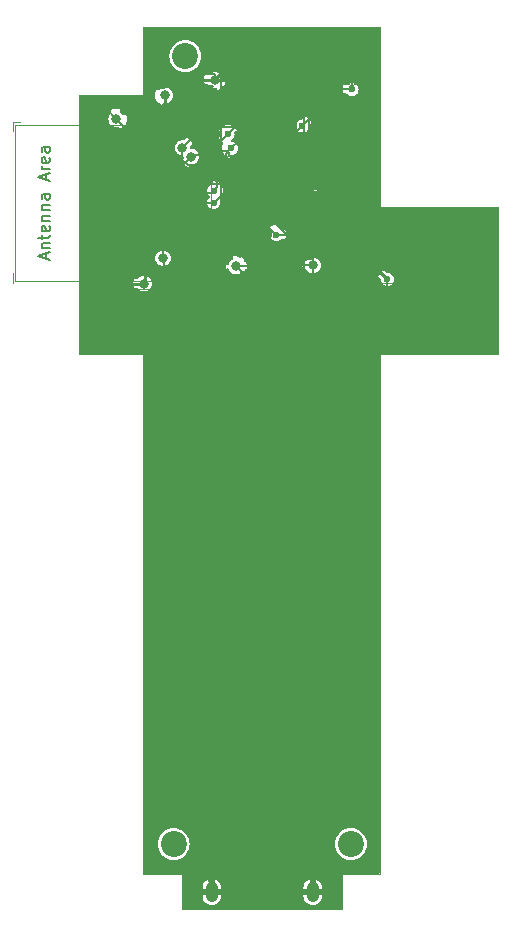
<source format=gtl>
%TF.GenerationSoftware,KiCad,Pcbnew,7.0.7*%
%TF.CreationDate,2023-10-17T23:51:51-04:00*%
%TF.ProjectId,room_environment_monitor,726f6f6d-5f65-46e7-9669-726f6e6d656e,rev?*%
%TF.SameCoordinates,Original*%
%TF.FileFunction,Copper,L1,Top*%
%TF.FilePolarity,Positive*%
%FSLAX46Y46*%
G04 Gerber Fmt 4.6, Leading zero omitted, Abs format (unit mm)*
G04 Created by KiCad (PCBNEW 7.0.7) date 2023-10-17 23:51:51*
%MOMM*%
%LPD*%
G01*
G04 APERTURE LIST*
G04 Aperture macros list*
%AMRoundRect*
0 Rectangle with rounded corners*
0 $1 Rounding radius*
0 $2 $3 $4 $5 $6 $7 $8 $9 X,Y pos of 4 corners*
0 Add a 4 corners polygon primitive as box body*
4,1,4,$2,$3,$4,$5,$6,$7,$8,$9,$2,$3,0*
0 Add four circle primitives for the rounded corners*
1,1,$1+$1,$2,$3*
1,1,$1+$1,$4,$5*
1,1,$1+$1,$6,$7*
1,1,$1+$1,$8,$9*
0 Add four rect primitives between the rounded corners*
20,1,$1+$1,$2,$3,$4,$5,0*
20,1,$1+$1,$4,$5,$6,$7,0*
20,1,$1+$1,$6,$7,$8,$9,0*
20,1,$1+$1,$8,$9,$2,$3,0*%
%AMFreePoly0*
4,1,6,0.725000,-0.725000,-0.725000,-0.725000,-0.725000,0.125000,-0.125000,0.725000,0.725000,0.725000,0.725000,-0.725000,0.725000,-0.725000,$1*%
G04 Aperture macros list end*
%TA.AperFunction,SMDPad,CuDef*%
%ADD10R,0.355600X0.660400*%
%TD*%
%TA.AperFunction,SMDPad,CuDef*%
%ADD11R,1.701800X1.244600*%
%TD*%
%TA.AperFunction,SMDPad,CuDef*%
%ADD12R,0.500000X0.350000*%
%TD*%
%TA.AperFunction,SMDPad,CuDef*%
%ADD13RoundRect,0.200000X0.275000X-0.200000X0.275000X0.200000X-0.275000X0.200000X-0.275000X-0.200000X0*%
%TD*%
%TA.AperFunction,SMDPad,CuDef*%
%ADD14RoundRect,0.200000X-0.275000X0.200000X-0.275000X-0.200000X0.275000X-0.200000X0.275000X0.200000X0*%
%TD*%
%TA.AperFunction,SMDPad,CuDef*%
%ADD15RoundRect,0.200000X0.200000X0.275000X-0.200000X0.275000X-0.200000X-0.275000X0.200000X-0.275000X0*%
%TD*%
%TA.AperFunction,SMDPad,CuDef*%
%ADD16RoundRect,0.225000X-0.225000X-0.250000X0.225000X-0.250000X0.225000X0.250000X-0.225000X0.250000X0*%
%TD*%
%TA.AperFunction,SMDPad,CuDef*%
%ADD17RoundRect,0.150000X-0.587500X-0.150000X0.587500X-0.150000X0.587500X0.150000X-0.587500X0.150000X0*%
%TD*%
%TA.AperFunction,SMDPad,CuDef*%
%ADD18RoundRect,0.150000X0.150000X-0.512500X0.150000X0.512500X-0.150000X0.512500X-0.150000X-0.512500X0*%
%TD*%
%TA.AperFunction,SMDPad,CuDef*%
%ADD19RoundRect,0.200000X-0.200000X-0.275000X0.200000X-0.275000X0.200000X0.275000X-0.200000X0.275000X0*%
%TD*%
%TA.AperFunction,SMDPad,CuDef*%
%ADD20R,0.711200X2.006600*%
%TD*%
%TA.AperFunction,SMDPad,CuDef*%
%ADD21R,0.812800X2.006600*%
%TD*%
%TA.AperFunction,SMDPad,CuDef*%
%ADD22R,0.889000X2.006600*%
%TD*%
%TA.AperFunction,ComponentPad*%
%ADD23O,1.066800X1.701800*%
%TD*%
%TA.AperFunction,SMDPad,CuDef*%
%ADD24C,1.000000*%
%TD*%
%TA.AperFunction,SMDPad,CuDef*%
%ADD25R,0.400000X0.800000*%
%TD*%
%TA.AperFunction,SMDPad,CuDef*%
%ADD26R,0.800000X0.400000*%
%TD*%
%TA.AperFunction,SMDPad,CuDef*%
%ADD27FreePoly0,90.000000*%
%TD*%
%TA.AperFunction,SMDPad,CuDef*%
%ADD28R,1.450000X1.450000*%
%TD*%
%TA.AperFunction,SMDPad,CuDef*%
%ADD29R,0.700000X0.700000*%
%TD*%
%TA.AperFunction,SMDPad,CuDef*%
%ADD30RoundRect,0.250000X-1.400000X0.650000X-1.400000X-0.650000X1.400000X-0.650000X1.400000X0.650000X0*%
%TD*%
%TA.AperFunction,SMDPad,CuDef*%
%ADD31RoundRect,0.200000X-1.000000X0.200000X-1.000000X-0.200000X1.000000X-0.200000X1.000000X0.200000X0*%
%TD*%
%TA.AperFunction,SMDPad,CuDef*%
%ADD32RoundRect,0.218750X0.256250X-0.218750X0.256250X0.218750X-0.256250X0.218750X-0.256250X-0.218750X0*%
%TD*%
%TA.AperFunction,SMDPad,CuDef*%
%ADD33RoundRect,0.225000X0.250000X-0.225000X0.250000X0.225000X-0.250000X0.225000X-0.250000X-0.225000X0*%
%TD*%
%TA.AperFunction,SMDPad,CuDef*%
%ADD34RoundRect,0.250001X1.249999X-0.799999X1.249999X0.799999X-1.249999X0.799999X-1.249999X-0.799999X0*%
%TD*%
%TA.AperFunction,SMDPad,CuDef*%
%ADD35RoundRect,0.200000X0.450000X-0.200000X0.450000X0.200000X-0.450000X0.200000X-0.450000X-0.200000X0*%
%TD*%
%TA.AperFunction,SMDPad,CuDef*%
%ADD36RoundRect,0.225000X0.225000X0.250000X-0.225000X0.250000X-0.225000X-0.250000X0.225000X-0.250000X0*%
%TD*%
%TA.AperFunction,SMDPad,CuDef*%
%ADD37R,0.900000X1.000000*%
%TD*%
%TA.AperFunction,SMDPad,CuDef*%
%ADD38RoundRect,0.225000X-0.250000X0.225000X-0.250000X-0.225000X0.250000X-0.225000X0.250000X0.225000X0*%
%TD*%
%TA.AperFunction,SMDPad,CuDef*%
%ADD39RoundRect,0.250000X-0.300000X0.300000X-0.300000X-0.300000X0.300000X-0.300000X0.300000X0.300000X0*%
%TD*%
%TA.AperFunction,ViaPad*%
%ADD40C,0.800000*%
%TD*%
%TA.AperFunction,ViaPad*%
%ADD41C,1.200000*%
%TD*%
%TA.AperFunction,ViaPad*%
%ADD42C,0.600000*%
%TD*%
%TA.AperFunction,Conductor*%
%ADD43C,0.200000*%
%TD*%
%TA.AperFunction,Conductor*%
%ADD44C,0.400000*%
%TD*%
%TA.AperFunction,Conductor*%
%ADD45C,0.600000*%
%TD*%
%TA.AperFunction,Conductor*%
%ADD46C,0.300000*%
%TD*%
%TA.AperFunction,Conductor*%
%ADD47C,0.150000*%
%TD*%
%TA.AperFunction,Conductor*%
%ADD48C,0.250000*%
%TD*%
%TA.AperFunction,SMDPad,CuDef*%
%ADD49R,0.850000X1.600000*%
%TD*%
%TA.AperFunction,SMDPad,CuDef*%
%ADD50RoundRect,0.250000X0.650000X-0.350000X0.650000X0.350000X-0.650000X0.350000X-0.650000X-0.350000X0*%
%TD*%
%TA.AperFunction,SMDPad,CuDef*%
%ADD51RoundRect,0.150000X0.625000X-0.150000X0.625000X0.150000X-0.625000X0.150000X-0.625000X-0.150000X0*%
%TD*%
%TA.AperFunction,SMDPad,CuDef*%
%ADD52RoundRect,0.250001X0.462499X0.624999X-0.462499X0.624999X-0.462499X-0.624999X0.462499X-0.624999X0*%
%TD*%
%ADD53R,0.355600X0.660400*%
%ADD54R,1.701800X1.244600*%
%ADD55R,0.500000X0.350000*%
%ADD56RoundRect,0.200000X0.275000X-0.200000X0.275000X0.200000X-0.275000X0.200000X-0.275000X-0.200000X0*%
%ADD57RoundRect,0.200000X-0.275000X0.200000X-0.275000X-0.200000X0.275000X-0.200000X0.275000X0.200000X0*%
%ADD58RoundRect,0.200000X0.200000X0.275000X-0.200000X0.275000X-0.200000X-0.275000X0.200000X-0.275000X0*%
%ADD59RoundRect,0.225000X-0.225000X-0.250000X0.225000X-0.250000X0.225000X0.250000X-0.225000X0.250000X0*%
%ADD60RoundRect,0.150000X-0.587500X-0.150000X0.587500X-0.150000X0.587500X0.150000X-0.587500X0.150000X0*%
%ADD61RoundRect,0.150000X0.150000X-0.512500X0.150000X0.512500X-0.150000X0.512500X-0.150000X-0.512500X0*%
%ADD62RoundRect,0.200000X-0.200000X-0.275000X0.200000X-0.275000X0.200000X0.275000X-0.200000X0.275000X0*%
%ADD63R,0.711200X2.006600*%
%ADD64R,0.812800X2.006600*%
%ADD65R,0.889000X2.006600*%
%ADD66R,0.400000X0.800000*%
%ADD67R,0.800000X0.400000*%
%ADD68FreePoly0,90.000000*%
%ADD69R,1.450000X1.450000*%
%ADD70R,0.700000X0.700000*%
%ADD71RoundRect,0.250000X-1.400000X0.650000X-1.400000X-0.650000X1.400000X-0.650000X1.400000X0.650000X0*%
%ADD72RoundRect,0.200000X-1.000000X0.200000X-1.000000X-0.200000X1.000000X-0.200000X1.000000X0.200000X0*%
%ADD73RoundRect,0.218750X0.256250X-0.218750X0.256250X0.218750X-0.256250X0.218750X-0.256250X-0.218750X0*%
%ADD74RoundRect,0.225000X0.250000X-0.225000X0.250000X0.225000X-0.250000X0.225000X-0.250000X-0.225000X0*%
%ADD75RoundRect,0.250001X1.249999X-0.799999X1.249999X0.799999X-1.249999X0.799999X-1.249999X-0.799999X0*%
%ADD76RoundRect,0.200000X0.450000X-0.200000X0.450000X0.200000X-0.450000X0.200000X-0.450000X-0.200000X0*%
%ADD77RoundRect,0.225000X0.225000X0.250000X-0.225000X0.250000X-0.225000X-0.250000X0.225000X-0.250000X0*%
%ADD78R,0.900000X1.000000*%
%ADD79RoundRect,0.225000X-0.250000X0.225000X-0.250000X-0.225000X0.250000X-0.225000X0.250000X0.225000X0*%
%ADD80RoundRect,0.250000X-0.300000X0.300000X-0.300000X-0.300000X0.300000X-0.300000X0.300000X0.300000X0*%
%ADD81R,0.850000X1.600000*%
%ADD82RoundRect,0.250000X0.650000X-0.350000X0.650000X0.350000X-0.650000X0.350000X-0.650000X-0.350000X0*%
%ADD83RoundRect,0.150000X0.625000X-0.150000X0.625000X0.150000X-0.625000X0.150000X-0.625000X-0.150000X0*%
%ADD84RoundRect,0.250001X0.462499X0.624999X-0.462499X0.624999X-0.462499X-0.624999X0.462499X-0.624999X0*%
%ADD85C,0.150000*%
%ADD86C,0.010000*%
%ADD87C,0.152400*%
%ADD88C,0.100000*%
%ADD89C,0.120000*%
%ADD90C,2.200000*%
%ADD91O,1.066800X1.701800*%
%ADD92C,1.000000*%
%TA.AperFunction,Profile*%
%ADD93C,0.100000*%
%TD*%
G04 APERTURE END LIST*
D10*
%TO.P,U3,1,VDD*%
%TO.N,/Sensors/SGP30_VDD*%
X108750000Y-93250000D03*
%TO.P,U3,2,VSS*%
%TO.N,GND*%
X109550001Y-93250000D03*
%TO.P,U3,3,SDA*%
%TO.N,I2C_SCL*%
X110350002Y-93250000D03*
%TO.P,U3,4,R*%
%TO.N,GND*%
X110350002Y-90862400D03*
%TO.P,U3,5,VDDH*%
%TO.N,+3V3*%
X109550001Y-90862400D03*
%TO.P,U3,6,SCL*%
%TO.N,I2C_SDA*%
X108750000Y-90862400D03*
D11*
%TO.P,U3,7,PAD*%
%TO.N,GND*%
X109550001Y-92056200D03*
%TD*%
D12*
%TO.P,U4,1,GND*%
%TO.N,GND*%
X113500000Y-93050000D03*
%TO.P,U4,2,CSB*%
%TO.N,+3V3*%
X113500000Y-92400000D03*
%TO.P,U4,3,SDI*%
%TO.N,I2C_SDA*%
X113500000Y-91750000D03*
%TO.P,U4,4,SCK*%
%TO.N,I2C_SCL*%
X113500000Y-91100000D03*
%TO.P,U4,5,SDO*%
%TO.N,Net-(U4-SDO)*%
X115550000Y-91100000D03*
%TO.P,U4,6,VDDIO*%
%TO.N,+3V3*%
X115550000Y-91750000D03*
%TO.P,U4,7,GND*%
%TO.N,GND*%
X115550000Y-92400000D03*
%TO.P,U4,8,VDD*%
%TO.N,+3V3*%
X115550000Y-93050000D03*
%TD*%
D13*
%TO.P,R3,2*%
%TO.N,Net-(U4-SDO)*%
X117000000Y-91175000D03*
%TO.P,R3,1*%
%TO.N,+3V3*%
X117000000Y-92825000D03*
%TD*%
D14*
%TO.P,R9,2*%
%TO.N,UART1_TX*%
X112250000Y-74075000D03*
%TO.P,R9,1*%
%TO.N,Net-(J2-Pin_2)*%
X112250000Y-72425000D03*
%TD*%
%TO.P,R13,2*%
%TO.N,UART1_TX*%
X110500000Y-74075000D03*
%TO.P,R13,1*%
%TO.N,+5V*%
X110500000Y-72425000D03*
%TD*%
D15*
%TO.P,R8,2*%
%TO.N,UART1_RX*%
X108175000Y-79500000D03*
%TO.P,R8,1*%
%TO.N,Net-(J2-Pin_1)*%
X109825000Y-79500000D03*
%TD*%
D16*
%TO.P,C1,1*%
%TO.N,EN*%
X104475000Y-93000000D03*
%TO.P,C1,2*%
%TO.N,GND*%
X106025000Y-93000000D03*
%TD*%
%TO.P,C2,2*%
%TO.N,GND*%
X110775000Y-89250000D03*
%TO.P,C2,1*%
%TO.N,+3V3*%
X109225000Y-89250000D03*
%TD*%
D17*
%TO.P,Q3,1,G*%
%TO.N,FAN*%
X120625000Y-92300000D03*
%TO.P,Q3,2,S*%
%TO.N,GND*%
X120625000Y-94200000D03*
%TO.P,Q3,3,D*%
%TO.N,Net-(D1-A)*%
X122500000Y-93250000D03*
%TD*%
D18*
%TO.P,U5,1,VIN*%
%TO.N,+5V*%
X106625000Y-135762500D03*
%TO.P,U5,2,GND*%
%TO.N,GND*%
X107575000Y-135762500D03*
%TO.P,U5,3,EN*%
%TO.N,+5V*%
X108525000Y-135762500D03*
%TO.P,U5,4,NC*%
%TO.N,unconnected-(U5-NC-Pad4)*%
X108525000Y-133487500D03*
%TO.P,U5,5,VOUT*%
%TO.N,+3V3*%
X106625000Y-133487500D03*
%TD*%
D19*
%TO.P,R11,2*%
%TO.N,+3V3*%
X109825000Y-83000000D03*
%TO.P,R11,1*%
%TO.N,I2C_SCL*%
X108175000Y-83000000D03*
%TD*%
D20*
%TO.P,P1,A5,CC*%
%TO.N,CC*%
X110499999Y-142450002D03*
D21*
%TO.P,P1,A9,VBUS*%
%TO.N,+5V*%
X108480000Y-142450002D03*
D22*
%TO.P,P1,A12,GND*%
%TO.N,GND*%
X107250000Y-142450002D03*
D20*
%TO.P,P1,B5,VCONN*%
%TO.N,unconnected-(P1-VCONN-PadB5)*%
X109500001Y-142450002D03*
D21*
%TO.P,P1,B9,VBUS*%
%TO.N,+5V*%
X111520000Y-142450002D03*
D22*
%TO.P,P1,B12,GND*%
%TO.N,GND*%
X112750000Y-142450002D03*
D23*
%TO.P,P1,S1,SHIELD*%
X114269999Y-143250003D03*
X105730001Y-143250003D03*
%TD*%
D24*
%TO.P,TP4,1,1*%
%TO.N,+3V3*%
X105075000Y-128375000D03*
%TD*%
D25*
%TO.P,U2,1,GND*%
%TO.N,GND*%
X96100000Y-90800000D03*
%TO.P,U2,2,GND*%
X96900000Y-90800000D03*
%TO.P,U2,3,3V3*%
%TO.N,+3V3*%
X97700000Y-90800000D03*
%TO.P,U2,4,NC*%
%TO.N,unconnected-(U2-NC-Pad4)*%
X98500000Y-90800000D03*
%TO.P,U2,5,GPIO2/ADC1_CH2*%
%TO.N,unconnected-(U2-GPIO2{slash}ADC1_CH2-Pad5)*%
X99300000Y-90800000D03*
%TO.P,U2,6,GPIO3/ADC1_CH3*%
%TO.N,PD*%
X100100000Y-90800000D03*
%TO.P,U2,7,NC*%
%TO.N,unconnected-(U2-NC-Pad7)*%
X100900000Y-90800000D03*
%TO.P,U2,8,EN/CHIP_PU*%
%TO.N,EN*%
X101700000Y-90800000D03*
%TO.P,U2,9,NC*%
%TO.N,unconnected-(U2-NC-Pad9)*%
X102500000Y-90800000D03*
%TO.P,U2,10,NC*%
%TO.N,unconnected-(U2-NC-Pad10)*%
X103300000Y-90800000D03*
%TO.P,U2,11,GND*%
%TO.N,GND*%
X104100000Y-90800000D03*
D26*
%TO.P,U2,12,GPIO0/ADC1_CH0/XTAL_32K_P*%
%TO.N,unconnected-(U2-GPIO0{slash}ADC1_CH0{slash}XTAL_32K_P-Pad12)*%
X105000000Y-89700000D03*
%TO.P,U2,13,GPIO1/ADC1_CH1/XTAL_32K_N*%
%TO.N,unconnected-(U2-GPIO1{slash}ADC1_CH1{slash}XTAL_32K_N-Pad13)*%
X105000000Y-88900000D03*
%TO.P,U2,14,GND*%
%TO.N,GND*%
X105000000Y-88100000D03*
%TO.P,U2,15,NC*%
%TO.N,unconnected-(U2-NC-Pad15)*%
X105000000Y-87300000D03*
%TO.P,U2,16,GPIO10*%
%TO.N,FAN*%
X105000000Y-86500000D03*
%TO.P,U2,17,NC*%
%TO.N,unconnected-(U2-NC-Pad17)*%
X105000000Y-85700000D03*
%TO.P,U2,18,GPIO4/ADC1_CH4*%
%TO.N,UART1_RX*%
X105000000Y-84900000D03*
%TO.P,U2,19,GPIO5/ADC2_CH0*%
%TO.N,UART1_TX_LVL*%
X105000000Y-84100000D03*
%TO.P,U2,20,GPIO6*%
%TO.N,I2C_SCL*%
X105000000Y-83300000D03*
%TO.P,U2,21,GPIO7*%
%TO.N,I2C_SDA*%
X105000000Y-82500000D03*
%TO.P,U2,22,GPIO8*%
%TO.N,NEOPIXEL*%
X105000000Y-81700000D03*
%TO.P,U2,23,GPIO9*%
%TO.N,BOOT*%
X105000000Y-80900000D03*
%TO.P,U2,24,NC*%
%TO.N,unconnected-(U2-NC-Pad24)*%
X105000000Y-80100000D03*
D25*
%TO.P,U2,25,NC*%
%TO.N,unconnected-(U2-NC-Pad25)*%
X104100000Y-79000000D03*
%TO.P,U2,26,GPIO18/USB_D-*%
%TO.N,unconnected-(U2-GPIO18{slash}USB_D--Pad26)*%
X103300000Y-79000000D03*
%TO.P,U2,27,GPIO19/USB_D+*%
%TO.N,unconnected-(U2-GPIO19{slash}USB_D+-Pad27)*%
X102500000Y-79000000D03*
%TO.P,U2,28,NC*%
%TO.N,unconnected-(U2-NC-Pad28)*%
X101700000Y-79000000D03*
%TO.P,U2,29,NC*%
%TO.N,unconnected-(U2-NC-Pad29)*%
X100900000Y-79000000D03*
%TO.P,U2,30,GPIO20/U0RXD*%
%TO.N,UART_RX*%
X100100000Y-79000000D03*
%TO.P,U2,31,GPIO21/U0TXD*%
%TO.N,UART_TX*%
X99300000Y-79000000D03*
%TO.P,U2,32,NC*%
%TO.N,unconnected-(U2-NC-Pad32)*%
X98500000Y-79000000D03*
%TO.P,U2,33,NC*%
%TO.N,unconnected-(U2-NC-Pad33)*%
X97700000Y-79000000D03*
%TO.P,U2,34,NC*%
%TO.N,unconnected-(U2-NC-Pad34)*%
X96900000Y-79000000D03*
%TO.P,U2,35,NC*%
%TO.N,unconnected-(U2-NC-Pad35)*%
X96100000Y-79000000D03*
D26*
%TO.P,U2,36,GND*%
%TO.N,GND*%
X95200000Y-80100000D03*
%TO.P,U2,37,GND*%
X95200000Y-80900000D03*
%TO.P,U2,38,GND*%
X95200000Y-81700000D03*
%TO.P,U2,39,GND*%
X95200000Y-82500000D03*
%TO.P,U2,40,GND*%
X95200000Y-83300000D03*
%TO.P,U2,41,GND*%
X95200000Y-84100000D03*
%TO.P,U2,42,GND*%
X95200000Y-84900000D03*
%TO.P,U2,43,GND*%
X95200000Y-85700000D03*
%TO.P,U2,44,GND*%
X95200000Y-86500000D03*
%TO.P,U2,45,GND*%
X95200000Y-87300000D03*
%TO.P,U2,46,GND*%
X95200000Y-88100000D03*
%TO.P,U2,47,GND*%
X95200000Y-88900000D03*
%TO.P,U2,48,GND*%
X95200000Y-89700000D03*
D27*
%TO.P,U2,49,GND*%
X98125000Y-86875000D03*
D28*
X100100000Y-86875000D03*
X102075000Y-86875000D03*
X98125000Y-84900000D03*
X100100000Y-84900000D03*
X102075000Y-84900000D03*
X98125000Y-82925000D03*
X100100000Y-82925000D03*
X102075000Y-82925000D03*
D29*
%TO.P,U2,50,GND*%
X95150000Y-78950000D03*
%TO.P,U2,51,GND*%
X105050000Y-78950000D03*
%TO.P,U2,52,GND*%
X105050000Y-90850000D03*
%TO.P,U2,53,GND*%
X95150000Y-90850000D03*
%TD*%
D30*
%TO.P,J2,MP*%
%TO.N,N/C*%
X117550000Y-86600000D03*
X117550000Y-76900000D03*
D31*
%TO.P,J2,4,Pin_4*%
%TO.N,GND*%
X112500000Y-84000000D03*
%TO.P,J2,3,Pin_3*%
%TO.N,+5V*%
X112500000Y-82500000D03*
%TO.P,J2,2,Pin_2*%
%TO.N,Net-(J2-Pin_2)*%
X112500000Y-81000000D03*
%TO.P,J2,1,Pin_1*%
%TO.N,Net-(J2-Pin_1)*%
X112500000Y-79500000D03*
%TD*%
D24*
%TO.P,TP2,1,1*%
%TO.N,Net-(J2-Pin_1)*%
X117600000Y-74300000D03*
%TD*%
D16*
%TO.P,C11,1*%
%TO.N,+3V3*%
X106550000Y-131625000D03*
%TO.P,C11,2*%
%TO.N,GND*%
X108100000Y-131625000D03*
%TD*%
D14*
%TO.P,R12,2*%
%TO.N,UART1_TX_LVL*%
X108750000Y-74075000D03*
%TO.P,R12,1*%
%TO.N,+3V3*%
X108750000Y-72425000D03*
%TD*%
D13*
%TO.P,R14,2*%
%TO.N,+3V3*%
X107000000Y-72462500D03*
%TO.P,R14,1*%
%TO.N,PD*%
X107000000Y-74112500D03*
%TD*%
D19*
%TO.P,R10,2*%
%TO.N,+3V3*%
X109825000Y-81250000D03*
%TO.P,R10,1*%
%TO.N,I2C_SDA*%
X108175000Y-81250000D03*
%TD*%
D15*
%TO.P,R1,1*%
%TO.N,+3V3*%
X106075000Y-94750000D03*
%TO.P,R1,2*%
%TO.N,EN*%
X104425000Y-94750000D03*
%TD*%
D13*
%TO.P,R20,1*%
%TO.N,CC*%
X110575000Y-135950000D03*
%TO.P,R20,2*%
%TO.N,GND*%
X110575000Y-134300000D03*
%TD*%
D32*
%TO.P,D2,1,K*%
%TO.N,GND*%
X101575000Y-134162500D03*
%TO.P,D2,2,A*%
%TO.N,Net-(D2-A)*%
X101575000Y-132587500D03*
%TD*%
D33*
%TO.P,C10,1*%
%TO.N,+5V*%
X104825000Y-135900000D03*
%TO.P,C10,2*%
%TO.N,GND*%
X104825000Y-134350000D03*
%TD*%
D15*
%TO.P,R5,1*%
%TO.N,UART_TX*%
X98425000Y-77000000D03*
%TO.P,R5,2*%
%TO.N,Net-(J3-Pin_6)*%
X96775000Y-77000000D03*
%TD*%
D34*
%TO.P,J1,MP*%
%TO.N,N/C*%
X127575000Y-88350000D03*
X127575000Y-94700000D03*
D35*
%TO.P,J1,2,Pin_2*%
%TO.N,+5V*%
X124825000Y-90900000D03*
%TO.P,J1,1,Pin_1*%
%TO.N,Net-(D1-A)*%
X124825000Y-92150000D03*
%TD*%
D19*
%TO.P,R6,1*%
%TO.N,UART_RX*%
X100175000Y-77000000D03*
%TO.P,R6,2*%
%TO.N,Net-(J3-Pin_5)*%
X101825000Y-77000000D03*
%TD*%
D36*
%TO.P,C5,2*%
%TO.N,GND*%
X113725000Y-94500000D03*
%TO.P,C5,1*%
%TO.N,+3V3*%
X115275000Y-94500000D03*
%TD*%
D37*
%TO.P,SW1,1,A*%
%TO.N,GND*%
X102725000Y-94600000D03*
X98625000Y-94600000D03*
%TO.P,SW1,2,B*%
%TO.N,EN*%
X102725000Y-93000000D03*
X98625000Y-93000000D03*
%TD*%
D15*
%TO.P,R2,1*%
%TO.N,+3V3*%
X104900000Y-132625000D03*
%TO.P,R2,2*%
%TO.N,Net-(D2-A)*%
X103250000Y-132625000D03*
%TD*%
D38*
%TO.P,C4,2*%
%TO.N,GND*%
X107750000Y-96275000D03*
%TO.P,C4,1*%
%TO.N,/Sensors/SGP30_VDD*%
X107750000Y-94725000D03*
%TD*%
D13*
%TO.P,R4,2*%
%TO.N,/Sensors/SGP30_VDD*%
X109500000Y-94675000D03*
%TO.P,R4,1*%
%TO.N,+3V3*%
X109500000Y-96325000D03*
%TD*%
D38*
%TO.P,C3,1*%
%TO.N,+3V3*%
X96750000Y-92975000D03*
%TO.P,C3,2*%
%TO.N,GND*%
X96750000Y-94525000D03*
%TD*%
D24*
%TO.P,TP3,1,1*%
%TO.N,Net-(J2-Pin_2)*%
X115200000Y-74300000D03*
%TD*%
D39*
%TO.P,D1,1,K*%
%TO.N,+5V*%
X122275000Y-87750000D03*
%TO.P,D1,2,A*%
%TO.N,Net-(D1-A)*%
X122275000Y-90550000D03*
%TD*%
D19*
%TO.P,R7,1*%
%TO.N,+3V3*%
X103575000Y-77000000D03*
%TO.P,R7,2*%
%TO.N,BOOT*%
X105225000Y-77000000D03*
%TD*%
D24*
%TO.P,TP1,1,1*%
%TO.N,FAN*%
X120000000Y-90000000D03*
%TD*%
D17*
%TO.P,Q1,3,D*%
%TO.N,UART1_TX*%
X109500000Y-76750000D03*
%TO.P,Q1,2,S*%
%TO.N,UART1_TX_LVL*%
X107625000Y-77700000D03*
%TO.P,Q1,1,G*%
%TO.N,+3V3*%
X107625000Y-75800000D03*
%TD*%
D40*
%TO.N,EN*%
X101600000Y-89600000D03*
%TO.N,GND*%
X103575000Y-134375000D03*
X96750000Y-95750000D03*
X109325000Y-131625000D03*
X110575000Y-133125000D03*
X98000000Y-85000000D03*
X106000000Y-137750000D03*
X112750000Y-75750000D03*
X104500000Y-78000000D03*
X107600000Y-85800000D03*
X98000000Y-83000000D03*
X106000000Y-139500000D03*
X109550001Y-92056200D03*
D41*
X120600000Y-95500000D03*
D40*
X102000000Y-85000000D03*
X109800000Y-99100000D03*
X114250000Y-137750000D03*
X114500000Y-84500000D03*
X105310081Y-93804619D03*
X98000000Y-86800000D03*
X113000000Y-138500000D03*
X106800000Y-96300000D03*
X109250000Y-111000000D03*
X114250000Y-139500000D03*
X107000000Y-138500000D03*
X112900000Y-95300000D03*
X98500000Y-95750000D03*
%TO.N,BOOT*%
X104000000Y-81000000D03*
%TO.N,+3V3*%
X117000000Y-93900000D03*
D42*
X106700000Y-75300000D03*
D40*
X110400000Y-96300000D03*
X108100000Y-89200000D03*
X105075000Y-130125000D03*
X112649500Y-92400000D03*
X105075000Y-131125000D03*
X106325000Y-130125000D03*
D42*
X110600000Y-80600000D03*
D40*
X97750000Y-89750000D03*
X103600000Y-75800000D03*
X116400000Y-94600000D03*
X106500000Y-71500000D03*
X105250000Y-95750000D03*
%TO.N,+5V*%
X114500000Y-83000000D03*
X110250000Y-71500000D03*
X109500000Y-139500000D03*
X111500000Y-137750000D03*
X109500000Y-137750000D03*
X124300000Y-89000000D03*
X111500000Y-139500000D03*
%TO.N,NEOPIXEL*%
X103250000Y-80250000D03*
D42*
%TO.N,UART1_RX*%
X107400000Y-80300000D03*
X105900000Y-84900000D03*
%TO.N,FAN*%
X111200000Y-87600000D03*
X120600000Y-91400000D03*
%TO.N,UART1_TX_LVL*%
X107100000Y-79100000D03*
X105900000Y-83900000D03*
D40*
%TO.N,I2C_SDA*%
X107800000Y-90300000D03*
X114300000Y-90200000D03*
%TO.N,Net-(J3-Pin_5)*%
X101800000Y-75800000D03*
%TO.N,Net-(J3-Pin_6)*%
X97630000Y-77830000D03*
D42*
%TO.N,Net-(J2-Pin_1)*%
X113400000Y-78400000D03*
X117600000Y-75300000D03*
D40*
%TO.N,PD*%
X106000000Y-74500000D03*
X100000000Y-91750000D03*
%TD*%
D43*
%TO.N,EN*%
X101700000Y-90800000D02*
X101700000Y-92950000D01*
X101750000Y-93000000D02*
X102725000Y-93000000D01*
X101700000Y-90800000D02*
X101700000Y-89700000D01*
X104475000Y-93000000D02*
X104475000Y-94700000D01*
X98625000Y-93000000D02*
X101750000Y-93000000D01*
X101700000Y-92950000D02*
X101750000Y-93000000D01*
X101700000Y-89700000D02*
X101600000Y-89600000D01*
X102725000Y-93000000D02*
X104475000Y-93000000D01*
%TO.N,GND*%
X109550001Y-93250000D02*
X109550001Y-92056200D01*
X98625000Y-95625000D02*
X98500000Y-95750000D01*
X98625000Y-94600000D02*
X98625000Y-95625000D01*
X114525000Y-93050000D02*
X115175000Y-92400000D01*
X113500000Y-93050000D02*
X113500000Y-94275000D01*
X109550001Y-92056200D02*
X110350002Y-91256199D01*
X110350002Y-90862400D02*
X110350002Y-89674998D01*
X110350002Y-91256199D02*
X110350002Y-90862400D01*
D44*
X96750000Y-94525000D02*
X96750000Y-95750000D01*
X103362500Y-134162500D02*
X103575000Y-134375000D01*
D43*
X110350002Y-89674998D02*
X110775000Y-89250000D01*
X106025000Y-93089700D02*
X105310081Y-93804619D01*
D45*
X112500000Y-84000000D02*
X114000000Y-84000000D01*
D44*
X104825000Y-134350000D02*
X103600000Y-134350000D01*
X103600000Y-134350000D02*
X103575000Y-134375000D01*
D43*
X113500000Y-93050000D02*
X114525000Y-93050000D01*
D45*
X120625000Y-94200000D02*
X120625000Y-95475000D01*
D44*
X95150000Y-78950000D02*
X95150000Y-80050000D01*
D43*
X110575000Y-134300000D02*
X110575000Y-133125000D01*
X115175000Y-92400000D02*
X115550000Y-92400000D01*
X105050000Y-78550000D02*
X104500000Y-78000000D01*
X98625000Y-94600000D02*
X102725000Y-94600000D01*
X107750000Y-96275000D02*
X106825000Y-96275000D01*
X106825000Y-96275000D02*
X106800000Y-96300000D01*
X105050000Y-78950000D02*
X105050000Y-78550000D01*
D44*
X101575000Y-134162500D02*
X103362500Y-134162500D01*
D45*
X120625000Y-95475000D02*
X120600000Y-95500000D01*
D43*
X113700000Y-94500000D02*
X112900000Y-95300000D01*
D45*
X114000000Y-84000000D02*
X114500000Y-84500000D01*
D44*
X95150000Y-80050000D02*
X95200000Y-80100000D01*
X108100000Y-131625000D02*
X109325000Y-131625000D01*
D43*
%TO.N,BOOT*%
X105000000Y-80900000D02*
X104100000Y-80900000D01*
X105000000Y-80900000D02*
X105600000Y-80900000D01*
X105600000Y-80900000D02*
X105700000Y-80800000D01*
X104100000Y-80900000D02*
X104000000Y-81000000D01*
X105700000Y-80800000D02*
X105700000Y-77475000D01*
X105700000Y-77475000D02*
X105225000Y-77000000D01*
%TO.N,+3V3*%
X115550000Y-93050000D02*
X115550000Y-94225000D01*
D46*
X97700000Y-89800000D02*
X97750000Y-89750000D01*
D43*
X110375000Y-96325000D02*
X110400000Y-96300000D01*
X103575000Y-77000000D02*
X103575000Y-75825000D01*
D46*
X106500000Y-71962500D02*
X107000000Y-72462500D01*
D43*
X109550001Y-89575001D02*
X109225000Y-89250000D01*
D46*
X97700000Y-92025000D02*
X96750000Y-92975000D01*
D43*
X115550000Y-91750000D02*
X115925000Y-91750000D01*
X108712500Y-72462500D02*
X108750000Y-72425000D01*
X107200000Y-75800000D02*
X106700000Y-75300000D01*
X117000000Y-92825000D02*
X117000000Y-93900000D01*
D46*
X106500000Y-71500000D02*
X106500000Y-71962500D01*
D43*
X105075000Y-128375000D02*
X105075000Y-130125000D01*
X109550001Y-90862400D02*
X109550001Y-89575001D01*
D46*
X107000000Y-72462500D02*
X108712500Y-72462500D01*
D43*
X103575000Y-75825000D02*
X103600000Y-75800000D01*
D46*
X97700000Y-90800000D02*
X97700000Y-92025000D01*
D43*
X113500000Y-92400000D02*
X112649500Y-92400000D01*
X109950000Y-81250000D02*
X110600000Y-80600000D01*
D45*
X106625000Y-133375000D02*
X105875000Y-132625000D01*
D43*
X109225000Y-89250000D02*
X108150000Y-89250000D01*
D46*
X97700000Y-90800000D02*
X97700000Y-89800000D01*
D43*
X116300000Y-94500000D02*
X116400000Y-94600000D01*
X106075000Y-94925000D02*
X105250000Y-95750000D01*
X108150000Y-89250000D02*
X108100000Y-89200000D01*
X115925000Y-91750000D02*
X117000000Y-92825000D01*
X115550000Y-93050000D02*
X116775000Y-93050000D01*
X109500000Y-96325000D02*
X110375000Y-96325000D01*
X115275000Y-94500000D02*
X116300000Y-94500000D01*
X109825000Y-83000000D02*
X109825000Y-81250000D01*
%TO.N,/Sensors/SGP30_VDD*%
X108800000Y-94675000D02*
X107800000Y-94675000D01*
X109500000Y-94675000D02*
X108800000Y-94675000D01*
X108750000Y-94625000D02*
X108800000Y-94675000D01*
X108750000Y-93250000D02*
X108750000Y-94625000D01*
D45*
%TO.N,+5V*%
X108525000Y-135762500D02*
X108525000Y-140295002D01*
D43*
X110500000Y-71750000D02*
X110250000Y-71500000D01*
D45*
X122275000Y-87750000D02*
X123000000Y-87750000D01*
X107155760Y-134600000D02*
X107994239Y-134600000D01*
X124750000Y-89500000D02*
X124825000Y-89575000D01*
X112500000Y-82500000D02*
X114000000Y-82500000D01*
X124000000Y-88750000D02*
X124250000Y-89000000D01*
X124300000Y-89000000D02*
X124300000Y-89050000D01*
X107994239Y-134600000D02*
X108525000Y-135130761D01*
D43*
X110500000Y-72425000D02*
X110500000Y-71750000D01*
D45*
X124825000Y-89575000D02*
X124825000Y-90900000D01*
X106487500Y-135900000D02*
X106625000Y-135762500D01*
X114000000Y-82500000D02*
X114500000Y-83000000D01*
X124300000Y-89050000D02*
X124750000Y-89500000D01*
X106625000Y-135130761D02*
X107155760Y-134600000D01*
X104825000Y-135900000D02*
X106487500Y-135900000D01*
X106625000Y-135762500D02*
X106625000Y-135130761D01*
X123000000Y-87750000D02*
X124000000Y-88750000D01*
X124250000Y-89000000D02*
X124300000Y-89000000D01*
X108525000Y-135130761D02*
X108525000Y-135762500D01*
%TO.N,Net-(D1-A)*%
X122500000Y-93250000D02*
X123600000Y-92150000D01*
X123875000Y-92150000D02*
X124825000Y-92150000D01*
X122275000Y-90550000D02*
X123875000Y-92150000D01*
X123600000Y-92150000D02*
X123875000Y-92150000D01*
D44*
%TO.N,Net-(D2-A)*%
X101575000Y-132587500D02*
X103212500Y-132587500D01*
D43*
%TO.N,NEOPIXEL*%
X105000000Y-81700000D02*
X103700000Y-81700000D01*
X103700000Y-81700000D02*
X103250000Y-81250000D01*
X103250000Y-81250000D02*
X103250000Y-80250000D01*
%TO.N,UART1_RX*%
X105900000Y-84900000D02*
X105000000Y-84900000D01*
X108175000Y-79525000D02*
X107400000Y-80300000D01*
%TO.N,UART1_TX*%
X110500000Y-74075000D02*
X112250000Y-74075000D01*
X110500000Y-75750000D02*
X110500000Y-74075000D01*
X109500000Y-76750000D02*
X110500000Y-75750000D01*
%TO.N,FAN*%
X120600000Y-91400000D02*
X120600000Y-92275000D01*
D46*
X120000000Y-90000000D02*
X120000000Y-90800000D01*
D43*
X110100000Y-86500000D02*
X111200000Y-87600000D01*
X105000000Y-86500000D02*
X110100000Y-86500000D01*
D46*
X120000000Y-90800000D02*
X120600000Y-91400000D01*
D43*
%TO.N,UART1_TX_LVL*%
X105000000Y-84100000D02*
X105700000Y-84100000D01*
X105700000Y-84100000D02*
X105900000Y-83900000D01*
X107625000Y-77700000D02*
X107625000Y-78575000D01*
X108750000Y-76048896D02*
X108750000Y-74075000D01*
X107625000Y-78575000D02*
X107100000Y-79100000D01*
X107625000Y-77700000D02*
X107625000Y-77173896D01*
X107625000Y-77173896D02*
X108750000Y-76048896D01*
%TO.N,Net-(U4-SDO)*%
X115550000Y-91100000D02*
X116925000Y-91100000D01*
%TO.N,UART_RX*%
X100100000Y-77075000D02*
X100100000Y-79000000D01*
%TO.N,UART_TX*%
X99300000Y-79000000D02*
X99300000Y-77875000D01*
X99300000Y-77875000D02*
X98425000Y-77000000D01*
D47*
%TO.N,CC*%
X110499999Y-136025001D02*
X110575000Y-135950000D01*
X110499999Y-142450002D02*
X110499999Y-136025001D01*
D43*
%TO.N,I2C_SCL*%
X112500002Y-91100000D02*
X113500000Y-91100000D01*
X110350002Y-93250000D02*
X112500002Y-91100000D01*
X106450000Y-83300000D02*
X106750000Y-83000000D01*
X106750000Y-83000000D02*
X108175000Y-83000000D01*
X113500000Y-91100000D02*
X113500000Y-89050000D01*
X105000000Y-83300000D02*
X106450000Y-83300000D01*
X113500000Y-89050000D02*
X108175000Y-83725000D01*
X108175000Y-83725000D02*
X108175000Y-83000000D01*
%TO.N,I2C_SDA*%
X114300000Y-91400000D02*
X113950000Y-91750000D01*
X108362400Y-90862400D02*
X107800000Y-90300000D01*
X105750000Y-82500000D02*
X107000000Y-81250000D01*
X109000000Y-83700000D02*
X114300000Y-89000000D01*
X105000000Y-82500000D02*
X105750000Y-82500000D01*
X109000000Y-82400000D02*
X109000000Y-83700000D01*
X113950000Y-91750000D02*
X113500000Y-91750000D01*
X108175000Y-81575000D02*
X109000000Y-82400000D01*
X114300000Y-89000000D02*
X114300000Y-91400000D01*
X107000000Y-81250000D02*
X108175000Y-81250000D01*
X108750000Y-90862400D02*
X108362400Y-90862400D01*
%TO.N,Net-(J3-Pin_5)*%
X101825000Y-75825000D02*
X101800000Y-75800000D01*
X101825000Y-77000000D02*
X101825000Y-75825000D01*
%TO.N,Net-(J3-Pin_6)*%
X96819336Y-77000000D02*
X97659668Y-77840332D01*
%TO.N,Net-(J2-Pin_1)*%
X112500000Y-79300000D02*
X113400000Y-78400000D01*
X109825000Y-79500000D02*
X112500000Y-79500000D01*
X117600000Y-74300000D02*
X117600000Y-75300000D01*
%TO.N,Net-(J2-Pin_2)*%
X114575000Y-74925000D02*
X114000000Y-74925000D01*
X114000000Y-74925000D02*
X114000000Y-79907107D01*
X112250000Y-72425000D02*
X114000000Y-74175000D01*
X115100000Y-74400000D02*
X114575000Y-74925000D01*
X114000000Y-79907107D02*
X112907107Y-81000000D01*
X114000000Y-74175000D02*
X114000000Y-74925000D01*
D48*
%TO.N,PD*%
X100100000Y-91650000D02*
X100000000Y-91750000D01*
X100100000Y-90800000D02*
X100100000Y-91650000D01*
D46*
X106387500Y-74112500D02*
X106000000Y-74500000D01*
X107000000Y-74112500D02*
X106387500Y-74112500D01*
%TD*%
%TA.AperFunction,Conductor*%
%TO.N,GND*%
G36*
X107700000Y-136965000D02*
G01*
X107700000Y-140822702D01*
X107680315Y-140889741D01*
X107627511Y-140935496D01*
X107576000Y-140946702D01*
X107500000Y-140946702D01*
X107500000Y-142500000D01*
X107000000Y-142500000D01*
X107000000Y-140946702D01*
X106757655Y-140946702D01*
X106698127Y-140953103D01*
X106698120Y-140953105D01*
X106563413Y-141003347D01*
X106563406Y-141003351D01*
X106448312Y-141089511D01*
X106448309Y-141089514D01*
X106362149Y-141204608D01*
X106362145Y-141204615D01*
X106311903Y-141339322D01*
X106311901Y-141339329D01*
X106305500Y-141398857D01*
X106305499Y-141398874D01*
X106305499Y-141861471D01*
X106285814Y-141928511D01*
X106233010Y-141974265D01*
X106163852Y-141984209D01*
X106133513Y-141974265D01*
X106133011Y-141975478D01*
X106127391Y-141973150D01*
X105980001Y-141928439D01*
X105980001Y-142500000D01*
X105480001Y-142500000D01*
X105480001Y-141928439D01*
X105480000Y-141928439D01*
X105332616Y-141973148D01*
X105182452Y-142053413D01*
X105114049Y-142067655D01*
X105048805Y-142042655D01*
X105007435Y-141986350D01*
X105000000Y-141944060D01*
X105000000Y-137124000D01*
X105019685Y-137056961D01*
X105072489Y-137011206D01*
X105124000Y-137000000D01*
X107300000Y-137000000D01*
X107300000Y-136999643D01*
X107319685Y-136932604D01*
X107324999Y-136926268D01*
X107325000Y-135636500D01*
X107344685Y-135569460D01*
X107397489Y-135523706D01*
X107449000Y-135512500D01*
X107700000Y-135512500D01*
X107700000Y-136965000D01*
G37*
%TD.AperFunction*%
%TD*%
%TA.AperFunction,Conductor*%
%TO.N,+3V3*%
G36*
X107018039Y-129644685D02*
G01*
X107063794Y-129697489D01*
X107075000Y-129749000D01*
X107074999Y-130801335D01*
X107055314Y-130868375D01*
X107002510Y-130914129D01*
X106933352Y-130924073D01*
X106907665Y-130917516D01*
X106877015Y-130906084D01*
X106877012Y-130906083D01*
X106820428Y-130900000D01*
X106675000Y-130900000D01*
X106675000Y-131626000D01*
X106655315Y-131693039D01*
X106602511Y-131738794D01*
X106551000Y-131750000D01*
X105850001Y-131750000D01*
X105850001Y-131920439D01*
X105856081Y-131977007D01*
X105903813Y-132104981D01*
X105903815Y-132104984D01*
X105985670Y-132214329D01*
X106095015Y-132296184D01*
X106095016Y-132296185D01*
X106222989Y-132343916D01*
X106279571Y-132349999D01*
X106305077Y-132349999D01*
X106372117Y-132369681D01*
X106417874Y-132422484D01*
X106427819Y-132491642D01*
X106398797Y-132555198D01*
X106357212Y-132582781D01*
X106358548Y-132585403D01*
X106236958Y-132647356D01*
X106236949Y-132647363D01*
X106147363Y-132736949D01*
X106147360Y-132736953D01*
X106089833Y-132849855D01*
X106075000Y-132943514D01*
X106075000Y-133251000D01*
X106055315Y-133318039D01*
X106002511Y-133363794D01*
X105951000Y-133375000D01*
X105554350Y-133375000D01*
X105487311Y-133355315D01*
X105441556Y-133302511D01*
X105431612Y-133233353D01*
X105454580Y-133177366D01*
X105502346Y-133112645D01*
X105547149Y-132984604D01*
X105547149Y-132984600D01*
X105550000Y-132954206D01*
X105550000Y-132750000D01*
X104899000Y-132750000D01*
X104831961Y-132730315D01*
X104786206Y-132677511D01*
X104775000Y-132626000D01*
X104774999Y-131900000D01*
X105025000Y-131900000D01*
X105025000Y-132500000D01*
X105549999Y-132500000D01*
X105549999Y-132295803D01*
X105547148Y-132265393D01*
X105502346Y-132137354D01*
X105421792Y-132028207D01*
X105312645Y-131947653D01*
X105184602Y-131902850D01*
X105154207Y-131900000D01*
X105025000Y-131900000D01*
X104774999Y-131900000D01*
X104645804Y-131900000D01*
X104615393Y-131902851D01*
X104489954Y-131946744D01*
X104420175Y-131950305D01*
X104359548Y-131915576D01*
X104327321Y-131853582D01*
X104325000Y-131829702D01*
X104325000Y-131500000D01*
X105850000Y-131500000D01*
X106425000Y-131500000D01*
X106425000Y-130900000D01*
X106279566Y-130900000D01*
X106279559Y-130900001D01*
X106222992Y-130906081D01*
X106095018Y-130953813D01*
X106095015Y-130953815D01*
X105985670Y-131035670D01*
X105903815Y-131145015D01*
X105903814Y-131145016D01*
X105856083Y-131272989D01*
X105850000Y-131329571D01*
X105850000Y-131500000D01*
X104325000Y-131500000D01*
X104325000Y-129749000D01*
X104344685Y-129681961D01*
X104397489Y-129636206D01*
X104449000Y-129625000D01*
X106951000Y-129625000D01*
X107018039Y-129644685D01*
G37*
%TD.AperFunction*%
%TD*%
%TA.AperFunction,Conductor*%
%TO.N,+5V*%
G36*
X110117538Y-137019685D02*
G01*
X110163293Y-137072489D01*
X110174499Y-137124000D01*
X110174499Y-141083542D01*
X110154814Y-141150581D01*
X110102010Y-141196336D01*
X110074692Y-141205159D01*
X110034682Y-141213118D01*
X110034421Y-141211808D01*
X109977977Y-141217874D01*
X109954345Y-141210934D01*
X109880278Y-141196202D01*
X109880275Y-141196202D01*
X109119727Y-141196202D01*
X109119722Y-141196202D01*
X109038310Y-141212396D01*
X108989928Y-141212396D01*
X108911028Y-141196702D01*
X108605000Y-141196702D01*
X108605000Y-142451002D01*
X108590612Y-142500000D01*
X108365659Y-142500000D01*
X108355000Y-142451002D01*
X108355000Y-141196702D01*
X108347101Y-141188803D01*
X108306961Y-141177017D01*
X108261206Y-141124213D01*
X108250000Y-141072702D01*
X108250000Y-137124000D01*
X108269685Y-137056961D01*
X108322489Y-137011206D01*
X108374000Y-137000000D01*
X110050499Y-137000000D01*
X110117538Y-137019685D01*
G37*
%TD.AperFunction*%
%TA.AperFunction,Conductor*%
G36*
X111943039Y-137019685D02*
G01*
X111988794Y-137072489D01*
X112000000Y-137124000D01*
X112000000Y-141072702D01*
X111980315Y-141139741D01*
X111927511Y-141185496D01*
X111876000Y-141196702D01*
X111645000Y-141196702D01*
X111645000Y-142451002D01*
X111630612Y-142500000D01*
X111405659Y-142500000D01*
X111395000Y-142451002D01*
X111395000Y-141196702D01*
X111088971Y-141196702D01*
X111010072Y-141212396D01*
X110961689Y-141212396D01*
X110925307Y-141205159D01*
X110863396Y-141172774D01*
X110828822Y-141112058D01*
X110825499Y-141083542D01*
X110825499Y-137124000D01*
X110845184Y-137056961D01*
X110897988Y-137011206D01*
X110949499Y-137000000D01*
X111876000Y-137000000D01*
X111943039Y-137019685D01*
G37*
%TD.AperFunction*%
%TD*%
%TA.AperFunction,Conductor*%
%TO.N,GND*%
G36*
X102165166Y-79611275D02*
G01*
X102168829Y-79613628D01*
X102202260Y-79635966D01*
X102202262Y-79635966D01*
X102202263Y-79635967D01*
X102275321Y-79650499D01*
X102275324Y-79650500D01*
X102637125Y-79650500D01*
X102704164Y-79670185D01*
X102749919Y-79722989D01*
X102759863Y-79792147D01*
X102739175Y-79844940D01*
X102669781Y-79945475D01*
X102669780Y-79945476D01*
X102613762Y-80093181D01*
X102594722Y-80249999D01*
X102594722Y-80250000D01*
X102613762Y-80406818D01*
X102669780Y-80554523D01*
X102669781Y-80554524D01*
X102759517Y-80684531D01*
X102820109Y-80738210D01*
X102857726Y-80771535D01*
X102894853Y-80830723D01*
X102899500Y-80864350D01*
X102899500Y-81200788D01*
X102896861Y-81226232D01*
X102894957Y-81235311D01*
X102894957Y-81235317D01*
X102899023Y-81267937D01*
X102899500Y-81275614D01*
X102899500Y-81279040D01*
X102901891Y-81293373D01*
X102903087Y-81300541D01*
X102909427Y-81351393D01*
X102911520Y-81358426D01*
X102913908Y-81365381D01*
X102938295Y-81410444D01*
X102960801Y-81456483D01*
X102965065Y-81462455D01*
X102969580Y-81468256D01*
X103007275Y-81502958D01*
X103417362Y-81913044D01*
X103433486Y-81932899D01*
X103438563Y-81940669D01*
X103464508Y-81960862D01*
X103470260Y-81965942D01*
X103472693Y-81968375D01*
X103490438Y-81981044D01*
X103530874Y-82012517D01*
X103530876Y-82012517D01*
X103537310Y-82015999D01*
X103537344Y-82016016D01*
X103537390Y-82016041D01*
X103543932Y-82019239D01*
X103543933Y-82019239D01*
X103543934Y-82019240D01*
X103558078Y-82023451D01*
X103593045Y-82033862D01*
X103641509Y-82050499D01*
X103641512Y-82050500D01*
X103641515Y-82050500D01*
X103648625Y-82051687D01*
X103648731Y-82051700D01*
X103648855Y-82051720D01*
X103656046Y-82052617D01*
X103707231Y-82050500D01*
X104243126Y-82050500D01*
X104310165Y-82070185D01*
X104355920Y-82122989D01*
X104365864Y-82192147D01*
X104364743Y-82198691D01*
X104349500Y-82275321D01*
X104349500Y-82724678D01*
X104364032Y-82797735D01*
X104364033Y-82797739D01*
X104364034Y-82797740D01*
X104386329Y-82831108D01*
X104386331Y-82831110D01*
X104407208Y-82897788D01*
X104388723Y-82965168D01*
X104386337Y-82968879D01*
X104381708Y-82975807D01*
X104364033Y-83002260D01*
X104364032Y-83002264D01*
X104349500Y-83075321D01*
X104349500Y-83524678D01*
X104364032Y-83597735D01*
X104364033Y-83597739D01*
X104364034Y-83597740D01*
X104386329Y-83631108D01*
X104386331Y-83631110D01*
X104407208Y-83697788D01*
X104388723Y-83765168D01*
X104386337Y-83768879D01*
X104381708Y-83775807D01*
X104364033Y-83802260D01*
X104364032Y-83802264D01*
X104349500Y-83875321D01*
X104349500Y-84324678D01*
X104364032Y-84397735D01*
X104364033Y-84397739D01*
X104364034Y-84397740D01*
X104386329Y-84431108D01*
X104386331Y-84431110D01*
X104407208Y-84497788D01*
X104388723Y-84565168D01*
X104386337Y-84568879D01*
X104381708Y-84575807D01*
X104364033Y-84602260D01*
X104364032Y-84602264D01*
X104349500Y-84675321D01*
X104349500Y-85124678D01*
X104364032Y-85197735D01*
X104364033Y-85197739D01*
X104364034Y-85197740D01*
X104386329Y-85231108D01*
X104386331Y-85231110D01*
X104407208Y-85297788D01*
X104388723Y-85365168D01*
X104386337Y-85368879D01*
X104381708Y-85375807D01*
X104364033Y-85402260D01*
X104364032Y-85402264D01*
X104349500Y-85475321D01*
X104349500Y-85924678D01*
X104364032Y-85997735D01*
X104364033Y-85997739D01*
X104364034Y-85997740D01*
X104386329Y-86031108D01*
X104386331Y-86031110D01*
X104407208Y-86097788D01*
X104388723Y-86165168D01*
X104386337Y-86168879D01*
X104381708Y-86175807D01*
X104364033Y-86202260D01*
X104364032Y-86202264D01*
X104349500Y-86275321D01*
X104349500Y-86724678D01*
X104364032Y-86797735D01*
X104364033Y-86797739D01*
X104364034Y-86797740D01*
X104386329Y-86831108D01*
X104386331Y-86831110D01*
X104407208Y-86897788D01*
X104388723Y-86965168D01*
X104386337Y-86968879D01*
X104381708Y-86975807D01*
X104364033Y-87002260D01*
X104364032Y-87002264D01*
X104349500Y-87075321D01*
X104349500Y-87524678D01*
X104364032Y-87597735D01*
X104364035Y-87597742D01*
X104386631Y-87631561D01*
X104407508Y-87698239D01*
X104389022Y-87765619D01*
X104386632Y-87769338D01*
X104364505Y-87802454D01*
X104364503Y-87802459D01*
X104350000Y-87875371D01*
X104350000Y-87975000D01*
X105001000Y-87975000D01*
X105068039Y-87994685D01*
X105113794Y-88047489D01*
X105125000Y-88099000D01*
X105125000Y-88101000D01*
X105105315Y-88168039D01*
X105052511Y-88213794D01*
X105001000Y-88225000D01*
X104350000Y-88225000D01*
X104350000Y-88324628D01*
X104364503Y-88397540D01*
X104364505Y-88397546D01*
X104386631Y-88430660D01*
X104407508Y-88497337D01*
X104389023Y-88564717D01*
X104386632Y-88568437D01*
X104364034Y-88602257D01*
X104364032Y-88602264D01*
X104349500Y-88675321D01*
X104349500Y-89124678D01*
X104364032Y-89197735D01*
X104364033Y-89197739D01*
X104364034Y-89197740D01*
X104386329Y-89231108D01*
X104386331Y-89231110D01*
X104407208Y-89297788D01*
X104388723Y-89365168D01*
X104386337Y-89368879D01*
X104381708Y-89375807D01*
X104364033Y-89402260D01*
X104364032Y-89402264D01*
X104349500Y-89475321D01*
X104349500Y-89475326D01*
X104349500Y-89924674D01*
X104349500Y-89924676D01*
X104349499Y-89924676D01*
X104364843Y-90001808D01*
X104358616Y-90071400D01*
X104315753Y-90126577D01*
X104249864Y-90149822D01*
X104243226Y-90150000D01*
X104225000Y-90150000D01*
X104225000Y-90675000D01*
X104488638Y-90675000D01*
X104555677Y-90694685D01*
X104576319Y-90711319D01*
X104590000Y-90725000D01*
X105051000Y-90725000D01*
X105118039Y-90744685D01*
X105163794Y-90797489D01*
X105175000Y-90849000D01*
X105175000Y-90851000D01*
X105155315Y-90918039D01*
X105102511Y-90963794D01*
X105051000Y-90975000D01*
X104511362Y-90975000D01*
X104444323Y-90955315D01*
X104423681Y-90938681D01*
X104410000Y-90925000D01*
X104099000Y-90925000D01*
X104031961Y-90905315D01*
X103986206Y-90852511D01*
X103975000Y-90801000D01*
X103975000Y-90150000D01*
X103875373Y-90150000D01*
X103802459Y-90164503D01*
X103802454Y-90164505D01*
X103769338Y-90186632D01*
X103702660Y-90207508D01*
X103635281Y-90189022D01*
X103631561Y-90186631D01*
X103597742Y-90164035D01*
X103597735Y-90164032D01*
X103524677Y-90149500D01*
X103524674Y-90149500D01*
X103075326Y-90149500D01*
X103075323Y-90149500D01*
X103002264Y-90164032D01*
X103002260Y-90164033D01*
X102968890Y-90186331D01*
X102902212Y-90207208D01*
X102834832Y-90188723D01*
X102831110Y-90186331D01*
X102797739Y-90164033D01*
X102797735Y-90164032D01*
X102724677Y-90149500D01*
X102724674Y-90149500D01*
X102275326Y-90149500D01*
X102275324Y-90149500D01*
X102269068Y-90150744D01*
X102199477Y-90144512D01*
X102144302Y-90101646D01*
X102121061Y-90035755D01*
X102137133Y-89967759D01*
X102142829Y-89958692D01*
X102180220Y-89904523D01*
X102236237Y-89756818D01*
X102255278Y-89600000D01*
X102252243Y-89575000D01*
X102236237Y-89443181D01*
X102214992Y-89387163D01*
X102180220Y-89295477D01*
X102090483Y-89165470D01*
X101972240Y-89060717D01*
X101972238Y-89060716D01*
X101972237Y-89060715D01*
X101832365Y-88987303D01*
X101678986Y-88949500D01*
X101678985Y-88949500D01*
X101521015Y-88949500D01*
X101521014Y-88949500D01*
X101367634Y-88987303D01*
X101227762Y-89060715D01*
X101109516Y-89165471D01*
X101019781Y-89295475D01*
X101019780Y-89295476D01*
X100963762Y-89443181D01*
X100944722Y-89599999D01*
X100944722Y-89600000D01*
X100963762Y-89756818D01*
X101019780Y-89904523D01*
X101033689Y-89924674D01*
X101054663Y-89955060D01*
X101076546Y-90021415D01*
X101059081Y-90089066D01*
X101007813Y-90136536D01*
X100952613Y-90149500D01*
X100675323Y-90149500D01*
X100602264Y-90164032D01*
X100602260Y-90164033D01*
X100568890Y-90186331D01*
X100502212Y-90207208D01*
X100434832Y-90188723D01*
X100431110Y-90186331D01*
X100397739Y-90164033D01*
X100397735Y-90164032D01*
X100324677Y-90149500D01*
X100324674Y-90149500D01*
X99875326Y-90149500D01*
X99875323Y-90149500D01*
X99802264Y-90164032D01*
X99802260Y-90164033D01*
X99768890Y-90186331D01*
X99702212Y-90207208D01*
X99634832Y-90188723D01*
X99631110Y-90186331D01*
X99597739Y-90164033D01*
X99597735Y-90164032D01*
X99524677Y-90149500D01*
X99524674Y-90149500D01*
X99075326Y-90149500D01*
X99075323Y-90149500D01*
X99002264Y-90164032D01*
X99002260Y-90164033D01*
X98968890Y-90186331D01*
X98902212Y-90207208D01*
X98834832Y-90188723D01*
X98831110Y-90186331D01*
X98797739Y-90164033D01*
X98797735Y-90164032D01*
X98724677Y-90149500D01*
X98724674Y-90149500D01*
X98473845Y-90149500D01*
X98406806Y-90129815D01*
X98361051Y-90077011D01*
X98351107Y-90007853D01*
X98357903Y-89981529D01*
X98379464Y-89924676D01*
X98386237Y-89906818D01*
X98405278Y-89750000D01*
X98386237Y-89593182D01*
X98379341Y-89575000D01*
X98341538Y-89475321D01*
X98330220Y-89445477D01*
X98240483Y-89315470D01*
X98122240Y-89210717D01*
X98122238Y-89210716D01*
X98122237Y-89210715D01*
X97982365Y-89137303D01*
X97828986Y-89099500D01*
X97828985Y-89099500D01*
X97671015Y-89099500D01*
X97671014Y-89099500D01*
X97517634Y-89137303D01*
X97377762Y-89210715D01*
X97259516Y-89315471D01*
X97169781Y-89445475D01*
X97169780Y-89445476D01*
X97113762Y-89593181D01*
X97094722Y-89749999D01*
X97094722Y-89750000D01*
X97113762Y-89906817D01*
X97127488Y-89943008D01*
X97142287Y-89982030D01*
X97147654Y-90051692D01*
X97114507Y-90113198D01*
X97053369Y-90147019D01*
X97026345Y-90150000D01*
X97025000Y-90150000D01*
X97025000Y-90801000D01*
X97005315Y-90868039D01*
X96952511Y-90913794D01*
X96901000Y-90925000D01*
X95790000Y-90925000D01*
X95776319Y-90938681D01*
X95714996Y-90972166D01*
X95688638Y-90975000D01*
X95149000Y-90975000D01*
X95081961Y-90955315D01*
X95036206Y-90902511D01*
X95025000Y-90851000D01*
X95025000Y-90849000D01*
X95044685Y-90781961D01*
X95097489Y-90736206D01*
X95149000Y-90725000D01*
X95610000Y-90725000D01*
X95623681Y-90711319D01*
X95685004Y-90677834D01*
X95711362Y-90675000D01*
X95975000Y-90675000D01*
X95975000Y-90150000D01*
X96225000Y-90150000D01*
X96225000Y-90675000D01*
X96775000Y-90675000D01*
X96775000Y-90150000D01*
X96675373Y-90150000D01*
X96602459Y-90164503D01*
X96602455Y-90164505D01*
X96568891Y-90186932D01*
X96502213Y-90207810D01*
X96434833Y-90189325D01*
X96431109Y-90186932D01*
X96397544Y-90164505D01*
X96397540Y-90164503D01*
X96324627Y-90150000D01*
X96225000Y-90150000D01*
X95975000Y-90150000D01*
X95956265Y-90150000D01*
X95889226Y-90130315D01*
X95843471Y-90077511D01*
X95833527Y-90008353D01*
X95834648Y-90001809D01*
X95849999Y-89924628D01*
X95850000Y-89924626D01*
X95850000Y-89825000D01*
X95199000Y-89825000D01*
X95131961Y-89805315D01*
X95086206Y-89752511D01*
X95075000Y-89701000D01*
X95075000Y-89025000D01*
X95325000Y-89025000D01*
X95325000Y-89575000D01*
X95850000Y-89575000D01*
X95850000Y-89475373D01*
X95849999Y-89475371D01*
X95835496Y-89402459D01*
X95835494Y-89402454D01*
X95813068Y-89368892D01*
X95792189Y-89302215D01*
X95810673Y-89234835D01*
X95813068Y-89231108D01*
X95835494Y-89197545D01*
X95835496Y-89197540D01*
X95849999Y-89124628D01*
X95850000Y-89124626D01*
X95850000Y-89025000D01*
X95325000Y-89025000D01*
X95075000Y-89025000D01*
X95075000Y-88225000D01*
X95325000Y-88225000D01*
X95325000Y-88775000D01*
X95850000Y-88775000D01*
X95850000Y-88675373D01*
X95849999Y-88675371D01*
X95835496Y-88602459D01*
X95835494Y-88602454D01*
X95813068Y-88568892D01*
X95792189Y-88502215D01*
X95810673Y-88434835D01*
X95813068Y-88431108D01*
X95835494Y-88397545D01*
X95835496Y-88397540D01*
X95849999Y-88324628D01*
X95850000Y-88324626D01*
X95850000Y-88225000D01*
X95325000Y-88225000D01*
X95075000Y-88225000D01*
X95075000Y-87425000D01*
X95325000Y-87425000D01*
X95325000Y-87975000D01*
X95850000Y-87975000D01*
X95850000Y-87875373D01*
X95849999Y-87875371D01*
X95835496Y-87802459D01*
X95835494Y-87802454D01*
X95813068Y-87768892D01*
X95792189Y-87702215D01*
X95810673Y-87634835D01*
X95813068Y-87631108D01*
X95835494Y-87597545D01*
X95835496Y-87597540D01*
X95849999Y-87524628D01*
X95850000Y-87524626D01*
X95850000Y-87425000D01*
X95325000Y-87425000D01*
X95075000Y-87425000D01*
X95075000Y-86625000D01*
X95325000Y-86625000D01*
X95325000Y-87175000D01*
X95850000Y-87175000D01*
X95850000Y-87075373D01*
X95849999Y-87075371D01*
X95835496Y-87002459D01*
X95835494Y-87002454D01*
X95813068Y-86968892D01*
X95792189Y-86902215D01*
X95810673Y-86834835D01*
X95813068Y-86831108D01*
X95835494Y-86797545D01*
X95835496Y-86797540D01*
X95849999Y-86724628D01*
X95850000Y-86724626D01*
X95850000Y-86625000D01*
X95325000Y-86625000D01*
X95075000Y-86625000D01*
X95075000Y-85825000D01*
X95325000Y-85825000D01*
X95325000Y-86375000D01*
X95850000Y-86375000D01*
X95850000Y-86275373D01*
X95849999Y-86275371D01*
X95835496Y-86202459D01*
X95835494Y-86202454D01*
X95813068Y-86168892D01*
X95792189Y-86102215D01*
X95810673Y-86034835D01*
X95813068Y-86031108D01*
X95835494Y-85997545D01*
X95835496Y-85997540D01*
X95849999Y-85924628D01*
X95850000Y-85924626D01*
X95850000Y-85825000D01*
X95325000Y-85825000D01*
X95075000Y-85825000D01*
X95075000Y-85025000D01*
X95325000Y-85025000D01*
X95325000Y-85575000D01*
X95850000Y-85575000D01*
X95850000Y-85475373D01*
X95849999Y-85475371D01*
X95835496Y-85402459D01*
X95835494Y-85402454D01*
X95813068Y-85368892D01*
X95792189Y-85302215D01*
X95810673Y-85234835D01*
X95813068Y-85231108D01*
X95835494Y-85197545D01*
X95835496Y-85197540D01*
X95849999Y-85124628D01*
X95850000Y-85124626D01*
X95850000Y-85025000D01*
X95325000Y-85025000D01*
X95075000Y-85025000D01*
X95075000Y-84225000D01*
X95325000Y-84225000D01*
X95325000Y-84775000D01*
X95850000Y-84775000D01*
X95850000Y-84675373D01*
X95849999Y-84675371D01*
X95835496Y-84602459D01*
X95835494Y-84602454D01*
X95813068Y-84568892D01*
X95792189Y-84502215D01*
X95810673Y-84434835D01*
X95813068Y-84431108D01*
X95835494Y-84397545D01*
X95835496Y-84397540D01*
X95849999Y-84324628D01*
X95850000Y-84324626D01*
X95850000Y-84225000D01*
X95325000Y-84225000D01*
X95075000Y-84225000D01*
X95075000Y-83425000D01*
X95325000Y-83425000D01*
X95325000Y-83975000D01*
X95850000Y-83975000D01*
X95850000Y-83875373D01*
X95849999Y-83875371D01*
X95835496Y-83802459D01*
X95835494Y-83802454D01*
X95813068Y-83768892D01*
X95792189Y-83702215D01*
X95810673Y-83634835D01*
X95813068Y-83631108D01*
X95835494Y-83597545D01*
X95835496Y-83597540D01*
X95849999Y-83524628D01*
X95850000Y-83524626D01*
X95850000Y-83425000D01*
X95325000Y-83425000D01*
X95075000Y-83425000D01*
X95075000Y-82625000D01*
X95325000Y-82625000D01*
X95325000Y-83175000D01*
X95850000Y-83175000D01*
X95850000Y-83075373D01*
X95849999Y-83075371D01*
X95835496Y-83002459D01*
X95835494Y-83002454D01*
X95813068Y-82968892D01*
X95792189Y-82902215D01*
X95810673Y-82834835D01*
X95813068Y-82831108D01*
X95835494Y-82797545D01*
X95835496Y-82797540D01*
X95849999Y-82724628D01*
X95850000Y-82724626D01*
X95850000Y-82625000D01*
X95325000Y-82625000D01*
X95075000Y-82625000D01*
X95075000Y-81825000D01*
X95325000Y-81825000D01*
X95325000Y-82375000D01*
X95850000Y-82375000D01*
X95850000Y-82275373D01*
X95849999Y-82275371D01*
X95835496Y-82202459D01*
X95835494Y-82202454D01*
X95813068Y-82168892D01*
X95792189Y-82102215D01*
X95810673Y-82034835D01*
X95813068Y-82031108D01*
X95835494Y-81997545D01*
X95835496Y-81997540D01*
X95849999Y-81924628D01*
X95850000Y-81924626D01*
X95850000Y-81825000D01*
X95325000Y-81825000D01*
X95075000Y-81825000D01*
X95075000Y-81025000D01*
X95325000Y-81025000D01*
X95325000Y-81575000D01*
X95850000Y-81575000D01*
X95850000Y-81475373D01*
X95849999Y-81475371D01*
X95835496Y-81402459D01*
X95835494Y-81402454D01*
X95813068Y-81368892D01*
X95792189Y-81302215D01*
X95810673Y-81234835D01*
X95813068Y-81231108D01*
X95835494Y-81197545D01*
X95835496Y-81197540D01*
X95849999Y-81124628D01*
X95850000Y-81124626D01*
X95850000Y-81025000D01*
X95325000Y-81025000D01*
X95075000Y-81025000D01*
X95075000Y-80225000D01*
X95325000Y-80225000D01*
X95325000Y-80775000D01*
X95850000Y-80775000D01*
X95850000Y-80675373D01*
X95849999Y-80675371D01*
X95835496Y-80602459D01*
X95835494Y-80602454D01*
X95813068Y-80568892D01*
X95792189Y-80502215D01*
X95810673Y-80434835D01*
X95813068Y-80431108D01*
X95835494Y-80397545D01*
X95835496Y-80397540D01*
X95849999Y-80324628D01*
X95850000Y-80324626D01*
X95850000Y-80225000D01*
X95325000Y-80225000D01*
X95075000Y-80225000D01*
X95075000Y-80099000D01*
X95094685Y-80031961D01*
X95147489Y-79986206D01*
X95199000Y-79975000D01*
X95850000Y-79975000D01*
X95850000Y-79875373D01*
X95849999Y-79875371D01*
X95834747Y-79798691D01*
X95840974Y-79729100D01*
X95883837Y-79673922D01*
X95949727Y-79650678D01*
X95956364Y-79650500D01*
X96324676Y-79650500D01*
X96324677Y-79650499D01*
X96397735Y-79635967D01*
X96397737Y-79635967D01*
X96397737Y-79635966D01*
X96397740Y-79635966D01*
X96431112Y-79613667D01*
X96497786Y-79592791D01*
X96565166Y-79611275D01*
X96568829Y-79613628D01*
X96602260Y-79635966D01*
X96602262Y-79635966D01*
X96602263Y-79635967D01*
X96675321Y-79650499D01*
X96675324Y-79650500D01*
X96675326Y-79650500D01*
X97124676Y-79650500D01*
X97124677Y-79650499D01*
X97197735Y-79635967D01*
X97197737Y-79635967D01*
X97197737Y-79635966D01*
X97197740Y-79635966D01*
X97231112Y-79613667D01*
X97297786Y-79592791D01*
X97365166Y-79611275D01*
X97368829Y-79613628D01*
X97402260Y-79635966D01*
X97402262Y-79635966D01*
X97402263Y-79635967D01*
X97475321Y-79650499D01*
X97475324Y-79650500D01*
X97475326Y-79650500D01*
X97924676Y-79650500D01*
X97924677Y-79650499D01*
X97997735Y-79635967D01*
X97997737Y-79635967D01*
X97997737Y-79635966D01*
X97997740Y-79635966D01*
X98031112Y-79613667D01*
X98097786Y-79592791D01*
X98165166Y-79611275D01*
X98168829Y-79613628D01*
X98202260Y-79635966D01*
X98202262Y-79635966D01*
X98202263Y-79635967D01*
X98275321Y-79650499D01*
X98275324Y-79650500D01*
X98275326Y-79650500D01*
X98724676Y-79650500D01*
X98724677Y-79650499D01*
X98797735Y-79635967D01*
X98797737Y-79635967D01*
X98797737Y-79635966D01*
X98797740Y-79635966D01*
X98831112Y-79613667D01*
X98897786Y-79592791D01*
X98965166Y-79611275D01*
X98968829Y-79613628D01*
X99002260Y-79635966D01*
X99002262Y-79635966D01*
X99002263Y-79635967D01*
X99075321Y-79650499D01*
X99075324Y-79650500D01*
X99075326Y-79650500D01*
X99524676Y-79650500D01*
X99524677Y-79650499D01*
X99597735Y-79635967D01*
X99597737Y-79635967D01*
X99597737Y-79635966D01*
X99597740Y-79635966D01*
X99631112Y-79613667D01*
X99697786Y-79592791D01*
X99765166Y-79611275D01*
X99768829Y-79613628D01*
X99802260Y-79635966D01*
X99802262Y-79635966D01*
X99802263Y-79635967D01*
X99875321Y-79650499D01*
X99875324Y-79650500D01*
X99875326Y-79650500D01*
X100324676Y-79650500D01*
X100324677Y-79650499D01*
X100397735Y-79635967D01*
X100397737Y-79635967D01*
X100397737Y-79635966D01*
X100397740Y-79635966D01*
X100431112Y-79613667D01*
X100497786Y-79592791D01*
X100565166Y-79611275D01*
X100568829Y-79613628D01*
X100602260Y-79635966D01*
X100602262Y-79635966D01*
X100602263Y-79635967D01*
X100675321Y-79650499D01*
X100675324Y-79650500D01*
X100675326Y-79650500D01*
X101124676Y-79650500D01*
X101124677Y-79650499D01*
X101197735Y-79635967D01*
X101197737Y-79635967D01*
X101197737Y-79635966D01*
X101197740Y-79635966D01*
X101231112Y-79613667D01*
X101297786Y-79592791D01*
X101365166Y-79611275D01*
X101368829Y-79613628D01*
X101402260Y-79635966D01*
X101402262Y-79635966D01*
X101402263Y-79635967D01*
X101475321Y-79650499D01*
X101475324Y-79650500D01*
X101475326Y-79650500D01*
X101924676Y-79650500D01*
X101924677Y-79650499D01*
X101997735Y-79635967D01*
X101997737Y-79635967D01*
X101997737Y-79635966D01*
X101997740Y-79635966D01*
X102031112Y-79613667D01*
X102097786Y-79592791D01*
X102165166Y-79611275D01*
G37*
%TD.AperFunction*%
%TD*%
%TA.AperFunction,Conductor*%
%TO.N,GND*%
G36*
X114943039Y-137019685D02*
G01*
X114988794Y-137072489D01*
X115000000Y-137124000D01*
X115000000Y-142255247D01*
X114980315Y-142322286D01*
X114927511Y-142368041D01*
X114858353Y-142377985D01*
X114794797Y-142348960D01*
X114788319Y-142342928D01*
X114761532Y-142316141D01*
X114612055Y-142222218D01*
X114445419Y-142163910D01*
X114394999Y-142158229D01*
X114394999Y-142500000D01*
X114144999Y-142500000D01*
X114144999Y-142158229D01*
X114144998Y-142158229D01*
X114094578Y-142163910D01*
X113927942Y-142222218D01*
X113778465Y-142316141D01*
X113656181Y-142438426D01*
X113594858Y-142471911D01*
X113525166Y-142466927D01*
X113481246Y-142434048D01*
X113484500Y-142449002D01*
X113484500Y-142451002D01*
X113470112Y-142500000D01*
X112635659Y-142500000D01*
X112625000Y-142451002D01*
X112625000Y-142325002D01*
X112874999Y-142325002D01*
X113360500Y-142325002D01*
X113427539Y-142344687D01*
X113448113Y-142368430D01*
X113444816Y-142359591D01*
X113444500Y-142350745D01*
X113444500Y-141422075D01*
X113444499Y-141422073D01*
X113429996Y-141349161D01*
X113429994Y-141349157D01*
X113374739Y-141266462D01*
X113292044Y-141211207D01*
X113292040Y-141211205D01*
X113219127Y-141196702D01*
X112875000Y-141196702D01*
X112874999Y-142325002D01*
X112625000Y-142325002D01*
X112625000Y-141196702D01*
X112379500Y-141196702D01*
X112312461Y-141177017D01*
X112266706Y-141124213D01*
X112255500Y-141072702D01*
X112255500Y-137124000D01*
X112275185Y-137056961D01*
X112327989Y-137011206D01*
X112379500Y-137000000D01*
X114876000Y-137000000D01*
X114943039Y-137019685D01*
G37*
%TD.AperFunction*%
%TD*%
D23*
%TO.N,GND*%
%TO.C,P1*%
X114269999Y-143250003D03*
X105730001Y-143250003D03*
%TD*%
D40*
%TO.N,EN*%
X101600000Y-89600000D03*
%TO.N,GND*%
X103575000Y-134375000D03*
X96750000Y-95750000D03*
X109325000Y-131625000D03*
X110575000Y-133125000D03*
X98000000Y-85000000D03*
X106000000Y-137750000D03*
X112750000Y-75750000D03*
X104500000Y-78000000D03*
X107600000Y-85800000D03*
X98000000Y-83000000D03*
X106000000Y-139500000D03*
X109550001Y-92056200D03*
D41*
X120600000Y-95500000D03*
D40*
X102000000Y-85000000D03*
X109800000Y-99100000D03*
X114250000Y-137750000D03*
X114500000Y-84500000D03*
X105310081Y-93804619D03*
X98000000Y-86800000D03*
X113000000Y-138500000D03*
X106800000Y-96300000D03*
X109250000Y-111000000D03*
X114250000Y-139500000D03*
X107000000Y-138500000D03*
X112900000Y-95300000D03*
X98500000Y-95750000D03*
%TO.N,BOOT*%
X104000000Y-81000000D03*
%TO.N,+3V3*%
X117000000Y-93900000D03*
D42*
X106700000Y-75300000D03*
D40*
X110400000Y-96300000D03*
X108100000Y-89200000D03*
X105075000Y-130125000D03*
X112649500Y-92400000D03*
X105075000Y-131125000D03*
X106325000Y-130125000D03*
D42*
X110600000Y-80600000D03*
D40*
X97750000Y-89750000D03*
X103600000Y-75800000D03*
X116400000Y-94600000D03*
X106500000Y-71500000D03*
X105250000Y-95750000D03*
%TO.N,+5V*%
X114500000Y-83000000D03*
X110250000Y-71500000D03*
X109500000Y-139500000D03*
X111500000Y-137750000D03*
X109500000Y-137750000D03*
X124300000Y-89000000D03*
X111500000Y-139500000D03*
%TO.N,NEOPIXEL*%
X103250000Y-80250000D03*
D42*
%TO.N,UART1_RX*%
X107400000Y-80300000D03*
X105900000Y-84900000D03*
%TO.N,FAN*%
X111200000Y-87600000D03*
X120600000Y-91400000D03*
%TO.N,UART1_TX_LVL*%
X107100000Y-79100000D03*
X105900000Y-83900000D03*
D40*
%TO.N,I2C_SDA*%
X107800000Y-90300000D03*
X114300000Y-90200000D03*
%TO.N,Net-(J3-Pin_5)*%
X101800000Y-75800000D03*
%TO.N,Net-(J3-Pin_6)*%
X97630000Y-77830000D03*
D42*
%TO.N,Net-(J2-Pin_1)*%
X113400000Y-78400000D03*
X117600000Y-75300000D03*
D40*
%TO.N,PD*%
X106000000Y-74500000D03*
X100000000Y-91750000D03*
%TD*%
%TA.AperFunction,Conductor*%
%TO.N,GND*%
G36*
X119892539Y-70020185D02*
G01*
X119938294Y-70072989D01*
X119949500Y-70124500D01*
X119949500Y-85225467D01*
X119949416Y-85225889D01*
X119949459Y-85250001D01*
X119949500Y-85250099D01*
X119949616Y-85250382D01*
X119949618Y-85250384D01*
X119949808Y-85250462D01*
X119950000Y-85250541D01*
X119950002Y-85250539D01*
X119974616Y-85250524D01*
X119974616Y-85250528D01*
X119974760Y-85250500D01*
X129875500Y-85250500D01*
X129942539Y-85270185D01*
X129988294Y-85322989D01*
X129999500Y-85374500D01*
X129999500Y-97625500D01*
X129979815Y-97692539D01*
X129927011Y-97738294D01*
X129875500Y-97749500D01*
X119974760Y-97749500D01*
X119974554Y-97749459D01*
X119950000Y-97749459D01*
X119949901Y-97749500D01*
X119949617Y-97749616D01*
X119949615Y-97749618D01*
X119949459Y-97749999D01*
X119949476Y-97774616D01*
X119949471Y-97774616D01*
X119949499Y-97774759D01*
X119949500Y-141575500D01*
X119929815Y-141642539D01*
X119877011Y-141688294D01*
X119825500Y-141699500D01*
X116774760Y-141699500D01*
X116774554Y-141699459D01*
X116750000Y-141699459D01*
X116749901Y-141699500D01*
X116749617Y-141699616D01*
X116749615Y-141699618D01*
X116749459Y-141699999D01*
X116749476Y-141724616D01*
X116749471Y-141724616D01*
X116749500Y-141724759D01*
X116749500Y-144575500D01*
X116729815Y-144642539D01*
X116677011Y-144688294D01*
X116625500Y-144699500D01*
X114839426Y-144699500D01*
X114772387Y-144679815D01*
X114726632Y-144627011D01*
X114716688Y-144557853D01*
X114745713Y-144494297D01*
X114780973Y-144466142D01*
X114846897Y-144430904D01*
X114846903Y-144430900D01*
X115004259Y-144301763D01*
X115133396Y-144144407D01*
X115133400Y-144144401D01*
X115229352Y-143964888D01*
X115229353Y-143964885D01*
X115288446Y-143770083D01*
X115303399Y-143618264D01*
X115303399Y-143500003D01*
X114643999Y-143500003D01*
X114576960Y-143480318D01*
X114531205Y-143427514D01*
X114519999Y-143376003D01*
X114519999Y-143124003D01*
X114539684Y-143056964D01*
X114592488Y-143011209D01*
X114643999Y-143000003D01*
X115303399Y-143000003D01*
X115303399Y-142881741D01*
X115288446Y-142729922D01*
X115229353Y-142535120D01*
X115229352Y-142535117D01*
X115133400Y-142355604D01*
X115133396Y-142355598D01*
X115004259Y-142198242D01*
X114846903Y-142069105D01*
X114846897Y-142069101D01*
X114667382Y-141973148D01*
X114519999Y-141928439D01*
X114519999Y-142543738D01*
X114500314Y-142610777D01*
X114447510Y-142656532D01*
X114378352Y-142666476D01*
X114371808Y-142665356D01*
X114325432Y-142656131D01*
X114269999Y-142645105D01*
X114269998Y-142645105D01*
X114168190Y-142665356D01*
X114098598Y-142659128D01*
X114043421Y-142616264D01*
X114020177Y-142550374D01*
X114019999Y-142543738D01*
X114019999Y-141928439D01*
X114019998Y-141928439D01*
X113872615Y-141973148D01*
X113693100Y-142069101D01*
X113693094Y-142069105D01*
X113535738Y-142198242D01*
X113406601Y-142355598D01*
X113406597Y-142355604D01*
X113310645Y-142535117D01*
X113310644Y-142535120D01*
X113251551Y-142729922D01*
X113236599Y-142881741D01*
X113236599Y-143000003D01*
X113895999Y-143000003D01*
X113963038Y-143019688D01*
X114008793Y-143072492D01*
X114019999Y-143124003D01*
X114019999Y-143376003D01*
X114000314Y-143443042D01*
X113947510Y-143488797D01*
X113895999Y-143500003D01*
X113236599Y-143500003D01*
X113236599Y-143618264D01*
X113251551Y-143770083D01*
X113310644Y-143964885D01*
X113310645Y-143964888D01*
X113406597Y-144144401D01*
X113406601Y-144144407D01*
X113535738Y-144301763D01*
X113693094Y-144430900D01*
X113693100Y-144430904D01*
X113759025Y-144466142D01*
X113808869Y-144515104D01*
X113824330Y-144583242D01*
X113800499Y-144648921D01*
X113744941Y-144691290D01*
X113700572Y-144699500D01*
X106299428Y-144699500D01*
X106232389Y-144679815D01*
X106186634Y-144627011D01*
X106176690Y-144557853D01*
X106205715Y-144494297D01*
X106240975Y-144466142D01*
X106306899Y-144430904D01*
X106306905Y-144430900D01*
X106464261Y-144301763D01*
X106593398Y-144144407D01*
X106593402Y-144144401D01*
X106689354Y-143964888D01*
X106689355Y-143964885D01*
X106748448Y-143770083D01*
X106763400Y-143618264D01*
X106763401Y-143500003D01*
X106129001Y-143500003D01*
X106061962Y-143480318D01*
X106016207Y-143427514D01*
X106005001Y-143376003D01*
X106005001Y-143124003D01*
X106024686Y-143056964D01*
X106077490Y-143011209D01*
X106129001Y-143000003D01*
X106763401Y-143000003D01*
X106763400Y-142881741D01*
X106748448Y-142729922D01*
X106689355Y-142535120D01*
X106689354Y-142535117D01*
X106593402Y-142355604D01*
X106593398Y-142355598D01*
X106464261Y-142198242D01*
X106306905Y-142069105D01*
X106306899Y-142069101D01*
X106127384Y-141973148D01*
X105980001Y-141928439D01*
X105980001Y-142618248D01*
X105960316Y-142685287D01*
X105907512Y-142731042D01*
X105838354Y-142740986D01*
X105831817Y-142739867D01*
X105730001Y-142719615D01*
X105730000Y-142719615D01*
X105680790Y-142729403D01*
X105628191Y-142739865D01*
X105558600Y-142733638D01*
X105503423Y-142690774D01*
X105480179Y-142624884D01*
X105480001Y-142618248D01*
X105480001Y-141928439D01*
X105480000Y-141928439D01*
X105332617Y-141973148D01*
X105153102Y-142069101D01*
X105153096Y-142069105D01*
X104995740Y-142198242D01*
X104866603Y-142355598D01*
X104866599Y-142355604D01*
X104770647Y-142535117D01*
X104770646Y-142535120D01*
X104711553Y-142729922D01*
X104696601Y-142881741D01*
X104696600Y-143000003D01*
X105331001Y-143000003D01*
X105398040Y-143019688D01*
X105443795Y-143072492D01*
X105455001Y-143124003D01*
X105455001Y-143376003D01*
X105435316Y-143443042D01*
X105382512Y-143488797D01*
X105331001Y-143500003D01*
X104696601Y-143500003D01*
X104696601Y-143618264D01*
X104711553Y-143770083D01*
X104770646Y-143964885D01*
X104770647Y-143964888D01*
X104866599Y-144144401D01*
X104866603Y-144144407D01*
X104995740Y-144301763D01*
X105153096Y-144430900D01*
X105153102Y-144430904D01*
X105219027Y-144466142D01*
X105268871Y-144515104D01*
X105284332Y-144583242D01*
X105260501Y-144648921D01*
X105204943Y-144691290D01*
X105160574Y-144699500D01*
X103374500Y-144699500D01*
X103307461Y-144679815D01*
X103261706Y-144627011D01*
X103250500Y-144575500D01*
X103250500Y-141724759D01*
X103250528Y-141724616D01*
X103250524Y-141724616D01*
X103250539Y-141700002D01*
X103250541Y-141700000D01*
X103250462Y-141699808D01*
X103250384Y-141699618D01*
X103250382Y-141699616D01*
X103250099Y-141699500D01*
X103250000Y-141699459D01*
X103225446Y-141699459D01*
X103225240Y-141699500D01*
X100074500Y-141699500D01*
X100007461Y-141679815D01*
X99961706Y-141627011D01*
X99950500Y-141575500D01*
X99950500Y-139200000D01*
X101144341Y-139200000D01*
X101164936Y-139435403D01*
X101164938Y-139435413D01*
X101226094Y-139663655D01*
X101226096Y-139663659D01*
X101226097Y-139663663D01*
X101242739Y-139699351D01*
X101325964Y-139877828D01*
X101325965Y-139877830D01*
X101461505Y-140071402D01*
X101628597Y-140238494D01*
X101822169Y-140374034D01*
X101822171Y-140374035D01*
X102036337Y-140473903D01*
X102264592Y-140535063D01*
X102441034Y-140550500D01*
X102558966Y-140550500D01*
X102735408Y-140535063D01*
X102963663Y-140473903D01*
X103177829Y-140374035D01*
X103371401Y-140238495D01*
X103538495Y-140071401D01*
X103674035Y-139877830D01*
X103773903Y-139663663D01*
X103817756Y-139500000D01*
X108594540Y-139500000D01*
X108614326Y-139688256D01*
X108614327Y-139688259D01*
X108672818Y-139868277D01*
X108672821Y-139868284D01*
X108767467Y-140032216D01*
X108894128Y-140172887D01*
X108894129Y-140172888D01*
X109047265Y-140284148D01*
X109047270Y-140284151D01*
X109220192Y-140361142D01*
X109220197Y-140361144D01*
X109405354Y-140400500D01*
X109405355Y-140400500D01*
X109594644Y-140400500D01*
X109594646Y-140400500D01*
X109779803Y-140361144D01*
X109952730Y-140284151D01*
X110105871Y-140172888D01*
X110232533Y-140032216D01*
X110327179Y-139868284D01*
X110382068Y-139699351D01*
X110421506Y-139641675D01*
X110485865Y-139614477D01*
X110554711Y-139626392D01*
X110606187Y-139673636D01*
X110617931Y-139699351D01*
X110672818Y-139868277D01*
X110672821Y-139868284D01*
X110767467Y-140032216D01*
X110894129Y-140172887D01*
X110894129Y-140172888D01*
X111047265Y-140284148D01*
X111047270Y-140284151D01*
X111220192Y-140361142D01*
X111220197Y-140361144D01*
X111405354Y-140400500D01*
X111405355Y-140400500D01*
X111594644Y-140400500D01*
X111594646Y-140400500D01*
X111779803Y-140361144D01*
X111952730Y-140284151D01*
X112105871Y-140172888D01*
X112232533Y-140032216D01*
X112327179Y-139868284D01*
X112385674Y-139688256D01*
X112405460Y-139500000D01*
X112385674Y-139311744D01*
X112349366Y-139200000D01*
X116144341Y-139200000D01*
X116164936Y-139435403D01*
X116164938Y-139435413D01*
X116226094Y-139663655D01*
X116226096Y-139663659D01*
X116226097Y-139663663D01*
X116242739Y-139699351D01*
X116325964Y-139877828D01*
X116325965Y-139877830D01*
X116461505Y-140071402D01*
X116628597Y-140238494D01*
X116822169Y-140374034D01*
X116822171Y-140374035D01*
X117036337Y-140473903D01*
X117264592Y-140535063D01*
X117441034Y-140550500D01*
X117558966Y-140550500D01*
X117735408Y-140535063D01*
X117963663Y-140473903D01*
X118177829Y-140374035D01*
X118371401Y-140238495D01*
X118538495Y-140071401D01*
X118674035Y-139877830D01*
X118773903Y-139663663D01*
X118835063Y-139435408D01*
X118855659Y-139200000D01*
X118835063Y-138964592D01*
X118773903Y-138736337D01*
X118674035Y-138522171D01*
X118674034Y-138522169D01*
X118538494Y-138328597D01*
X118371402Y-138161505D01*
X118177830Y-138025965D01*
X118177828Y-138025964D01*
X118070746Y-137976031D01*
X117963663Y-137926097D01*
X117963659Y-137926096D01*
X117963655Y-137926094D01*
X117735413Y-137864938D01*
X117735403Y-137864936D01*
X117558966Y-137849500D01*
X117441034Y-137849500D01*
X117264596Y-137864936D01*
X117264586Y-137864938D01*
X117036344Y-137926094D01*
X117036335Y-137926098D01*
X116822171Y-138025964D01*
X116822169Y-138025965D01*
X116628597Y-138161505D01*
X116461506Y-138328597D01*
X116461501Y-138328604D01*
X116325967Y-138522165D01*
X116325965Y-138522169D01*
X116226098Y-138736335D01*
X116226094Y-138736344D01*
X116164938Y-138964586D01*
X116164936Y-138964596D01*
X116144341Y-139199999D01*
X116144341Y-139200000D01*
X112349366Y-139200000D01*
X112327179Y-139131716D01*
X112232533Y-138967784D01*
X112105871Y-138827112D01*
X111965762Y-138725317D01*
X111923097Y-138669988D01*
X111917118Y-138600375D01*
X111949723Y-138538580D01*
X111965763Y-138524682D01*
X111969227Y-138522165D01*
X112105871Y-138422888D01*
X112232533Y-138282216D01*
X112327179Y-138118284D01*
X112385674Y-137938256D01*
X112405460Y-137750000D01*
X112385674Y-137561744D01*
X112327179Y-137381716D01*
X112232533Y-137217784D01*
X112105871Y-137077112D01*
X112105870Y-137077111D01*
X111952734Y-136965851D01*
X111952729Y-136965848D01*
X111779807Y-136888857D01*
X111779802Y-136888855D01*
X111634001Y-136857865D01*
X111594646Y-136849500D01*
X111405354Y-136849500D01*
X111372897Y-136856398D01*
X111220197Y-136888855D01*
X111220192Y-136888857D01*
X111047270Y-136965848D01*
X111047265Y-136965851D01*
X110894129Y-137077111D01*
X110767466Y-137217785D01*
X110672821Y-137381715D01*
X110672818Y-137381722D01*
X110617931Y-137550648D01*
X110578493Y-137608324D01*
X110514135Y-137635522D01*
X110445288Y-137623607D01*
X110393813Y-137576363D01*
X110382069Y-137550648D01*
X110327181Y-137381722D01*
X110327180Y-137381721D01*
X110327179Y-137381716D01*
X110232533Y-137217784D01*
X110105871Y-137077112D01*
X110105870Y-137077111D01*
X109952734Y-136965851D01*
X109952729Y-136965848D01*
X109779807Y-136888857D01*
X109779802Y-136888855D01*
X109634000Y-136857865D01*
X109594646Y-136849500D01*
X109405354Y-136849500D01*
X109372897Y-136856398D01*
X109220197Y-136888855D01*
X109220192Y-136888857D01*
X109047270Y-136965848D01*
X109047265Y-136965851D01*
X108894129Y-137077111D01*
X108767466Y-137217785D01*
X108672821Y-137381715D01*
X108672818Y-137381722D01*
X108617931Y-137550648D01*
X108614326Y-137561744D01*
X108594540Y-137750000D01*
X108614326Y-137938256D01*
X108614327Y-137938259D01*
X108672818Y-138118277D01*
X108672821Y-138118284D01*
X108767467Y-138282216D01*
X108894128Y-138422888D01*
X108894129Y-138422888D01*
X109034236Y-138524682D01*
X109076902Y-138580012D01*
X109082881Y-138649625D01*
X109050275Y-138711420D01*
X109034236Y-138725318D01*
X108894129Y-138827111D01*
X108767466Y-138967785D01*
X108672821Y-139131715D01*
X108672818Y-139131722D01*
X108617931Y-139300648D01*
X108614326Y-139311744D01*
X108594540Y-139500000D01*
X103817756Y-139500000D01*
X103835063Y-139435408D01*
X103855659Y-139200000D01*
X103835063Y-138964592D01*
X103773903Y-138736337D01*
X103674035Y-138522171D01*
X103674034Y-138522169D01*
X103538494Y-138328597D01*
X103371402Y-138161505D01*
X103177830Y-138025965D01*
X103177828Y-138025964D01*
X103070745Y-137976031D01*
X102963663Y-137926097D01*
X102963659Y-137926096D01*
X102963655Y-137926094D01*
X102735413Y-137864938D01*
X102735403Y-137864936D01*
X102558966Y-137849500D01*
X102441034Y-137849500D01*
X102264596Y-137864936D01*
X102264586Y-137864938D01*
X102036344Y-137926094D01*
X102036335Y-137926098D01*
X101822171Y-138025964D01*
X101822169Y-138025965D01*
X101628597Y-138161505D01*
X101461506Y-138328597D01*
X101461501Y-138328604D01*
X101325967Y-138522165D01*
X101325965Y-138522169D01*
X101226098Y-138736335D01*
X101226094Y-138736344D01*
X101164938Y-138964586D01*
X101164936Y-138964596D01*
X101144341Y-139199999D01*
X101144341Y-139200000D01*
X99950500Y-139200000D01*
X99950500Y-131125000D01*
X104169540Y-131125000D01*
X104189326Y-131313256D01*
X104189327Y-131313259D01*
X104247818Y-131493277D01*
X104247821Y-131493284D01*
X104342467Y-131657216D01*
X104469128Y-131797888D01*
X104469129Y-131797888D01*
X104622265Y-131909148D01*
X104622270Y-131909151D01*
X104795192Y-131986142D01*
X104795197Y-131986144D01*
X104980354Y-132025500D01*
X104980355Y-132025500D01*
X105169644Y-132025500D01*
X105169646Y-132025500D01*
X105354803Y-131986144D01*
X105527730Y-131909151D01*
X105680871Y-131797888D01*
X105807533Y-131657216D01*
X105902179Y-131493284D01*
X105960674Y-131313256D01*
X105980460Y-131125000D01*
X105980459Y-131124998D01*
X105981139Y-131118537D01*
X105982466Y-131118676D01*
X106000145Y-131058471D01*
X106052949Y-131012716D01*
X106122107Y-131002772D01*
X106130226Y-131004217D01*
X106230354Y-131025500D01*
X106230355Y-131025500D01*
X106419644Y-131025500D01*
X106419646Y-131025500D01*
X106604803Y-130986144D01*
X106777730Y-130909151D01*
X106930871Y-130797888D01*
X107057533Y-130657216D01*
X107152179Y-130493284D01*
X107210674Y-130313256D01*
X107230460Y-130125000D01*
X107210674Y-129936744D01*
X107152179Y-129756716D01*
X107057533Y-129592784D01*
X106930871Y-129452112D01*
X106930870Y-129452111D01*
X106777734Y-129340851D01*
X106777729Y-129340848D01*
X106604807Y-129263857D01*
X106604802Y-129263855D01*
X106459001Y-129232865D01*
X106419646Y-129224500D01*
X106230354Y-129224500D01*
X106197897Y-129231398D01*
X106045197Y-129263855D01*
X106045192Y-129263857D01*
X105872271Y-129340848D01*
X105772885Y-129413056D01*
X105707078Y-129436535D01*
X105639025Y-129420709D01*
X105627115Y-129413056D01*
X105603966Y-129396237D01*
X105527730Y-129340849D01*
X105527728Y-129340848D01*
X105527729Y-129340848D01*
X105354807Y-129263857D01*
X105354802Y-129263855D01*
X105209000Y-129232865D01*
X105169646Y-129224500D01*
X104980354Y-129224500D01*
X104947897Y-129231398D01*
X104795197Y-129263855D01*
X104795192Y-129263857D01*
X104622270Y-129340848D01*
X104622265Y-129340851D01*
X104469129Y-129452111D01*
X104342466Y-129592785D01*
X104247821Y-129756715D01*
X104247818Y-129756722D01*
X104189327Y-129936740D01*
X104189326Y-129936744D01*
X104169540Y-130125000D01*
X104189326Y-130313256D01*
X104189327Y-130313259D01*
X104247818Y-130493277D01*
X104247820Y-130493281D01*
X104247821Y-130493284D01*
X104288072Y-130563001D01*
X104304543Y-130630901D01*
X104288072Y-130686999D01*
X104247820Y-130756718D01*
X104247818Y-130756722D01*
X104189327Y-130936740D01*
X104189326Y-130936744D01*
X104169540Y-131125000D01*
X99950500Y-131125000D01*
X99950500Y-97774759D01*
X99950528Y-97774616D01*
X99950524Y-97774616D01*
X99950539Y-97750002D01*
X99950541Y-97750000D01*
X99950462Y-97749808D01*
X99950384Y-97749618D01*
X99950382Y-97749616D01*
X99950099Y-97749500D01*
X99950000Y-97749459D01*
X99925446Y-97749459D01*
X99925240Y-97749500D01*
X94624500Y-97749500D01*
X94557461Y-97729815D01*
X94511706Y-97677011D01*
X94500500Y-97625500D01*
X94500500Y-95750000D01*
X104344540Y-95750000D01*
X104364326Y-95938256D01*
X104364327Y-95938259D01*
X104422818Y-96118277D01*
X104422821Y-96118284D01*
X104517467Y-96282216D01*
X104644128Y-96422888D01*
X104644129Y-96422888D01*
X104797265Y-96534148D01*
X104797270Y-96534151D01*
X104970192Y-96611142D01*
X104970197Y-96611144D01*
X105155354Y-96650500D01*
X105155355Y-96650500D01*
X105344644Y-96650500D01*
X105344646Y-96650500D01*
X105529803Y-96611144D01*
X105702730Y-96534151D01*
X105855871Y-96422888D01*
X105966520Y-96300000D01*
X109494540Y-96300000D01*
X109514326Y-96488256D01*
X109514327Y-96488259D01*
X109572818Y-96668277D01*
X109572821Y-96668284D01*
X109667467Y-96832216D01*
X109794128Y-96972887D01*
X109794129Y-96972888D01*
X109947265Y-97084148D01*
X109947270Y-97084151D01*
X110120192Y-97161142D01*
X110120197Y-97161144D01*
X110305354Y-97200500D01*
X110305355Y-97200500D01*
X110494644Y-97200500D01*
X110494646Y-97200500D01*
X110679803Y-97161144D01*
X110852730Y-97084151D01*
X111005871Y-96972888D01*
X111132533Y-96832216D01*
X111227179Y-96668284D01*
X111285674Y-96488256D01*
X111305460Y-96300000D01*
X111285674Y-96111744D01*
X111227179Y-95931716D01*
X111132533Y-95767784D01*
X111005871Y-95627112D01*
X111005870Y-95627111D01*
X110852734Y-95515851D01*
X110852729Y-95515848D01*
X110679807Y-95438857D01*
X110679802Y-95438855D01*
X110534000Y-95407865D01*
X110494646Y-95399500D01*
X110305354Y-95399500D01*
X110272897Y-95406398D01*
X110120197Y-95438855D01*
X110120192Y-95438857D01*
X109947270Y-95515848D01*
X109947265Y-95515851D01*
X109794129Y-95627111D01*
X109667466Y-95767785D01*
X109572821Y-95931715D01*
X109572818Y-95931722D01*
X109514327Y-96111740D01*
X109514326Y-96111744D01*
X109494540Y-96300000D01*
X105966520Y-96300000D01*
X105982533Y-96282216D01*
X106077179Y-96118284D01*
X106135674Y-95938256D01*
X106155460Y-95750000D01*
X106135674Y-95561744D01*
X106077179Y-95381716D01*
X105982533Y-95217784D01*
X105855871Y-95077112D01*
X105855870Y-95077111D01*
X105702734Y-94965851D01*
X105702729Y-94965848D01*
X105529807Y-94888857D01*
X105529802Y-94888855D01*
X105384000Y-94857865D01*
X105344646Y-94849500D01*
X105155354Y-94849500D01*
X105122897Y-94856398D01*
X104970197Y-94888855D01*
X104970192Y-94888857D01*
X104797270Y-94965848D01*
X104797265Y-94965851D01*
X104644129Y-95077111D01*
X104517466Y-95217785D01*
X104422821Y-95381715D01*
X104422818Y-95381722D01*
X104364327Y-95561740D01*
X104364326Y-95561744D01*
X104344540Y-95750000D01*
X94500500Y-95750000D01*
X94500500Y-94600000D01*
X115494540Y-94600000D01*
X115514326Y-94788256D01*
X115514327Y-94788259D01*
X115572818Y-94968277D01*
X115572821Y-94968284D01*
X115667467Y-95132216D01*
X115744513Y-95217784D01*
X115794129Y-95272888D01*
X115947265Y-95384148D01*
X115947270Y-95384151D01*
X116120192Y-95461142D01*
X116120197Y-95461144D01*
X116305354Y-95500500D01*
X116305355Y-95500500D01*
X116494644Y-95500500D01*
X116494646Y-95500500D01*
X116679803Y-95461144D01*
X116852730Y-95384151D01*
X117005871Y-95272888D01*
X117132533Y-95132216D01*
X117227179Y-94968284D01*
X117279906Y-94806005D01*
X117319342Y-94748332D01*
X117347392Y-94731050D01*
X117452730Y-94684151D01*
X117605871Y-94572888D01*
X117732533Y-94432216D01*
X117827179Y-94268284D01*
X117885674Y-94088256D01*
X117905460Y-93900000D01*
X117885674Y-93711744D01*
X117827179Y-93531716D01*
X117732533Y-93367784D01*
X117605871Y-93227112D01*
X117605870Y-93227111D01*
X117452734Y-93115851D01*
X117452729Y-93115848D01*
X117279807Y-93038857D01*
X117279802Y-93038855D01*
X117134000Y-93007865D01*
X117094646Y-92999500D01*
X116905354Y-92999500D01*
X116872897Y-93006398D01*
X116720197Y-93038855D01*
X116720192Y-93038857D01*
X116547270Y-93115848D01*
X116547265Y-93115851D01*
X116394129Y-93227111D01*
X116267466Y-93367785D01*
X116172821Y-93531715D01*
X116172818Y-93531722D01*
X116120094Y-93693991D01*
X116080656Y-93751667D01*
X116052599Y-93768952D01*
X115947269Y-93815848D01*
X115794129Y-93927111D01*
X115667466Y-94067785D01*
X115572821Y-94231715D01*
X115572818Y-94231722D01*
X115514327Y-94411740D01*
X115514326Y-94411744D01*
X115494540Y-94600000D01*
X94500500Y-94600000D01*
X94500500Y-91750000D01*
X99094540Y-91750000D01*
X99114326Y-91938256D01*
X99114327Y-91938259D01*
X99172818Y-92118277D01*
X99172821Y-92118284D01*
X99267467Y-92282216D01*
X99394128Y-92422888D01*
X99394129Y-92422888D01*
X99547265Y-92534148D01*
X99547270Y-92534151D01*
X99720192Y-92611142D01*
X99720197Y-92611144D01*
X99905354Y-92650500D01*
X99905355Y-92650500D01*
X100094644Y-92650500D01*
X100094646Y-92650500D01*
X100279803Y-92611144D01*
X100452730Y-92534151D01*
X100605871Y-92422888D01*
X100626480Y-92400000D01*
X111744040Y-92400000D01*
X111763826Y-92588256D01*
X111763827Y-92588259D01*
X111822318Y-92768277D01*
X111822321Y-92768284D01*
X111916967Y-92932216D01*
X112012987Y-93038857D01*
X112043629Y-93072888D01*
X112196765Y-93184148D01*
X112196770Y-93184151D01*
X112369692Y-93261142D01*
X112369697Y-93261144D01*
X112554854Y-93300500D01*
X112554855Y-93300500D01*
X112744144Y-93300500D01*
X112744146Y-93300500D01*
X112929303Y-93261144D01*
X113102230Y-93184151D01*
X113255371Y-93072888D01*
X113382033Y-92932216D01*
X113476679Y-92768284D01*
X113535174Y-92588256D01*
X113554960Y-92400000D01*
X113535174Y-92211744D01*
X113476679Y-92031716D01*
X113382033Y-91867784D01*
X113255371Y-91727112D01*
X113255370Y-91727111D01*
X113102234Y-91615851D01*
X113102229Y-91615848D01*
X112929307Y-91538857D01*
X112929302Y-91538855D01*
X112783501Y-91507865D01*
X112744146Y-91499500D01*
X112554854Y-91499500D01*
X112522397Y-91506398D01*
X112369697Y-91538855D01*
X112369692Y-91538857D01*
X112196770Y-91615848D01*
X112196765Y-91615851D01*
X112043629Y-91727111D01*
X111916966Y-91867785D01*
X111822321Y-92031715D01*
X111822318Y-92031722D01*
X111763827Y-92211740D01*
X111763826Y-92211744D01*
X111744040Y-92400000D01*
X100626480Y-92400000D01*
X100732533Y-92282216D01*
X100827179Y-92118284D01*
X100885674Y-91938256D01*
X100905460Y-91750000D01*
X100885674Y-91561744D01*
X100833121Y-91400003D01*
X119794435Y-91400003D01*
X119814630Y-91579249D01*
X119814631Y-91579254D01*
X119874211Y-91749523D01*
X119874511Y-91750000D01*
X119970184Y-91902262D01*
X120097738Y-92029816D01*
X120188080Y-92086581D01*
X120238522Y-92118277D01*
X120250478Y-92125789D01*
X120420744Y-92185368D01*
X120420745Y-92185368D01*
X120420750Y-92185369D01*
X120599996Y-92205565D01*
X120600000Y-92205565D01*
X120600004Y-92205565D01*
X120779249Y-92185369D01*
X120779252Y-92185368D01*
X120779255Y-92185368D01*
X120949522Y-92125789D01*
X121102262Y-92029816D01*
X121229816Y-91902262D01*
X121325789Y-91749522D01*
X121385368Y-91579255D01*
X121387341Y-91561744D01*
X121405565Y-91400003D01*
X121405565Y-91399996D01*
X121385369Y-91220750D01*
X121385368Y-91220745D01*
X121343292Y-91100500D01*
X121325789Y-91050478D01*
X121229816Y-90897738D01*
X121102262Y-90770184D01*
X121102261Y-90770183D01*
X120949523Y-90674211D01*
X120779254Y-90614631D01*
X120779249Y-90614630D01*
X120600004Y-90594435D01*
X120599996Y-90594435D01*
X120420750Y-90614630D01*
X120420745Y-90614631D01*
X120250476Y-90674211D01*
X120097737Y-90770184D01*
X119970184Y-90897737D01*
X119874211Y-91050476D01*
X119814631Y-91220745D01*
X119814630Y-91220750D01*
X119794435Y-91399996D01*
X119794435Y-91400003D01*
X100833121Y-91400003D01*
X100827179Y-91381716D01*
X100732533Y-91217784D01*
X100605871Y-91077112D01*
X100583893Y-91061144D01*
X100452734Y-90965851D01*
X100452729Y-90965848D01*
X100279807Y-90888857D01*
X100279802Y-90888855D01*
X100134000Y-90857865D01*
X100094646Y-90849500D01*
X99905354Y-90849500D01*
X99872897Y-90856398D01*
X99720197Y-90888855D01*
X99720192Y-90888857D01*
X99547270Y-90965848D01*
X99547265Y-90965851D01*
X99394129Y-91077111D01*
X99267466Y-91217785D01*
X99172821Y-91381715D01*
X99172818Y-91381722D01*
X99121762Y-91538857D01*
X99114326Y-91561744D01*
X99094540Y-91750000D01*
X94500500Y-91750000D01*
X94500500Y-89750000D01*
X96844540Y-89750000D01*
X96864326Y-89938256D01*
X96864327Y-89938259D01*
X96922818Y-90118277D01*
X96922821Y-90118284D01*
X97017467Y-90282216D01*
X97109247Y-90384148D01*
X97144129Y-90422888D01*
X97297265Y-90534148D01*
X97297270Y-90534151D01*
X97470192Y-90611142D01*
X97470197Y-90611144D01*
X97655354Y-90650500D01*
X97655355Y-90650500D01*
X97844644Y-90650500D01*
X97844646Y-90650500D01*
X98029803Y-90611144D01*
X98202730Y-90534151D01*
X98355871Y-90422888D01*
X98482533Y-90282216D01*
X98577179Y-90118284D01*
X98635674Y-89938256D01*
X98655460Y-89750000D01*
X98639695Y-89600000D01*
X100694540Y-89600000D01*
X100714326Y-89788256D01*
X100714327Y-89788259D01*
X100772818Y-89968277D01*
X100772821Y-89968284D01*
X100867467Y-90132216D01*
X100994128Y-90272887D01*
X100994129Y-90272888D01*
X101147265Y-90384148D01*
X101147270Y-90384151D01*
X101320192Y-90461142D01*
X101320197Y-90461144D01*
X101505354Y-90500500D01*
X101505355Y-90500500D01*
X101694644Y-90500500D01*
X101694646Y-90500500D01*
X101879803Y-90461144D01*
X102052730Y-90384151D01*
X102168554Y-90300000D01*
X106894540Y-90300000D01*
X106914326Y-90488256D01*
X106914327Y-90488259D01*
X106972818Y-90668277D01*
X106972821Y-90668284D01*
X107067467Y-90832216D01*
X107187790Y-90965848D01*
X107194129Y-90972888D01*
X107347265Y-91084148D01*
X107347270Y-91084151D01*
X107520192Y-91161142D01*
X107520197Y-91161144D01*
X107705354Y-91200500D01*
X107705355Y-91200500D01*
X107894644Y-91200500D01*
X107894646Y-91200500D01*
X108079803Y-91161144D01*
X108252730Y-91084151D01*
X108405871Y-90972888D01*
X108532533Y-90832216D01*
X108627179Y-90668284D01*
X108685674Y-90488256D01*
X108705460Y-90300000D01*
X108694950Y-90200000D01*
X113394540Y-90200000D01*
X113414326Y-90388256D01*
X113414327Y-90388259D01*
X113472818Y-90568277D01*
X113472821Y-90568284D01*
X113567467Y-90732216D01*
X113601654Y-90770184D01*
X113694129Y-90872888D01*
X113847265Y-90984148D01*
X113847270Y-90984151D01*
X114020192Y-91061142D01*
X114020197Y-91061144D01*
X114205354Y-91100500D01*
X114205355Y-91100500D01*
X114394644Y-91100500D01*
X114394646Y-91100500D01*
X114579803Y-91061144D01*
X114752730Y-90984151D01*
X114905871Y-90872888D01*
X115032533Y-90732216D01*
X115127179Y-90568284D01*
X115185674Y-90388256D01*
X115205460Y-90200000D01*
X115185674Y-90011744D01*
X115127179Y-89831716D01*
X115032533Y-89667784D01*
X114905871Y-89527112D01*
X114905870Y-89527111D01*
X114752734Y-89415851D01*
X114752729Y-89415848D01*
X114579807Y-89338857D01*
X114579802Y-89338855D01*
X114434000Y-89307865D01*
X114394646Y-89299500D01*
X114205354Y-89299500D01*
X114172897Y-89306398D01*
X114020197Y-89338855D01*
X114020192Y-89338857D01*
X113847270Y-89415848D01*
X113847265Y-89415851D01*
X113694129Y-89527111D01*
X113567466Y-89667785D01*
X113472821Y-89831715D01*
X113472818Y-89831722D01*
X113428449Y-89968277D01*
X113414326Y-90011744D01*
X113394540Y-90200000D01*
X108694950Y-90200000D01*
X108685674Y-90111744D01*
X108654582Y-90016056D01*
X108652588Y-89946218D01*
X108688668Y-89886385D01*
X108699624Y-89877426D01*
X108705871Y-89872888D01*
X108832533Y-89732216D01*
X108927179Y-89568284D01*
X108985674Y-89388256D01*
X109005460Y-89200000D01*
X108985674Y-89011744D01*
X108981858Y-89000000D01*
X123394540Y-89000000D01*
X123414326Y-89188256D01*
X123414327Y-89188259D01*
X123472818Y-89368277D01*
X123472821Y-89368284D01*
X123567467Y-89532216D01*
X123648827Y-89622575D01*
X123694129Y-89672888D01*
X123847265Y-89784148D01*
X123847270Y-89784151D01*
X124020192Y-89861142D01*
X124020197Y-89861144D01*
X124205354Y-89900500D01*
X124205355Y-89900500D01*
X124394644Y-89900500D01*
X124394646Y-89900500D01*
X124579803Y-89861144D01*
X124752730Y-89784151D01*
X124905871Y-89672888D01*
X125032533Y-89532216D01*
X125127179Y-89368284D01*
X125185674Y-89188256D01*
X125205460Y-89000000D01*
X125185674Y-88811744D01*
X125127179Y-88631716D01*
X125032533Y-88467784D01*
X124905871Y-88327112D01*
X124904049Y-88325788D01*
X124752734Y-88215851D01*
X124752729Y-88215848D01*
X124579807Y-88138857D01*
X124579802Y-88138855D01*
X124407640Y-88102262D01*
X124394646Y-88099500D01*
X124205354Y-88099500D01*
X124192360Y-88102262D01*
X124020197Y-88138855D01*
X124020192Y-88138857D01*
X123847270Y-88215848D01*
X123847265Y-88215851D01*
X123694129Y-88327111D01*
X123567466Y-88467785D01*
X123472821Y-88631715D01*
X123472818Y-88631722D01*
X123414327Y-88811740D01*
X123414326Y-88811744D01*
X123394540Y-89000000D01*
X108981858Y-89000000D01*
X108927179Y-88831716D01*
X108832533Y-88667784D01*
X108705871Y-88527112D01*
X108705870Y-88527111D01*
X108552734Y-88415851D01*
X108552729Y-88415848D01*
X108379807Y-88338857D01*
X108379802Y-88338855D01*
X108234001Y-88307865D01*
X108194646Y-88299500D01*
X108005354Y-88299500D01*
X107972897Y-88306398D01*
X107820197Y-88338855D01*
X107820192Y-88338857D01*
X107647270Y-88415848D01*
X107647265Y-88415851D01*
X107494129Y-88527111D01*
X107367466Y-88667785D01*
X107272821Y-88831715D01*
X107272818Y-88831722D01*
X107218142Y-89000000D01*
X107214326Y-89011744D01*
X107194540Y-89200000D01*
X107214326Y-89388256D01*
X107214327Y-89388259D01*
X107245416Y-89483941D01*
X107247411Y-89553782D01*
X107211331Y-89613615D01*
X107200373Y-89622575D01*
X107194130Y-89627110D01*
X107194129Y-89627111D01*
X107067466Y-89767785D01*
X106972821Y-89931715D01*
X106972818Y-89931722D01*
X106914327Y-90111740D01*
X106914326Y-90111744D01*
X106894540Y-90300000D01*
X102168554Y-90300000D01*
X102205871Y-90272888D01*
X102332533Y-90132216D01*
X102427179Y-89968284D01*
X102485674Y-89788256D01*
X102505460Y-89600000D01*
X102485674Y-89411744D01*
X102427179Y-89231716D01*
X102332533Y-89067784D01*
X102205871Y-88927112D01*
X102205870Y-88927111D01*
X102052734Y-88815851D01*
X102052729Y-88815848D01*
X101879807Y-88738857D01*
X101879802Y-88738855D01*
X101734001Y-88707865D01*
X101694646Y-88699500D01*
X101505354Y-88699500D01*
X101472897Y-88706398D01*
X101320197Y-88738855D01*
X101320192Y-88738857D01*
X101147270Y-88815848D01*
X101147265Y-88815851D01*
X100994129Y-88927111D01*
X100867466Y-89067785D01*
X100772821Y-89231715D01*
X100772818Y-89231722D01*
X100714327Y-89411740D01*
X100714326Y-89411744D01*
X100694540Y-89600000D01*
X98639695Y-89600000D01*
X98635674Y-89561744D01*
X98577179Y-89381716D01*
X98482533Y-89217784D01*
X98355871Y-89077112D01*
X98355870Y-89077111D01*
X98202734Y-88965851D01*
X98202729Y-88965848D01*
X98029807Y-88888857D01*
X98029802Y-88888855D01*
X97884000Y-88857865D01*
X97844646Y-88849500D01*
X97655354Y-88849500D01*
X97622897Y-88856398D01*
X97470197Y-88888855D01*
X97470192Y-88888857D01*
X97297270Y-88965848D01*
X97297265Y-88965851D01*
X97144129Y-89077111D01*
X97017466Y-89217785D01*
X96922821Y-89381715D01*
X96922818Y-89381722D01*
X96873921Y-89532214D01*
X96864326Y-89561744D01*
X96844540Y-89750000D01*
X94500500Y-89750000D01*
X94500500Y-87600003D01*
X110394435Y-87600003D01*
X110414630Y-87779249D01*
X110414631Y-87779254D01*
X110474211Y-87949523D01*
X110568449Y-88099500D01*
X110570184Y-88102262D01*
X110697738Y-88229816D01*
X110850478Y-88325789D01*
X111020744Y-88385368D01*
X111020745Y-88385368D01*
X111020750Y-88385369D01*
X111199996Y-88405565D01*
X111200000Y-88405565D01*
X111200004Y-88405565D01*
X111379249Y-88385369D01*
X111379252Y-88385368D01*
X111379255Y-88385368D01*
X111549522Y-88325789D01*
X111702262Y-88229816D01*
X111829816Y-88102262D01*
X111925789Y-87949522D01*
X111985368Y-87779255D01*
X112005565Y-87600000D01*
X111985368Y-87420745D01*
X111925789Y-87250478D01*
X111829816Y-87097738D01*
X111702262Y-86970184D01*
X111702261Y-86970183D01*
X111549523Y-86874211D01*
X111379254Y-86814631D01*
X111379249Y-86814630D01*
X111200004Y-86794435D01*
X111199996Y-86794435D01*
X111020750Y-86814630D01*
X111020745Y-86814631D01*
X110850476Y-86874211D01*
X110697737Y-86970184D01*
X110570184Y-87097737D01*
X110474211Y-87250476D01*
X110414631Y-87420745D01*
X110414630Y-87420750D01*
X110394435Y-87599996D01*
X110394435Y-87600003D01*
X94500500Y-87600003D01*
X94500500Y-84900003D01*
X105094435Y-84900003D01*
X105114630Y-85079249D01*
X105114631Y-85079254D01*
X105174211Y-85249523D01*
X105174851Y-85250541D01*
X105270184Y-85402262D01*
X105397738Y-85529816D01*
X105550478Y-85625789D01*
X105720745Y-85685368D01*
X105720750Y-85685369D01*
X105899996Y-85705565D01*
X105900000Y-85705565D01*
X105900004Y-85705565D01*
X106079249Y-85685369D01*
X106079252Y-85685368D01*
X106079255Y-85685368D01*
X106249522Y-85625789D01*
X106402262Y-85529816D01*
X106529816Y-85402262D01*
X106625789Y-85249522D01*
X106685368Y-85079255D01*
X106705565Y-84900000D01*
X106685368Y-84720745D01*
X106625789Y-84550478D01*
X106625788Y-84550475D01*
X106572691Y-84465973D01*
X106553690Y-84398736D01*
X106572691Y-84334027D01*
X106625788Y-84249524D01*
X106625789Y-84249522D01*
X106685368Y-84079255D01*
X106705565Y-83900000D01*
X106692512Y-83784151D01*
X106685369Y-83720750D01*
X106685368Y-83720745D01*
X106625788Y-83550476D01*
X106529815Y-83397737D01*
X106402262Y-83270184D01*
X106249523Y-83174211D01*
X106079254Y-83114631D01*
X106079249Y-83114630D01*
X105900004Y-83094435D01*
X105899996Y-83094435D01*
X105720750Y-83114630D01*
X105720745Y-83114631D01*
X105550476Y-83174211D01*
X105397737Y-83270184D01*
X105270184Y-83397737D01*
X105174211Y-83550476D01*
X105114631Y-83720745D01*
X105114630Y-83720750D01*
X105094435Y-83899996D01*
X105094435Y-83900003D01*
X105114630Y-84079249D01*
X105114633Y-84079262D01*
X105174209Y-84249520D01*
X105227309Y-84334029D01*
X105246309Y-84401266D01*
X105227309Y-84465971D01*
X105174209Y-84550479D01*
X105114633Y-84720737D01*
X105114630Y-84720750D01*
X105094435Y-84899996D01*
X105094435Y-84900003D01*
X94500500Y-84900003D01*
X94500500Y-83000000D01*
X113594540Y-83000000D01*
X113614326Y-83188256D01*
X113614327Y-83188259D01*
X113672818Y-83368277D01*
X113672821Y-83368284D01*
X113767467Y-83532216D01*
X113894128Y-83672887D01*
X113894129Y-83672888D01*
X114047265Y-83784148D01*
X114047270Y-83784151D01*
X114220192Y-83861142D01*
X114220197Y-83861144D01*
X114405354Y-83900500D01*
X114405355Y-83900500D01*
X114594644Y-83900500D01*
X114594646Y-83900500D01*
X114779803Y-83861144D01*
X114952730Y-83784151D01*
X115105871Y-83672888D01*
X115232533Y-83532216D01*
X115327179Y-83368284D01*
X115385674Y-83188256D01*
X115405460Y-83000000D01*
X115385674Y-82811744D01*
X115327179Y-82631716D01*
X115232533Y-82467784D01*
X115105871Y-82327112D01*
X115105870Y-82327111D01*
X114952734Y-82215851D01*
X114952729Y-82215848D01*
X114779807Y-82138857D01*
X114779802Y-82138855D01*
X114634000Y-82107865D01*
X114594646Y-82099500D01*
X114405354Y-82099500D01*
X114372897Y-82106398D01*
X114220197Y-82138855D01*
X114220192Y-82138857D01*
X114047270Y-82215848D01*
X114047265Y-82215851D01*
X113894129Y-82327111D01*
X113767466Y-82467785D01*
X113672821Y-82631715D01*
X113672818Y-82631722D01*
X113614327Y-82811740D01*
X113614326Y-82811744D01*
X113594540Y-83000000D01*
X94500500Y-83000000D01*
X94500500Y-80250000D01*
X102344540Y-80250000D01*
X102364326Y-80438256D01*
X102364327Y-80438259D01*
X102422818Y-80618277D01*
X102422821Y-80618284D01*
X102517467Y-80782216D01*
X102644128Y-80922888D01*
X102644129Y-80922888D01*
X102797265Y-81034148D01*
X102797270Y-81034151D01*
X102957666Y-81105565D01*
X102970197Y-81111144D01*
X103028080Y-81123447D01*
X103089558Y-81156637D01*
X103120227Y-81206418D01*
X103172818Y-81368277D01*
X103172821Y-81368284D01*
X103267467Y-81532216D01*
X103394128Y-81672887D01*
X103394129Y-81672888D01*
X103547265Y-81784148D01*
X103547270Y-81784151D01*
X103720192Y-81861142D01*
X103720197Y-81861144D01*
X103905354Y-81900500D01*
X103905355Y-81900500D01*
X104094644Y-81900500D01*
X104094646Y-81900500D01*
X104279803Y-81861144D01*
X104452730Y-81784151D01*
X104605871Y-81672888D01*
X104732533Y-81532216D01*
X104827179Y-81368284D01*
X104885674Y-81188256D01*
X104905460Y-81000000D01*
X104885674Y-80811744D01*
X104827179Y-80631716D01*
X104732533Y-80467784D01*
X104605871Y-80327112D01*
X104568559Y-80300003D01*
X104452734Y-80215851D01*
X104452729Y-80215848D01*
X104279807Y-80138857D01*
X104279803Y-80138856D01*
X104221921Y-80126552D01*
X104160439Y-80093359D01*
X104129772Y-80043580D01*
X104077181Y-79881721D01*
X104077178Y-79881715D01*
X104072846Y-79874211D01*
X103982533Y-79717784D01*
X103855871Y-79577112D01*
X103851878Y-79574211D01*
X103702734Y-79465851D01*
X103702729Y-79465848D01*
X103529807Y-79388857D01*
X103529802Y-79388855D01*
X103384000Y-79357865D01*
X103344646Y-79349500D01*
X103155354Y-79349500D01*
X103122897Y-79356398D01*
X102970197Y-79388855D01*
X102970192Y-79388857D01*
X102797270Y-79465848D01*
X102797265Y-79465851D01*
X102644129Y-79577111D01*
X102517466Y-79717785D01*
X102422821Y-79881715D01*
X102422818Y-79881722D01*
X102370228Y-80043580D01*
X102364326Y-80061744D01*
X102344540Y-80250000D01*
X94500500Y-80250000D01*
X94500500Y-79100003D01*
X106294435Y-79100003D01*
X106314630Y-79279249D01*
X106314631Y-79279254D01*
X106374211Y-79449523D01*
X106470184Y-79602262D01*
X106597740Y-79729818D01*
X106646974Y-79760753D01*
X106693266Y-79813087D01*
X106703915Y-79882141D01*
X106685999Y-79931715D01*
X106674210Y-79950478D01*
X106614633Y-80120737D01*
X106614630Y-80120750D01*
X106594435Y-80299996D01*
X106594435Y-80300003D01*
X106614630Y-80479249D01*
X106614631Y-80479254D01*
X106674211Y-80649523D01*
X106755724Y-80779249D01*
X106770184Y-80802262D01*
X106897738Y-80929816D01*
X107050478Y-81025789D01*
X107220745Y-81085368D01*
X107220750Y-81085369D01*
X107399996Y-81105565D01*
X107400000Y-81105565D01*
X107400004Y-81105565D01*
X107579249Y-81085369D01*
X107579252Y-81085368D01*
X107579255Y-81085368D01*
X107749522Y-81025789D01*
X107902262Y-80929816D01*
X108029816Y-80802262D01*
X108125789Y-80649522D01*
X108143116Y-80600003D01*
X109794435Y-80600003D01*
X109814630Y-80779249D01*
X109814631Y-80779254D01*
X109874211Y-80949523D01*
X109927385Y-81034148D01*
X109970184Y-81102262D01*
X110097738Y-81229816D01*
X110250478Y-81325789D01*
X110371902Y-81368277D01*
X110420745Y-81385368D01*
X110420750Y-81385369D01*
X110599996Y-81405565D01*
X110600000Y-81405565D01*
X110600004Y-81405565D01*
X110779249Y-81385369D01*
X110779252Y-81385368D01*
X110779255Y-81385368D01*
X110949522Y-81325789D01*
X111102262Y-81229816D01*
X111229816Y-81102262D01*
X111325789Y-80949522D01*
X111385368Y-80779255D01*
X111399985Y-80649523D01*
X111405565Y-80600003D01*
X111405565Y-80599996D01*
X111385369Y-80420750D01*
X111385368Y-80420745D01*
X111352604Y-80327111D01*
X111325789Y-80250478D01*
X111304031Y-80215851D01*
X111244267Y-80120737D01*
X111229816Y-80097738D01*
X111102262Y-79970184D01*
X110962143Y-79882141D01*
X110949523Y-79874211D01*
X110779254Y-79814631D01*
X110779249Y-79814630D01*
X110600004Y-79794435D01*
X110599996Y-79794435D01*
X110420750Y-79814630D01*
X110420745Y-79814631D01*
X110250476Y-79874211D01*
X110097737Y-79970184D01*
X109970184Y-80097737D01*
X109874211Y-80250476D01*
X109814631Y-80420745D01*
X109814630Y-80420750D01*
X109794435Y-80599996D01*
X109794435Y-80600003D01*
X108143116Y-80600003D01*
X108185368Y-80479255D01*
X108185369Y-80479249D01*
X108205565Y-80300003D01*
X108205565Y-80299996D01*
X108185369Y-80120750D01*
X108185368Y-80120745D01*
X108181357Y-80109282D01*
X108125789Y-79950478D01*
X108113999Y-79931715D01*
X108047816Y-79826385D01*
X108029816Y-79797738D01*
X107902262Y-79670184D01*
X107902260Y-79670182D01*
X107853022Y-79639244D01*
X107806732Y-79586910D01*
X107796084Y-79517856D01*
X107814001Y-79468282D01*
X107825789Y-79449522D01*
X107885368Y-79279255D01*
X107893671Y-79205565D01*
X107905565Y-79100003D01*
X107905565Y-79099996D01*
X107885369Y-78920750D01*
X107885368Y-78920745D01*
X107885367Y-78920744D01*
X107825789Y-78750478D01*
X107825188Y-78749522D01*
X107729815Y-78597737D01*
X107602262Y-78470184D01*
X107490570Y-78400003D01*
X112594435Y-78400003D01*
X112614630Y-78579249D01*
X112614631Y-78579254D01*
X112674211Y-78749523D01*
X112770183Y-78902261D01*
X112770184Y-78902262D01*
X112897738Y-79029816D01*
X113050478Y-79125789D01*
X113220745Y-79185368D01*
X113220750Y-79185369D01*
X113399996Y-79205565D01*
X113400000Y-79205565D01*
X113400004Y-79205565D01*
X113579249Y-79185369D01*
X113579252Y-79185368D01*
X113579255Y-79185368D01*
X113749522Y-79125789D01*
X113902262Y-79029816D01*
X114029816Y-78902262D01*
X114125789Y-78749522D01*
X114185368Y-78579255D01*
X114185369Y-78579249D01*
X114205565Y-78400003D01*
X114205565Y-78399996D01*
X114185369Y-78220750D01*
X114185368Y-78220745D01*
X114125788Y-78050476D01*
X114029815Y-77897737D01*
X113902262Y-77770184D01*
X113749523Y-77674211D01*
X113579254Y-77614631D01*
X113579249Y-77614630D01*
X113400004Y-77594435D01*
X113399996Y-77594435D01*
X113220750Y-77614630D01*
X113220745Y-77614631D01*
X113050476Y-77674211D01*
X112897737Y-77770184D01*
X112770184Y-77897737D01*
X112674211Y-78050476D01*
X112614631Y-78220745D01*
X112614630Y-78220750D01*
X112594435Y-78399996D01*
X112594435Y-78400003D01*
X107490570Y-78400003D01*
X107449523Y-78374211D01*
X107279254Y-78314631D01*
X107279249Y-78314630D01*
X107100004Y-78294435D01*
X107099996Y-78294435D01*
X106920750Y-78314630D01*
X106920745Y-78314631D01*
X106750476Y-78374211D01*
X106597737Y-78470184D01*
X106470184Y-78597737D01*
X106374211Y-78750476D01*
X106314631Y-78920745D01*
X106314630Y-78920750D01*
X106294435Y-79099996D01*
X106294435Y-79100003D01*
X94500500Y-79100003D01*
X94500500Y-77830000D01*
X96724540Y-77830000D01*
X96744326Y-78018256D01*
X96744327Y-78018259D01*
X96802818Y-78198277D01*
X96802821Y-78198284D01*
X96897467Y-78362216D01*
X96931491Y-78400003D01*
X97024129Y-78502888D01*
X97177265Y-78614148D01*
X97177270Y-78614151D01*
X97350192Y-78691142D01*
X97350197Y-78691144D01*
X97535354Y-78730500D01*
X97535355Y-78730500D01*
X97724644Y-78730500D01*
X97724646Y-78730500D01*
X97909803Y-78691144D01*
X98082730Y-78614151D01*
X98235871Y-78502888D01*
X98362533Y-78362216D01*
X98457179Y-78198284D01*
X98515674Y-78018256D01*
X98535460Y-77830000D01*
X98515674Y-77641744D01*
X98457179Y-77461716D01*
X98362533Y-77297784D01*
X98235871Y-77157112D01*
X98235870Y-77157111D01*
X98082734Y-77045851D01*
X98082729Y-77045848D01*
X97909807Y-76968857D01*
X97909802Y-76968855D01*
X97764000Y-76937865D01*
X97724646Y-76929500D01*
X97535354Y-76929500D01*
X97502897Y-76936398D01*
X97350197Y-76968855D01*
X97350192Y-76968857D01*
X97177270Y-77045848D01*
X97177265Y-77045851D01*
X97024129Y-77157111D01*
X96897466Y-77297785D01*
X96802821Y-77461715D01*
X96802818Y-77461722D01*
X96753135Y-77614632D01*
X96744326Y-77641744D01*
X96724540Y-77830000D01*
X94500500Y-77830000D01*
X94500500Y-75924500D01*
X94520185Y-75857461D01*
X94572989Y-75811706D01*
X94624500Y-75800500D01*
X99925240Y-75800500D01*
X99925383Y-75800528D01*
X99925384Y-75800524D01*
X99949997Y-75800539D01*
X99950000Y-75800541D01*
X99950383Y-75800383D01*
X99950500Y-75800099D01*
X99950541Y-75800000D01*
X100894540Y-75800000D01*
X100914326Y-75988256D01*
X100914327Y-75988259D01*
X100972818Y-76168277D01*
X100972821Y-76168284D01*
X101067467Y-76332216D01*
X101194128Y-76472887D01*
X101194129Y-76472888D01*
X101347265Y-76584148D01*
X101347270Y-76584151D01*
X101520192Y-76661142D01*
X101520197Y-76661144D01*
X101705354Y-76700500D01*
X101705355Y-76700500D01*
X101894644Y-76700500D01*
X101894646Y-76700500D01*
X102079803Y-76661144D01*
X102252730Y-76584151D01*
X102405871Y-76472888D01*
X102532533Y-76332216D01*
X102592613Y-76228153D01*
X102643179Y-76179939D01*
X102711786Y-76166715D01*
X102776651Y-76192683D01*
X102807386Y-76228153D01*
X102867467Y-76332216D01*
X102994128Y-76472887D01*
X102994129Y-76472888D01*
X103147265Y-76584148D01*
X103147270Y-76584151D01*
X103320192Y-76661142D01*
X103320197Y-76661144D01*
X103505354Y-76700500D01*
X103505355Y-76700500D01*
X103694644Y-76700500D01*
X103694646Y-76700500D01*
X103879803Y-76661144D01*
X104052730Y-76584151D01*
X104205871Y-76472888D01*
X104332533Y-76332216D01*
X104427179Y-76168284D01*
X104485674Y-75988256D01*
X104505460Y-75800000D01*
X104485674Y-75611744D01*
X104431112Y-75443823D01*
X104427181Y-75431722D01*
X104427180Y-75431721D01*
X104427179Y-75431716D01*
X104332533Y-75267784D01*
X104205871Y-75127112D01*
X104205870Y-75127111D01*
X104052734Y-75015851D01*
X104052729Y-75015848D01*
X103879807Y-74938857D01*
X103879802Y-74938855D01*
X103734001Y-74907865D01*
X103694646Y-74899500D01*
X103505354Y-74899500D01*
X103472897Y-74906398D01*
X103320197Y-74938855D01*
X103320192Y-74938857D01*
X103147270Y-75015848D01*
X103147265Y-75015851D01*
X102994129Y-75127111D01*
X102867465Y-75267785D01*
X102807387Y-75371845D01*
X102756820Y-75420061D01*
X102688213Y-75433284D01*
X102623348Y-75407316D01*
X102592613Y-75371845D01*
X102532534Y-75267785D01*
X102405870Y-75127111D01*
X102252734Y-75015851D01*
X102252729Y-75015848D01*
X102079807Y-74938857D01*
X102079802Y-74938855D01*
X101934001Y-74907865D01*
X101894646Y-74899500D01*
X101705354Y-74899500D01*
X101672897Y-74906398D01*
X101520197Y-74938855D01*
X101520192Y-74938857D01*
X101347270Y-75015848D01*
X101347265Y-75015851D01*
X101194129Y-75127111D01*
X101067466Y-75267785D01*
X100972821Y-75431715D01*
X100972818Y-75431722D01*
X100914327Y-75611740D01*
X100914326Y-75611744D01*
X100894540Y-75800000D01*
X99950541Y-75800000D01*
X99950540Y-75799997D01*
X99950583Y-75775889D01*
X99950500Y-75775467D01*
X99950500Y-74500000D01*
X105094540Y-74500000D01*
X105114326Y-74688256D01*
X105114327Y-74688259D01*
X105172818Y-74868277D01*
X105172821Y-74868284D01*
X105267467Y-75032216D01*
X105347179Y-75120745D01*
X105394129Y-75172888D01*
X105547265Y-75284148D01*
X105547270Y-75284151D01*
X105720191Y-75361142D01*
X105720193Y-75361142D01*
X105720197Y-75361144D01*
X105818731Y-75382088D01*
X105880210Y-75415279D01*
X105912151Y-75472745D01*
X105912332Y-75472682D01*
X105912698Y-75473728D01*
X105913838Y-75475779D01*
X105914630Y-75479251D01*
X105974210Y-75649521D01*
X106036120Y-75748050D01*
X106070184Y-75802262D01*
X106197738Y-75929816D01*
X106350478Y-76025789D01*
X106520745Y-76085368D01*
X106520750Y-76085369D01*
X106699996Y-76105565D01*
X106700000Y-76105565D01*
X106700004Y-76105565D01*
X106879249Y-76085369D01*
X106879252Y-76085368D01*
X106879255Y-76085368D01*
X107049522Y-76025789D01*
X107202262Y-75929816D01*
X107329816Y-75802262D01*
X107425789Y-75649522D01*
X107485368Y-75479255D01*
X107485368Y-75479252D01*
X107485369Y-75479249D01*
X107505565Y-75300003D01*
X116794435Y-75300003D01*
X116814630Y-75479249D01*
X116814631Y-75479254D01*
X116874211Y-75649523D01*
X116953613Y-75775889D01*
X116970184Y-75802262D01*
X117097738Y-75929816D01*
X117250478Y-76025789D01*
X117420744Y-76085368D01*
X117420745Y-76085368D01*
X117420750Y-76085369D01*
X117599996Y-76105565D01*
X117600000Y-76105565D01*
X117600004Y-76105565D01*
X117779249Y-76085369D01*
X117779252Y-76085368D01*
X117779255Y-76085368D01*
X117949522Y-76025789D01*
X118102262Y-75929816D01*
X118229816Y-75802262D01*
X118325789Y-75649522D01*
X118385368Y-75479255D01*
X118385368Y-75479252D01*
X118385369Y-75479249D01*
X118405565Y-75300003D01*
X118405565Y-75299996D01*
X118385369Y-75120750D01*
X118385368Y-75120745D01*
X118325788Y-74950476D01*
X118229815Y-74797737D01*
X118102262Y-74670184D01*
X117949523Y-74574211D01*
X117779254Y-74514631D01*
X117779249Y-74514630D01*
X117600004Y-74494435D01*
X117599996Y-74494435D01*
X117420750Y-74514630D01*
X117420745Y-74514631D01*
X117250476Y-74574211D01*
X117097737Y-74670184D01*
X116970184Y-74797737D01*
X116874211Y-74950476D01*
X116814631Y-75120745D01*
X116814630Y-75120750D01*
X116794435Y-75299996D01*
X116794435Y-75300003D01*
X107505565Y-75300003D01*
X107505565Y-75299996D01*
X107485369Y-75120750D01*
X107485368Y-75120745D01*
X107425788Y-74950476D01*
X107329815Y-74797737D01*
X107202262Y-74670184D01*
X107049521Y-74574210D01*
X106999267Y-74556626D01*
X106982210Y-74550657D01*
X106925435Y-74509936D01*
X106899845Y-74446580D01*
X106885674Y-74311744D01*
X106827179Y-74131716D01*
X106732533Y-73967784D01*
X106605871Y-73827112D01*
X106532638Y-73773905D01*
X106452734Y-73715851D01*
X106452729Y-73715848D01*
X106279807Y-73638857D01*
X106279802Y-73638855D01*
X106134001Y-73607865D01*
X106094646Y-73599500D01*
X105905354Y-73599500D01*
X105872897Y-73606398D01*
X105720197Y-73638855D01*
X105720192Y-73638857D01*
X105547270Y-73715848D01*
X105547265Y-73715851D01*
X105394129Y-73827111D01*
X105267466Y-73967785D01*
X105172821Y-74131715D01*
X105172818Y-74131722D01*
X105114327Y-74311740D01*
X105114326Y-74311744D01*
X105094540Y-74500000D01*
X99950500Y-74500000D01*
X99950500Y-72500000D01*
X102144341Y-72500000D01*
X102164936Y-72735403D01*
X102164938Y-72735413D01*
X102226094Y-72963655D01*
X102226096Y-72963659D01*
X102226097Y-72963663D01*
X102276030Y-73070746D01*
X102325964Y-73177828D01*
X102325965Y-73177830D01*
X102461505Y-73371402D01*
X102628597Y-73538494D01*
X102822169Y-73674034D01*
X102822171Y-73674035D01*
X103036337Y-73773903D01*
X103264592Y-73835063D01*
X103441034Y-73850500D01*
X103558966Y-73850500D01*
X103735408Y-73835063D01*
X103963663Y-73773903D01*
X104177829Y-73674035D01*
X104371401Y-73538495D01*
X104538495Y-73371401D01*
X104674035Y-73177830D01*
X104773903Y-72963663D01*
X104835063Y-72735408D01*
X104855659Y-72500000D01*
X104835063Y-72264592D01*
X104773903Y-72036337D01*
X104674035Y-71822171D01*
X104674034Y-71822169D01*
X104538494Y-71628597D01*
X104409897Y-71500000D01*
X105594540Y-71500000D01*
X105614326Y-71688256D01*
X105614327Y-71688259D01*
X105672818Y-71868277D01*
X105672821Y-71868284D01*
X105767467Y-72032216D01*
X105894129Y-72172887D01*
X105894129Y-72172888D01*
X106047265Y-72284148D01*
X106047270Y-72284151D01*
X106220192Y-72361142D01*
X106220197Y-72361144D01*
X106405354Y-72400500D01*
X106405355Y-72400500D01*
X106594644Y-72400500D01*
X106594646Y-72400500D01*
X106779803Y-72361144D01*
X106952730Y-72284151D01*
X107105871Y-72172888D01*
X107232533Y-72032216D01*
X107327179Y-71868284D01*
X107385674Y-71688256D01*
X107405460Y-71500000D01*
X109344540Y-71500000D01*
X109364326Y-71688256D01*
X109364327Y-71688259D01*
X109422818Y-71868277D01*
X109422821Y-71868284D01*
X109517467Y-72032216D01*
X109644128Y-72172887D01*
X109644129Y-72172888D01*
X109797265Y-72284148D01*
X109797270Y-72284151D01*
X109970192Y-72361142D01*
X109970197Y-72361144D01*
X110155354Y-72400500D01*
X110155355Y-72400500D01*
X110344644Y-72400500D01*
X110344646Y-72400500D01*
X110529803Y-72361144D01*
X110702730Y-72284151D01*
X110855871Y-72172888D01*
X110982533Y-72032216D01*
X111077179Y-71868284D01*
X111135674Y-71688256D01*
X111155460Y-71500000D01*
X111135674Y-71311744D01*
X111077179Y-71131716D01*
X110982533Y-70967784D01*
X110855871Y-70827112D01*
X110855870Y-70827111D01*
X110702734Y-70715851D01*
X110702729Y-70715848D01*
X110529807Y-70638857D01*
X110529802Y-70638855D01*
X110384001Y-70607865D01*
X110344646Y-70599500D01*
X110155354Y-70599500D01*
X110122897Y-70606398D01*
X109970197Y-70638855D01*
X109970192Y-70638857D01*
X109797270Y-70715848D01*
X109797265Y-70715851D01*
X109644129Y-70827111D01*
X109517466Y-70967785D01*
X109422821Y-71131715D01*
X109422818Y-71131722D01*
X109392154Y-71226098D01*
X109364326Y-71311744D01*
X109344540Y-71500000D01*
X107405460Y-71500000D01*
X107385674Y-71311744D01*
X107327179Y-71131716D01*
X107232533Y-70967784D01*
X107105871Y-70827112D01*
X107105870Y-70827111D01*
X106952734Y-70715851D01*
X106952729Y-70715848D01*
X106779807Y-70638857D01*
X106779802Y-70638855D01*
X106634000Y-70607865D01*
X106594646Y-70599500D01*
X106405354Y-70599500D01*
X106372897Y-70606398D01*
X106220197Y-70638855D01*
X106220192Y-70638857D01*
X106047270Y-70715848D01*
X106047265Y-70715851D01*
X105894129Y-70827111D01*
X105767466Y-70967785D01*
X105672821Y-71131715D01*
X105672818Y-71131722D01*
X105642154Y-71226098D01*
X105614326Y-71311744D01*
X105594540Y-71500000D01*
X104409897Y-71500000D01*
X104371402Y-71461505D01*
X104177830Y-71325965D01*
X104177828Y-71325964D01*
X104070745Y-71276031D01*
X103963663Y-71226097D01*
X103963659Y-71226096D01*
X103963655Y-71226094D01*
X103735413Y-71164938D01*
X103735403Y-71164936D01*
X103558966Y-71149500D01*
X103441034Y-71149500D01*
X103264596Y-71164936D01*
X103264586Y-71164938D01*
X103036344Y-71226094D01*
X103036335Y-71226098D01*
X102822171Y-71325964D01*
X102822169Y-71325965D01*
X102628597Y-71461505D01*
X102461506Y-71628597D01*
X102461501Y-71628604D01*
X102325967Y-71822165D01*
X102325965Y-71822169D01*
X102226098Y-72036335D01*
X102226094Y-72036344D01*
X102164938Y-72264586D01*
X102164936Y-72264596D01*
X102144341Y-72499999D01*
X102144341Y-72500000D01*
X99950500Y-72500000D01*
X99950500Y-70124500D01*
X99970185Y-70057461D01*
X100022989Y-70011706D01*
X100074500Y-70000500D01*
X119825500Y-70000500D01*
X119892539Y-70020185D01*
G37*
%TD.AperFunction*%
%TD*%
D23*
%TO.N,GND*%
%TO.C,P1*%
X114269999Y-143250003D03*
X105730001Y-143250003D03*
%TD*%
D40*
%TO.N,EN*%
X101600000Y-89600000D03*
%TO.N,GND*%
X103575000Y-134375000D03*
X96750000Y-95750000D03*
X109325000Y-131625000D03*
X110575000Y-133125000D03*
X98000000Y-85000000D03*
X106000000Y-137750000D03*
X112750000Y-75750000D03*
X104500000Y-78000000D03*
X107600000Y-85800000D03*
X98000000Y-83000000D03*
X106000000Y-139500000D03*
X109550001Y-92056200D03*
D41*
X120600000Y-95500000D03*
D40*
X102000000Y-85000000D03*
X109800000Y-99100000D03*
X114250000Y-137750000D03*
X114500000Y-84500000D03*
X105310081Y-93804619D03*
X98000000Y-86800000D03*
X113000000Y-138500000D03*
X106800000Y-96300000D03*
X109250000Y-111000000D03*
X114250000Y-139500000D03*
X107000000Y-138500000D03*
X112900000Y-95300000D03*
X98500000Y-95750000D03*
%TO.N,BOOT*%
X104000000Y-81000000D03*
%TO.N,+3V3*%
X117000000Y-93900000D03*
D42*
X106700000Y-75300000D03*
D40*
X110400000Y-96300000D03*
X108100000Y-89200000D03*
X105075000Y-130125000D03*
X112649500Y-92400000D03*
X105075000Y-131125000D03*
X106325000Y-130125000D03*
D42*
X110600000Y-80600000D03*
D40*
X97750000Y-89750000D03*
X103600000Y-75800000D03*
X116400000Y-94600000D03*
X106500000Y-71500000D03*
X105250000Y-95750000D03*
%TO.N,+5V*%
X114500000Y-83000000D03*
X110250000Y-71500000D03*
X109500000Y-139500000D03*
X111500000Y-137750000D03*
X109500000Y-137750000D03*
X124300000Y-89000000D03*
X111500000Y-139500000D03*
%TO.N,NEOPIXEL*%
X103250000Y-80250000D03*
D42*
%TO.N,UART1_RX*%
X107400000Y-80300000D03*
X105900000Y-84900000D03*
%TO.N,FAN*%
X111200000Y-87600000D03*
X120600000Y-91400000D03*
%TO.N,UART1_TX_LVL*%
X107100000Y-79100000D03*
X105900000Y-83900000D03*
D40*
%TO.N,I2C_SDA*%
X107800000Y-90300000D03*
X114300000Y-90200000D03*
%TO.N,Net-(J3-Pin_5)*%
X101800000Y-75800000D03*
%TO.N,Net-(J3-Pin_6)*%
X97630000Y-77830000D03*
D42*
%TO.N,Net-(J2-Pin_1)*%
X113400000Y-78400000D03*
X117600000Y-75300000D03*
D40*
%TO.N,PD*%
X106000000Y-74500000D03*
X100000000Y-91750000D03*
%TD*%
%TA.AperFunction,Conductor*%
%TO.N,+3V3*%
G36*
X119892539Y-70020185D02*
G01*
X119938294Y-70072989D01*
X119949500Y-70124500D01*
X119949500Y-85225467D01*
X119949416Y-85225889D01*
X119949459Y-85250001D01*
X119949500Y-85250099D01*
X119949616Y-85250382D01*
X119949618Y-85250384D01*
X119949808Y-85250462D01*
X119950000Y-85250541D01*
X119950002Y-85250539D01*
X119974616Y-85250524D01*
X119974616Y-85250528D01*
X119974760Y-85250500D01*
X129875500Y-85250500D01*
X129942539Y-85270185D01*
X129988294Y-85322989D01*
X129999500Y-85374500D01*
X129999500Y-97625500D01*
X129979815Y-97692539D01*
X129927011Y-97738294D01*
X129875500Y-97749500D01*
X119974760Y-97749500D01*
X119974554Y-97749459D01*
X119950000Y-97749459D01*
X119949901Y-97749500D01*
X119949617Y-97749616D01*
X119949615Y-97749618D01*
X119949459Y-97749999D01*
X119949476Y-97774616D01*
X119949471Y-97774616D01*
X119949499Y-97774759D01*
X119949500Y-141575500D01*
X119929815Y-141642539D01*
X119877011Y-141688294D01*
X119825500Y-141699500D01*
X116774760Y-141699500D01*
X116774554Y-141699459D01*
X116750000Y-141699459D01*
X116749901Y-141699500D01*
X116749617Y-141699616D01*
X116749615Y-141699618D01*
X116749459Y-141699999D01*
X116749476Y-141724616D01*
X116749471Y-141724616D01*
X116749500Y-141724759D01*
X116749500Y-144575500D01*
X116729815Y-144642539D01*
X116677011Y-144688294D01*
X116625500Y-144699500D01*
X114840488Y-144699500D01*
X114773449Y-144679815D01*
X114727694Y-144627011D01*
X114717750Y-144557853D01*
X114746775Y-144494297D01*
X114782035Y-144466142D01*
X114847177Y-144431322D01*
X114847183Y-144431319D01*
X115004614Y-144302118D01*
X115133815Y-144144687D01*
X115229820Y-143965074D01*
X115288940Y-143770183D01*
X115303899Y-143618300D01*
X115303899Y-142881706D01*
X115288940Y-142729823D01*
X115229820Y-142534932D01*
X115133815Y-142355319D01*
X115133814Y-142355317D01*
X115004614Y-142197887D01*
X114847184Y-142068687D01*
X114847177Y-142068683D01*
X114667571Y-141972682D01*
X114472681Y-141913562D01*
X114269999Y-141893600D01*
X114067316Y-141913562D01*
X113872426Y-141972682D01*
X113692820Y-142068683D01*
X113692813Y-142068687D01*
X113535383Y-142197887D01*
X113406183Y-142355317D01*
X113406179Y-142355324D01*
X113310178Y-142534930D01*
X113251058Y-142729820D01*
X113236099Y-142881709D01*
X113236099Y-143618296D01*
X113251058Y-143770185D01*
X113310178Y-143965075D01*
X113406179Y-144144681D01*
X113406183Y-144144688D01*
X113535383Y-144302118D01*
X113692813Y-144431318D01*
X113692820Y-144431322D01*
X113757963Y-144466142D01*
X113807807Y-144515104D01*
X113823268Y-144583241D01*
X113799437Y-144648921D01*
X113743879Y-144691290D01*
X113699510Y-144699500D01*
X106300490Y-144699500D01*
X106233451Y-144679815D01*
X106187696Y-144627011D01*
X106177752Y-144557853D01*
X106206777Y-144494297D01*
X106242037Y-144466142D01*
X106307179Y-144431322D01*
X106307185Y-144431319D01*
X106464616Y-144302118D01*
X106593817Y-144144687D01*
X106689822Y-143965074D01*
X106748942Y-143770183D01*
X106763901Y-143618300D01*
X106763901Y-142881706D01*
X106748942Y-142729823D01*
X106689822Y-142534932D01*
X106593817Y-142355319D01*
X106593816Y-142355317D01*
X106464616Y-142197887D01*
X106307186Y-142068687D01*
X106307179Y-142068683D01*
X106127573Y-141972682D01*
X105932683Y-141913562D01*
X105730001Y-141893600D01*
X105527318Y-141913562D01*
X105332428Y-141972682D01*
X105152822Y-142068683D01*
X105152815Y-142068687D01*
X104995385Y-142197887D01*
X104866185Y-142355317D01*
X104866181Y-142355324D01*
X104770180Y-142534930D01*
X104711060Y-142729820D01*
X104696100Y-142881709D01*
X104696100Y-143618296D01*
X104711060Y-143770185D01*
X104770180Y-143965075D01*
X104866181Y-144144681D01*
X104866185Y-144144688D01*
X104995385Y-144302118D01*
X105152815Y-144431318D01*
X105152822Y-144431322D01*
X105217965Y-144466142D01*
X105267809Y-144515104D01*
X105283270Y-144583241D01*
X105259439Y-144648921D01*
X105203881Y-144691290D01*
X105159512Y-144699500D01*
X103374500Y-144699500D01*
X103307461Y-144679815D01*
X103261706Y-144627011D01*
X103250500Y-144575500D01*
X103250500Y-141724759D01*
X103250528Y-141724616D01*
X103250524Y-141724616D01*
X103250539Y-141700002D01*
X103250541Y-141700000D01*
X103250462Y-141699808D01*
X103250384Y-141699618D01*
X103250382Y-141699616D01*
X103250099Y-141699500D01*
X103250000Y-141699459D01*
X103225446Y-141699459D01*
X103225240Y-141699500D01*
X100074500Y-141699500D01*
X100007461Y-141679815D01*
X99961706Y-141627011D01*
X99950500Y-141575500D01*
X99950500Y-139200000D01*
X101144341Y-139200000D01*
X101164936Y-139435403D01*
X101164938Y-139435413D01*
X101226094Y-139663655D01*
X101226096Y-139663659D01*
X101226097Y-139663663D01*
X101242739Y-139699351D01*
X101325964Y-139877828D01*
X101325965Y-139877830D01*
X101461505Y-140071402D01*
X101628597Y-140238494D01*
X101822169Y-140374034D01*
X101822171Y-140374035D01*
X102036337Y-140473903D01*
X102264592Y-140535063D01*
X102441034Y-140550500D01*
X102558966Y-140550500D01*
X102735408Y-140535063D01*
X102963663Y-140473903D01*
X103177829Y-140374035D01*
X103371401Y-140238495D01*
X103538495Y-140071401D01*
X103674035Y-139877830D01*
X103773903Y-139663663D01*
X103817756Y-139500000D01*
X105094540Y-139500000D01*
X105114326Y-139688256D01*
X105114327Y-139688259D01*
X105172818Y-139868277D01*
X105172821Y-139868284D01*
X105267467Y-140032216D01*
X105394128Y-140172887D01*
X105394129Y-140172888D01*
X105547265Y-140284148D01*
X105547270Y-140284151D01*
X105720192Y-140361142D01*
X105720197Y-140361144D01*
X105905354Y-140400500D01*
X105905355Y-140400500D01*
X106094644Y-140400500D01*
X106094646Y-140400500D01*
X106279803Y-140361144D01*
X106452730Y-140284151D01*
X106605871Y-140172888D01*
X106732533Y-140032216D01*
X106827179Y-139868284D01*
X106885674Y-139688256D01*
X106904247Y-139511536D01*
X106908994Y-139500000D01*
X108594540Y-139500000D01*
X108614326Y-139688256D01*
X108614327Y-139688259D01*
X108672818Y-139868277D01*
X108672821Y-139868284D01*
X108767467Y-140032216D01*
X108894128Y-140172887D01*
X108894129Y-140172888D01*
X109047265Y-140284148D01*
X109047270Y-140284151D01*
X109220192Y-140361142D01*
X109220197Y-140361144D01*
X109405354Y-140400500D01*
X109405355Y-140400500D01*
X109594644Y-140400500D01*
X109594646Y-140400500D01*
X109779803Y-140361144D01*
X109952730Y-140284151D01*
X110105871Y-140172888D01*
X110232533Y-140032216D01*
X110327179Y-139868284D01*
X110382068Y-139699351D01*
X110421506Y-139641675D01*
X110485865Y-139614477D01*
X110554711Y-139626392D01*
X110606187Y-139673636D01*
X110617931Y-139699351D01*
X110672818Y-139868277D01*
X110672821Y-139868284D01*
X110767467Y-140032216D01*
X110894129Y-140172887D01*
X110894129Y-140172888D01*
X111047265Y-140284148D01*
X111047270Y-140284151D01*
X111220192Y-140361142D01*
X111220197Y-140361144D01*
X111405354Y-140400500D01*
X111405355Y-140400500D01*
X111594644Y-140400500D01*
X111594646Y-140400500D01*
X111779803Y-140361144D01*
X111952730Y-140284151D01*
X112105871Y-140172888D01*
X112232533Y-140032216D01*
X112327179Y-139868284D01*
X112385674Y-139688256D01*
X112405460Y-139500000D01*
X112397147Y-139420910D01*
X112409716Y-139352184D01*
X112457448Y-139301160D01*
X112525188Y-139284042D01*
X112570899Y-139294671D01*
X112720197Y-139361144D01*
X112905354Y-139400500D01*
X112905355Y-139400500D01*
X113094644Y-139400500D01*
X113094646Y-139400500D01*
X113194760Y-139379220D01*
X113264426Y-139384536D01*
X113320160Y-139426673D01*
X113344265Y-139492253D01*
X113344515Y-139499759D01*
X113344540Y-139499998D01*
X113344540Y-139500000D01*
X113364326Y-139688256D01*
X113364327Y-139688259D01*
X113422818Y-139868277D01*
X113422821Y-139868284D01*
X113517467Y-140032216D01*
X113644129Y-140172888D01*
X113797265Y-140284148D01*
X113797270Y-140284151D01*
X113970192Y-140361142D01*
X113970197Y-140361144D01*
X114155354Y-140400500D01*
X114155355Y-140400500D01*
X114344644Y-140400500D01*
X114344646Y-140400500D01*
X114529803Y-140361144D01*
X114702730Y-140284151D01*
X114855871Y-140172888D01*
X114982533Y-140032216D01*
X115077179Y-139868284D01*
X115135674Y-139688256D01*
X115155460Y-139500000D01*
X115135674Y-139311744D01*
X115099366Y-139200000D01*
X116144341Y-139200000D01*
X116164936Y-139435403D01*
X116164938Y-139435413D01*
X116226094Y-139663655D01*
X116226096Y-139663659D01*
X116226097Y-139663663D01*
X116242739Y-139699351D01*
X116325964Y-139877828D01*
X116325965Y-139877830D01*
X116461505Y-140071402D01*
X116628597Y-140238494D01*
X116822169Y-140374034D01*
X116822171Y-140374035D01*
X117036337Y-140473903D01*
X117264592Y-140535063D01*
X117441034Y-140550500D01*
X117558966Y-140550500D01*
X117735408Y-140535063D01*
X117963663Y-140473903D01*
X118177829Y-140374035D01*
X118371401Y-140238495D01*
X118538495Y-140071401D01*
X118674035Y-139877830D01*
X118773903Y-139663663D01*
X118835063Y-139435408D01*
X118855659Y-139200000D01*
X118835063Y-138964592D01*
X118773903Y-138736337D01*
X118674035Y-138522171D01*
X118674034Y-138522169D01*
X118538494Y-138328597D01*
X118371402Y-138161505D01*
X118177830Y-138025965D01*
X118177828Y-138025964D01*
X118070746Y-137976031D01*
X117963663Y-137926097D01*
X117963659Y-137926096D01*
X117963655Y-137926094D01*
X117735413Y-137864938D01*
X117735403Y-137864936D01*
X117558966Y-137849500D01*
X117441034Y-137849500D01*
X117264596Y-137864936D01*
X117264586Y-137864938D01*
X117036344Y-137926094D01*
X117036335Y-137926098D01*
X116822171Y-138025964D01*
X116822169Y-138025965D01*
X116628597Y-138161505D01*
X116461506Y-138328597D01*
X116461501Y-138328604D01*
X116325967Y-138522165D01*
X116325965Y-138522169D01*
X116226098Y-138736335D01*
X116226094Y-138736344D01*
X116164938Y-138964586D01*
X116164936Y-138964596D01*
X116144341Y-139199999D01*
X116144341Y-139200000D01*
X115099366Y-139200000D01*
X115077179Y-139131716D01*
X114982533Y-138967784D01*
X114855871Y-138827112D01*
X114715762Y-138725317D01*
X114673097Y-138669988D01*
X114667118Y-138600375D01*
X114699723Y-138538580D01*
X114715763Y-138524682D01*
X114749736Y-138499999D01*
X114855871Y-138422888D01*
X114982533Y-138282216D01*
X115077179Y-138118284D01*
X115135674Y-137938256D01*
X115155460Y-137750000D01*
X115135674Y-137561744D01*
X115077179Y-137381716D01*
X114982533Y-137217784D01*
X114855871Y-137077112D01*
X114855870Y-137077111D01*
X114702734Y-136965851D01*
X114702729Y-136965848D01*
X114529807Y-136888857D01*
X114529802Y-136888855D01*
X114384001Y-136857865D01*
X114344646Y-136849500D01*
X114155354Y-136849500D01*
X114122897Y-136856398D01*
X113970197Y-136888855D01*
X113970192Y-136888857D01*
X113797270Y-136965848D01*
X113797265Y-136965851D01*
X113644129Y-137077111D01*
X113517466Y-137217785D01*
X113422821Y-137381715D01*
X113422819Y-137381719D01*
X113369930Y-137544495D01*
X113330492Y-137602170D01*
X113266133Y-137629368D01*
X113226219Y-137627466D01*
X113094646Y-137599500D01*
X112905354Y-137599500D01*
X112892793Y-137602170D01*
X112720197Y-137638855D01*
X112720192Y-137638857D01*
X112564287Y-137708272D01*
X112495037Y-137717557D01*
X112431760Y-137687929D01*
X112394547Y-137628794D01*
X112390531Y-137607962D01*
X112385674Y-137561744D01*
X112327179Y-137381716D01*
X112232533Y-137217784D01*
X112105871Y-137077112D01*
X112105870Y-137077111D01*
X111952734Y-136965851D01*
X111952729Y-136965848D01*
X111779807Y-136888857D01*
X111779802Y-136888855D01*
X111634001Y-136857865D01*
X111594646Y-136849500D01*
X111405354Y-136849500D01*
X111372897Y-136856398D01*
X111220197Y-136888855D01*
X111220192Y-136888857D01*
X111047270Y-136965848D01*
X111047265Y-136965851D01*
X110894129Y-137077111D01*
X110767466Y-137217785D01*
X110672821Y-137381715D01*
X110672818Y-137381722D01*
X110617931Y-137550648D01*
X110578493Y-137608324D01*
X110514135Y-137635522D01*
X110445288Y-137623607D01*
X110393813Y-137576363D01*
X110382069Y-137550648D01*
X110327181Y-137381722D01*
X110327180Y-137381719D01*
X110327179Y-137381716D01*
X110232533Y-137217784D01*
X110105871Y-137077112D01*
X110105870Y-137077111D01*
X109952734Y-136965851D01*
X109952729Y-136965848D01*
X109779807Y-136888857D01*
X109779802Y-136888855D01*
X109634000Y-136857865D01*
X109594646Y-136849500D01*
X109405354Y-136849500D01*
X109372897Y-136856398D01*
X109220197Y-136888855D01*
X109220192Y-136888857D01*
X109047270Y-136965848D01*
X109047265Y-136965851D01*
X108894129Y-137077111D01*
X108767466Y-137217785D01*
X108672821Y-137381715D01*
X108672818Y-137381722D01*
X108617931Y-137550648D01*
X108614326Y-137561744D01*
X108594540Y-137750000D01*
X108614326Y-137938256D01*
X108614327Y-137938259D01*
X108672818Y-138118277D01*
X108672821Y-138118284D01*
X108767467Y-138282216D01*
X108894128Y-138422888D01*
X108894129Y-138422888D01*
X109034236Y-138524682D01*
X109076902Y-138580012D01*
X109082881Y-138649625D01*
X109050275Y-138711420D01*
X109034236Y-138725318D01*
X108894129Y-138827111D01*
X108767466Y-138967785D01*
X108672821Y-139131715D01*
X108672818Y-139131722D01*
X108617931Y-139300648D01*
X108614326Y-139311744D01*
X108594540Y-139500000D01*
X106908994Y-139500000D01*
X106930832Y-139446924D01*
X106988129Y-139406939D01*
X107027568Y-139400500D01*
X107094644Y-139400500D01*
X107094646Y-139400500D01*
X107279803Y-139361144D01*
X107452730Y-139284151D01*
X107605871Y-139172888D01*
X107732533Y-139032216D01*
X107827179Y-138868284D01*
X107885674Y-138688256D01*
X107905460Y-138500000D01*
X107885674Y-138311744D01*
X107827179Y-138131716D01*
X107732533Y-137967784D01*
X107605871Y-137827112D01*
X107602378Y-137824574D01*
X107452734Y-137715851D01*
X107452729Y-137715848D01*
X107279807Y-137638857D01*
X107279802Y-137638855D01*
X107107207Y-137602170D01*
X107094646Y-137599500D01*
X106988033Y-137599500D01*
X106920994Y-137579815D01*
X106875239Y-137527011D01*
X106870102Y-137513818D01*
X106827181Y-137381722D01*
X106827180Y-137381719D01*
X106827179Y-137381716D01*
X106732533Y-137217784D01*
X106605871Y-137077112D01*
X106605870Y-137077111D01*
X106452734Y-136965851D01*
X106452729Y-136965848D01*
X106279807Y-136888857D01*
X106279802Y-136888855D01*
X106134001Y-136857865D01*
X106094646Y-136849500D01*
X105905354Y-136849500D01*
X105872897Y-136856398D01*
X105720197Y-136888855D01*
X105720192Y-136888857D01*
X105547270Y-136965848D01*
X105547265Y-136965851D01*
X105394129Y-137077111D01*
X105267466Y-137217785D01*
X105172821Y-137381715D01*
X105172818Y-137381722D01*
X105117931Y-137550648D01*
X105114326Y-137561744D01*
X105094540Y-137750000D01*
X105114326Y-137938256D01*
X105114327Y-137938259D01*
X105172818Y-138118277D01*
X105172821Y-138118284D01*
X105267467Y-138282216D01*
X105394128Y-138422888D01*
X105394129Y-138422888D01*
X105534236Y-138524682D01*
X105576902Y-138580012D01*
X105582881Y-138649625D01*
X105550275Y-138711420D01*
X105534236Y-138725318D01*
X105394129Y-138827111D01*
X105267466Y-138967785D01*
X105172821Y-139131715D01*
X105172818Y-139131722D01*
X105117931Y-139300648D01*
X105114326Y-139311744D01*
X105094540Y-139500000D01*
X103817756Y-139500000D01*
X103835063Y-139435408D01*
X103855659Y-139200000D01*
X103835063Y-138964592D01*
X103773903Y-138736337D01*
X103674035Y-138522171D01*
X103674034Y-138522169D01*
X103538494Y-138328597D01*
X103371402Y-138161505D01*
X103177830Y-138025965D01*
X103177828Y-138025964D01*
X103070745Y-137976031D01*
X102963663Y-137926097D01*
X102963659Y-137926096D01*
X102963655Y-137926094D01*
X102735413Y-137864938D01*
X102735403Y-137864936D01*
X102558966Y-137849500D01*
X102441034Y-137849500D01*
X102264596Y-137864936D01*
X102264586Y-137864938D01*
X102036344Y-137926094D01*
X102036335Y-137926098D01*
X101822171Y-138025964D01*
X101822169Y-138025965D01*
X101628597Y-138161505D01*
X101461506Y-138328597D01*
X101461501Y-138328604D01*
X101325967Y-138522165D01*
X101325965Y-138522169D01*
X101226098Y-138736335D01*
X101226094Y-138736344D01*
X101164938Y-138964586D01*
X101164936Y-138964596D01*
X101144341Y-139199999D01*
X101144341Y-139200000D01*
X99950500Y-139200000D01*
X99950500Y-134375000D01*
X102669540Y-134375000D01*
X102689326Y-134563256D01*
X102689327Y-134563259D01*
X102747818Y-134743277D01*
X102747821Y-134743284D01*
X102842467Y-134907216D01*
X102969128Y-135047888D01*
X102969129Y-135047888D01*
X103122265Y-135159148D01*
X103122270Y-135159151D01*
X103295192Y-135236142D01*
X103295197Y-135236144D01*
X103480354Y-135275500D01*
X103480355Y-135275500D01*
X103669644Y-135275500D01*
X103669646Y-135275500D01*
X103854803Y-135236144D01*
X104027730Y-135159151D01*
X104180871Y-135047888D01*
X104307533Y-134907216D01*
X104402179Y-134743284D01*
X104460674Y-134563256D01*
X104480460Y-134375000D01*
X104460674Y-134186744D01*
X104402179Y-134006716D01*
X104307533Y-133842784D01*
X104180871Y-133702112D01*
X104119077Y-133657216D01*
X104027734Y-133590851D01*
X104027729Y-133590848D01*
X103854807Y-133513857D01*
X103854802Y-133513855D01*
X103709001Y-133482865D01*
X103669646Y-133474500D01*
X103480354Y-133474500D01*
X103447897Y-133481398D01*
X103295197Y-133513855D01*
X103295192Y-133513857D01*
X103122270Y-133590848D01*
X103122265Y-133590851D01*
X102969129Y-133702111D01*
X102842466Y-133842785D01*
X102747821Y-134006715D01*
X102747818Y-134006722D01*
X102689327Y-134186740D01*
X102689326Y-134186744D01*
X102669540Y-134375000D01*
X99950500Y-134375000D01*
X99950500Y-131625000D01*
X108419540Y-131625000D01*
X108439326Y-131813256D01*
X108439327Y-131813259D01*
X108497818Y-131993277D01*
X108497819Y-131993279D01*
X108497821Y-131993284D01*
X108592467Y-132157216D01*
X108688487Y-132263857D01*
X108719129Y-132297888D01*
X108872265Y-132409148D01*
X108872270Y-132409151D01*
X109045192Y-132486142D01*
X109045197Y-132486144D01*
X109230354Y-132525500D01*
X109230355Y-132525500D01*
X109419644Y-132525500D01*
X109419646Y-132525500D01*
X109604803Y-132486144D01*
X109642224Y-132469482D01*
X109658928Y-132462046D01*
X109728178Y-132452761D01*
X109791454Y-132482389D01*
X109828668Y-132541523D01*
X109828004Y-132611390D01*
X109816751Y-132637325D01*
X109747821Y-132756715D01*
X109747818Y-132756722D01*
X109689327Y-132936740D01*
X109689326Y-132936744D01*
X109669540Y-133125000D01*
X109689326Y-133313256D01*
X109689327Y-133313259D01*
X109747818Y-133493277D01*
X109747821Y-133493284D01*
X109842467Y-133657216D01*
X109882891Y-133702111D01*
X109969129Y-133797888D01*
X110122265Y-133909148D01*
X110122270Y-133909151D01*
X110295192Y-133986142D01*
X110295197Y-133986144D01*
X110480354Y-134025500D01*
X110480355Y-134025500D01*
X110669644Y-134025500D01*
X110669646Y-134025500D01*
X110854803Y-133986144D01*
X111027730Y-133909151D01*
X111180871Y-133797888D01*
X111307533Y-133657216D01*
X111402179Y-133493284D01*
X111460674Y-133313256D01*
X111480460Y-133125000D01*
X111460674Y-132936744D01*
X111402179Y-132756716D01*
X111307533Y-132592784D01*
X111180871Y-132452112D01*
X111180870Y-132452111D01*
X111027734Y-132340851D01*
X111027729Y-132340848D01*
X110854807Y-132263857D01*
X110854802Y-132263855D01*
X110709000Y-132232865D01*
X110669646Y-132224500D01*
X110480354Y-132224500D01*
X110447897Y-132231398D01*
X110295197Y-132263855D01*
X110295192Y-132263857D01*
X110241069Y-132287954D01*
X110171819Y-132297238D01*
X110108543Y-132267609D01*
X110071330Y-132208473D01*
X110071996Y-132138607D01*
X110083242Y-132112685D01*
X110152179Y-131993284D01*
X110210674Y-131813256D01*
X110230460Y-131625000D01*
X110210674Y-131436744D01*
X110152179Y-131256716D01*
X110057533Y-131092784D01*
X109930871Y-130952112D01*
X109930870Y-130952111D01*
X109777734Y-130840851D01*
X109777729Y-130840848D01*
X109604807Y-130763857D01*
X109604802Y-130763855D01*
X109459000Y-130732865D01*
X109419646Y-130724500D01*
X109230354Y-130724500D01*
X109197897Y-130731398D01*
X109045197Y-130763855D01*
X109045192Y-130763857D01*
X108872270Y-130840848D01*
X108872265Y-130840851D01*
X108719129Y-130952111D01*
X108592466Y-131092785D01*
X108497821Y-131256715D01*
X108497818Y-131256722D01*
X108439327Y-131436740D01*
X108439326Y-131436744D01*
X108419540Y-131625000D01*
X99950500Y-131625000D01*
X99950500Y-111000000D01*
X108344540Y-111000000D01*
X108364326Y-111188256D01*
X108364327Y-111188259D01*
X108422818Y-111368277D01*
X108422821Y-111368284D01*
X108517467Y-111532216D01*
X108644129Y-111672888D01*
X108797265Y-111784148D01*
X108797270Y-111784151D01*
X108970192Y-111861142D01*
X108970197Y-111861144D01*
X109155354Y-111900500D01*
X109155355Y-111900500D01*
X109344644Y-111900500D01*
X109344646Y-111900500D01*
X109529803Y-111861144D01*
X109702730Y-111784151D01*
X109855871Y-111672888D01*
X109982533Y-111532216D01*
X110077179Y-111368284D01*
X110135674Y-111188256D01*
X110155460Y-111000000D01*
X110135674Y-110811744D01*
X110077179Y-110631716D01*
X109982533Y-110467784D01*
X109855871Y-110327112D01*
X109855870Y-110327111D01*
X109702734Y-110215851D01*
X109702729Y-110215848D01*
X109529807Y-110138857D01*
X109529802Y-110138855D01*
X109384001Y-110107865D01*
X109344646Y-110099500D01*
X109155354Y-110099500D01*
X109122897Y-110106398D01*
X108970197Y-110138855D01*
X108970192Y-110138857D01*
X108797270Y-110215848D01*
X108797265Y-110215851D01*
X108644129Y-110327111D01*
X108517466Y-110467785D01*
X108422821Y-110631715D01*
X108422818Y-110631722D01*
X108364327Y-110811740D01*
X108364326Y-110811744D01*
X108344540Y-111000000D01*
X99950500Y-111000000D01*
X99950500Y-99100000D01*
X108894540Y-99100000D01*
X108914326Y-99288256D01*
X108914327Y-99288259D01*
X108972818Y-99468277D01*
X108972821Y-99468284D01*
X109067467Y-99632216D01*
X109194128Y-99772887D01*
X109194129Y-99772888D01*
X109347265Y-99884148D01*
X109347270Y-99884151D01*
X109520192Y-99961142D01*
X109520197Y-99961144D01*
X109705354Y-100000500D01*
X109705355Y-100000500D01*
X109894644Y-100000500D01*
X109894646Y-100000500D01*
X110079803Y-99961144D01*
X110252730Y-99884151D01*
X110405871Y-99772888D01*
X110532533Y-99632216D01*
X110627179Y-99468284D01*
X110685674Y-99288256D01*
X110705460Y-99100000D01*
X110685674Y-98911744D01*
X110627179Y-98731716D01*
X110532533Y-98567784D01*
X110405871Y-98427112D01*
X110405870Y-98427111D01*
X110252734Y-98315851D01*
X110252729Y-98315848D01*
X110079807Y-98238857D01*
X110079802Y-98238855D01*
X109934001Y-98207865D01*
X109894646Y-98199500D01*
X109705354Y-98199500D01*
X109672897Y-98206398D01*
X109520197Y-98238855D01*
X109520192Y-98238857D01*
X109347270Y-98315848D01*
X109347265Y-98315851D01*
X109194129Y-98427111D01*
X109067466Y-98567785D01*
X108972821Y-98731715D01*
X108972818Y-98731722D01*
X108914327Y-98911740D01*
X108914326Y-98911744D01*
X108894540Y-99100000D01*
X99950500Y-99100000D01*
X99950500Y-97774759D01*
X99950528Y-97774616D01*
X99950524Y-97774616D01*
X99950539Y-97750002D01*
X99950541Y-97750000D01*
X99950462Y-97749808D01*
X99950384Y-97749618D01*
X99950382Y-97749616D01*
X99950099Y-97749500D01*
X99950000Y-97749459D01*
X99925446Y-97749459D01*
X99925240Y-97749500D01*
X94624500Y-97749500D01*
X94557461Y-97729815D01*
X94511706Y-97677011D01*
X94500500Y-97625500D01*
X94500500Y-95750000D01*
X95844540Y-95750000D01*
X95864326Y-95938256D01*
X95864327Y-95938259D01*
X95922818Y-96118277D01*
X95922821Y-96118284D01*
X96017467Y-96282216D01*
X96107295Y-96381980D01*
X96144129Y-96422888D01*
X96297265Y-96534148D01*
X96297270Y-96534151D01*
X96470192Y-96611142D01*
X96470197Y-96611144D01*
X96655354Y-96650500D01*
X96655355Y-96650500D01*
X96844644Y-96650500D01*
X96844646Y-96650500D01*
X97029803Y-96611144D01*
X97202730Y-96534151D01*
X97355871Y-96422888D01*
X97482533Y-96282216D01*
X97517613Y-96221454D01*
X97568179Y-96173240D01*
X97636786Y-96160016D01*
X97701651Y-96185984D01*
X97732385Y-96221453D01*
X97767466Y-96282214D01*
X97767467Y-96282216D01*
X97894129Y-96422888D01*
X98047265Y-96534148D01*
X98047270Y-96534151D01*
X98220192Y-96611142D01*
X98220197Y-96611144D01*
X98405354Y-96650500D01*
X98405355Y-96650500D01*
X98594644Y-96650500D01*
X98594646Y-96650500D01*
X98779803Y-96611144D01*
X98952730Y-96534151D01*
X99105871Y-96422888D01*
X99216520Y-96300000D01*
X105894540Y-96300000D01*
X105914326Y-96488256D01*
X105914327Y-96488259D01*
X105972818Y-96668277D01*
X105972821Y-96668284D01*
X106067467Y-96832216D01*
X106194128Y-96972887D01*
X106194129Y-96972888D01*
X106347265Y-97084148D01*
X106347270Y-97084151D01*
X106520192Y-97161142D01*
X106520197Y-97161144D01*
X106705354Y-97200500D01*
X106705355Y-97200500D01*
X106894644Y-97200500D01*
X106894646Y-97200500D01*
X107079803Y-97161144D01*
X107252730Y-97084151D01*
X107405871Y-96972888D01*
X107532533Y-96832216D01*
X107627179Y-96668284D01*
X107685674Y-96488256D01*
X107705460Y-96300000D01*
X107685674Y-96111744D01*
X107627179Y-95931716D01*
X107532533Y-95767784D01*
X107405871Y-95627112D01*
X107405870Y-95627111D01*
X107252734Y-95515851D01*
X107252729Y-95515848D01*
X107079807Y-95438857D01*
X107079802Y-95438855D01*
X106934001Y-95407865D01*
X106894646Y-95399500D01*
X106705354Y-95399500D01*
X106672897Y-95406398D01*
X106520197Y-95438855D01*
X106520192Y-95438857D01*
X106347270Y-95515848D01*
X106347265Y-95515851D01*
X106194129Y-95627111D01*
X106067466Y-95767785D01*
X105972821Y-95931715D01*
X105972818Y-95931722D01*
X105914327Y-96111740D01*
X105914326Y-96111744D01*
X105894540Y-96300000D01*
X99216520Y-96300000D01*
X99232533Y-96282216D01*
X99327179Y-96118284D01*
X99385674Y-95938256D01*
X99405460Y-95750000D01*
X99385674Y-95561744D01*
X99327179Y-95381716D01*
X99280000Y-95300000D01*
X111994540Y-95300000D01*
X112014326Y-95488256D01*
X112014327Y-95488259D01*
X112072818Y-95668277D01*
X112072821Y-95668284D01*
X112167467Y-95832216D01*
X112257063Y-95931722D01*
X112294129Y-95972888D01*
X112447265Y-96084148D01*
X112447270Y-96084151D01*
X112620192Y-96161142D01*
X112620197Y-96161144D01*
X112805354Y-96200500D01*
X112805355Y-96200500D01*
X112994644Y-96200500D01*
X112994646Y-96200500D01*
X113179803Y-96161144D01*
X113352730Y-96084151D01*
X113505871Y-95972888D01*
X113632533Y-95832216D01*
X113727179Y-95668284D01*
X113781858Y-95500000D01*
X119494785Y-95500000D01*
X119513602Y-95703082D01*
X119569417Y-95899247D01*
X119569422Y-95899260D01*
X119660327Y-96081821D01*
X119783237Y-96244581D01*
X119933958Y-96381980D01*
X119933960Y-96381982D01*
X120000026Y-96422888D01*
X120107363Y-96489348D01*
X120297544Y-96563024D01*
X120498024Y-96600500D01*
X120498026Y-96600500D01*
X120701974Y-96600500D01*
X120701976Y-96600500D01*
X120902456Y-96563024D01*
X121092637Y-96489348D01*
X121266041Y-96381981D01*
X121416764Y-96244579D01*
X121539673Y-96081821D01*
X121630582Y-95899250D01*
X121686397Y-95703083D01*
X121705215Y-95500000D01*
X121686397Y-95296917D01*
X121630582Y-95100750D01*
X121618811Y-95077111D01*
X121586272Y-95011764D01*
X121539673Y-94918179D01*
X121416764Y-94755421D01*
X121416762Y-94755418D01*
X121266041Y-94618019D01*
X121266039Y-94618017D01*
X121092642Y-94510655D01*
X121092635Y-94510651D01*
X120907311Y-94438857D01*
X120902456Y-94436976D01*
X120701976Y-94399500D01*
X120498024Y-94399500D01*
X120297544Y-94436976D01*
X120297541Y-94436976D01*
X120297541Y-94436977D01*
X120107364Y-94510651D01*
X120107357Y-94510655D01*
X119933960Y-94618017D01*
X119933958Y-94618019D01*
X119783237Y-94755418D01*
X119660327Y-94918178D01*
X119569422Y-95100739D01*
X119569417Y-95100752D01*
X119513602Y-95296917D01*
X119494785Y-95499999D01*
X119494785Y-95500000D01*
X113781858Y-95500000D01*
X113785674Y-95488256D01*
X113805460Y-95300000D01*
X113785674Y-95111744D01*
X113727179Y-94931716D01*
X113632533Y-94767784D01*
X113505871Y-94627112D01*
X113453098Y-94588770D01*
X113352734Y-94515851D01*
X113352729Y-94515848D01*
X113179807Y-94438857D01*
X113179802Y-94438855D01*
X113034000Y-94407865D01*
X112994646Y-94399500D01*
X112805354Y-94399500D01*
X112772897Y-94406398D01*
X112620197Y-94438855D01*
X112620192Y-94438857D01*
X112447270Y-94515848D01*
X112447265Y-94515851D01*
X112294129Y-94627111D01*
X112167466Y-94767785D01*
X112072821Y-94931715D01*
X112072818Y-94931722D01*
X112014327Y-95111740D01*
X112014326Y-95111744D01*
X111994540Y-95300000D01*
X99280000Y-95300000D01*
X99232533Y-95217784D01*
X99105871Y-95077112D01*
X99105870Y-95077111D01*
X98952734Y-94965851D01*
X98952729Y-94965848D01*
X98779807Y-94888857D01*
X98779802Y-94888855D01*
X98634001Y-94857865D01*
X98594646Y-94849500D01*
X98405354Y-94849500D01*
X98372897Y-94856398D01*
X98220197Y-94888855D01*
X98220192Y-94888857D01*
X98047270Y-94965848D01*
X98047265Y-94965851D01*
X97894129Y-95077111D01*
X97767467Y-95217783D01*
X97732386Y-95278545D01*
X97681818Y-95326760D01*
X97613211Y-95339982D01*
X97548346Y-95314014D01*
X97517613Y-95278545D01*
X97482533Y-95217784D01*
X97355871Y-95077112D01*
X97355870Y-95077111D01*
X97202734Y-94965851D01*
X97202729Y-94965848D01*
X97029807Y-94888857D01*
X97029802Y-94888855D01*
X96884000Y-94857865D01*
X96844646Y-94849500D01*
X96655354Y-94849500D01*
X96622897Y-94856398D01*
X96470197Y-94888855D01*
X96470192Y-94888857D01*
X96297270Y-94965848D01*
X96297265Y-94965851D01*
X96144129Y-95077111D01*
X96017466Y-95217785D01*
X95922821Y-95381715D01*
X95922818Y-95381722D01*
X95875000Y-95528893D01*
X95864326Y-95561744D01*
X95844540Y-95750000D01*
X94500500Y-95750000D01*
X94500500Y-93804619D01*
X104404621Y-93804619D01*
X104424407Y-93992875D01*
X104424408Y-93992878D01*
X104482899Y-94172896D01*
X104482902Y-94172903D01*
X104577548Y-94336835D01*
X104704209Y-94477507D01*
X104704210Y-94477507D01*
X104857346Y-94588767D01*
X104857351Y-94588770D01*
X105030273Y-94665761D01*
X105030278Y-94665763D01*
X105215435Y-94705119D01*
X105215436Y-94705119D01*
X105404725Y-94705119D01*
X105404727Y-94705119D01*
X105589884Y-94665763D01*
X105762811Y-94588770D01*
X105915952Y-94477507D01*
X106042614Y-94336835D01*
X106137260Y-94172903D01*
X106195755Y-93992875D01*
X106215541Y-93804619D01*
X106195755Y-93616363D01*
X106137260Y-93436335D01*
X106042614Y-93272403D01*
X105915952Y-93131731D01*
X105915951Y-93131730D01*
X105762815Y-93020470D01*
X105762810Y-93020467D01*
X105589888Y-92943476D01*
X105589883Y-92943474D01*
X105444081Y-92912484D01*
X105404727Y-92904119D01*
X105215435Y-92904119D01*
X105182978Y-92911017D01*
X105030278Y-92943474D01*
X105030273Y-92943476D01*
X104857351Y-93020467D01*
X104857346Y-93020470D01*
X104704210Y-93131730D01*
X104577547Y-93272404D01*
X104482902Y-93436334D01*
X104482899Y-93436341D01*
X104424408Y-93616359D01*
X104424407Y-93616363D01*
X104404621Y-93804619D01*
X94500500Y-93804619D01*
X94500500Y-91750000D01*
X99094540Y-91750000D01*
X99114326Y-91938256D01*
X99114327Y-91938259D01*
X99172818Y-92118277D01*
X99172821Y-92118284D01*
X99267467Y-92282216D01*
X99394128Y-92422888D01*
X99394129Y-92422888D01*
X99547265Y-92534148D01*
X99547270Y-92534151D01*
X99720192Y-92611142D01*
X99720197Y-92611144D01*
X99905354Y-92650500D01*
X99905355Y-92650500D01*
X100094644Y-92650500D01*
X100094646Y-92650500D01*
X100279803Y-92611144D01*
X100452730Y-92534151D01*
X100605871Y-92422888D01*
X100732533Y-92282216D01*
X100827179Y-92118284D01*
X100847351Y-92056200D01*
X108644541Y-92056200D01*
X108664327Y-92244456D01*
X108664328Y-92244459D01*
X108722819Y-92424477D01*
X108722822Y-92424484D01*
X108817468Y-92588416D01*
X108873369Y-92650500D01*
X108944130Y-92729088D01*
X109097266Y-92840348D01*
X109097271Y-92840351D01*
X109270193Y-92917342D01*
X109270198Y-92917344D01*
X109455355Y-92956700D01*
X109455356Y-92956700D01*
X109644645Y-92956700D01*
X109644647Y-92956700D01*
X109829804Y-92917344D01*
X110002731Y-92840351D01*
X110155872Y-92729088D01*
X110282534Y-92588416D01*
X110377180Y-92424484D01*
X110435675Y-92244456D01*
X110455461Y-92056200D01*
X110435675Y-91867944D01*
X110377180Y-91687916D01*
X110282534Y-91523984D01*
X110170901Y-91400003D01*
X119794435Y-91400003D01*
X119814630Y-91579249D01*
X119814631Y-91579254D01*
X119874211Y-91749523D01*
X119970184Y-91902262D01*
X120097738Y-92029816D01*
X120139728Y-92056200D01*
X120238522Y-92118277D01*
X120250478Y-92125789D01*
X120420744Y-92185368D01*
X120420745Y-92185368D01*
X120420750Y-92185369D01*
X120599996Y-92205565D01*
X120600000Y-92205565D01*
X120600004Y-92205565D01*
X120779249Y-92185369D01*
X120779252Y-92185368D01*
X120779255Y-92185368D01*
X120949522Y-92125789D01*
X121102262Y-92029816D01*
X121229816Y-91902262D01*
X121325789Y-91749522D01*
X121385368Y-91579255D01*
X121387341Y-91561744D01*
X121405565Y-91400003D01*
X121405565Y-91399996D01*
X121385369Y-91220750D01*
X121385368Y-91220745D01*
X121343292Y-91100500D01*
X121325789Y-91050478D01*
X121229816Y-90897738D01*
X121102262Y-90770184D01*
X121102261Y-90770183D01*
X120949523Y-90674211D01*
X120779254Y-90614631D01*
X120779249Y-90614630D01*
X120600004Y-90594435D01*
X120599996Y-90594435D01*
X120420750Y-90614630D01*
X120420745Y-90614631D01*
X120250476Y-90674211D01*
X120097737Y-90770184D01*
X119970184Y-90897737D01*
X119874211Y-91050476D01*
X119814631Y-91220745D01*
X119814630Y-91220750D01*
X119794435Y-91399996D01*
X119794435Y-91400003D01*
X110170901Y-91400003D01*
X110155872Y-91383312D01*
X110153684Y-91381722D01*
X110002735Y-91272051D01*
X110002730Y-91272048D01*
X109829808Y-91195057D01*
X109829803Y-91195055D01*
X109670259Y-91161144D01*
X109644647Y-91155700D01*
X109455355Y-91155700D01*
X109429752Y-91161142D01*
X109270198Y-91195055D01*
X109270193Y-91195057D01*
X109097271Y-91272048D01*
X109097266Y-91272051D01*
X108944130Y-91383311D01*
X108817467Y-91523985D01*
X108722822Y-91687915D01*
X108722819Y-91687922D01*
X108664328Y-91867940D01*
X108664327Y-91867944D01*
X108644541Y-92056200D01*
X100847351Y-92056200D01*
X100885674Y-91938256D01*
X100905460Y-91750000D01*
X100885674Y-91561744D01*
X100827179Y-91381716D01*
X100732533Y-91217784D01*
X100605871Y-91077112D01*
X100583893Y-91061144D01*
X100452734Y-90965851D01*
X100452729Y-90965848D01*
X100279807Y-90888857D01*
X100279802Y-90888855D01*
X100134000Y-90857865D01*
X100094646Y-90849500D01*
X99905354Y-90849500D01*
X99872897Y-90856398D01*
X99720197Y-90888855D01*
X99720192Y-90888857D01*
X99547270Y-90965848D01*
X99547265Y-90965851D01*
X99394129Y-91077111D01*
X99267466Y-91217785D01*
X99172821Y-91381715D01*
X99172818Y-91381722D01*
X99114327Y-91561740D01*
X99114326Y-91561744D01*
X99094540Y-91750000D01*
X94500500Y-91750000D01*
X94500500Y-89600000D01*
X100694540Y-89600000D01*
X100714326Y-89788256D01*
X100714327Y-89788259D01*
X100772818Y-89968277D01*
X100772821Y-89968284D01*
X100867467Y-90132216D01*
X100994128Y-90272887D01*
X100994129Y-90272888D01*
X101147265Y-90384148D01*
X101147270Y-90384151D01*
X101320192Y-90461142D01*
X101320197Y-90461144D01*
X101505354Y-90500500D01*
X101505355Y-90500500D01*
X101694644Y-90500500D01*
X101694646Y-90500500D01*
X101879803Y-90461144D01*
X102052730Y-90384151D01*
X102168554Y-90300000D01*
X106894540Y-90300000D01*
X106914326Y-90488256D01*
X106914327Y-90488259D01*
X106972818Y-90668277D01*
X106972821Y-90668284D01*
X107067467Y-90832216D01*
X107187790Y-90965848D01*
X107194129Y-90972888D01*
X107347265Y-91084148D01*
X107347270Y-91084151D01*
X107520192Y-91161142D01*
X107520197Y-91161144D01*
X107705354Y-91200500D01*
X107705355Y-91200500D01*
X107894644Y-91200500D01*
X107894646Y-91200500D01*
X108079803Y-91161144D01*
X108252730Y-91084151D01*
X108405871Y-90972888D01*
X108532533Y-90832216D01*
X108627179Y-90668284D01*
X108685674Y-90488256D01*
X108705460Y-90300000D01*
X108694950Y-90200000D01*
X113394540Y-90200000D01*
X113414326Y-90388256D01*
X113414327Y-90388259D01*
X113472818Y-90568277D01*
X113472821Y-90568284D01*
X113567467Y-90732216D01*
X113601654Y-90770184D01*
X113694129Y-90872888D01*
X113847265Y-90984148D01*
X113847270Y-90984151D01*
X114020192Y-91061142D01*
X114020197Y-91061144D01*
X114205354Y-91100500D01*
X114205355Y-91100500D01*
X114394644Y-91100500D01*
X114394646Y-91100500D01*
X114579803Y-91061144D01*
X114752730Y-90984151D01*
X114905871Y-90872888D01*
X115032533Y-90732216D01*
X115127179Y-90568284D01*
X115185674Y-90388256D01*
X115205460Y-90200000D01*
X115185674Y-90011744D01*
X115127179Y-89831716D01*
X115032533Y-89667784D01*
X114905871Y-89527112D01*
X114890369Y-89515849D01*
X114752734Y-89415851D01*
X114752729Y-89415848D01*
X114579807Y-89338857D01*
X114579802Y-89338855D01*
X114434000Y-89307865D01*
X114394646Y-89299500D01*
X114205354Y-89299500D01*
X114172897Y-89306398D01*
X114020197Y-89338855D01*
X114020192Y-89338857D01*
X113847270Y-89415848D01*
X113847265Y-89415851D01*
X113694129Y-89527111D01*
X113567466Y-89667785D01*
X113472821Y-89831715D01*
X113472818Y-89831722D01*
X113428449Y-89968277D01*
X113414326Y-90011744D01*
X113394540Y-90200000D01*
X108694950Y-90200000D01*
X108685674Y-90111744D01*
X108627179Y-89931716D01*
X108532533Y-89767784D01*
X108405871Y-89627112D01*
X108405870Y-89627111D01*
X108252734Y-89515851D01*
X108252729Y-89515848D01*
X108079807Y-89438857D01*
X108079802Y-89438855D01*
X107934000Y-89407865D01*
X107894646Y-89399500D01*
X107705354Y-89399500D01*
X107672897Y-89406398D01*
X107520197Y-89438855D01*
X107520192Y-89438857D01*
X107347270Y-89515848D01*
X107347265Y-89515851D01*
X107194129Y-89627111D01*
X107067466Y-89767785D01*
X106972821Y-89931715D01*
X106972818Y-89931722D01*
X106914327Y-90111740D01*
X106914326Y-90111744D01*
X106894540Y-90300000D01*
X102168554Y-90300000D01*
X102205871Y-90272888D01*
X102332533Y-90132216D01*
X102427179Y-89968284D01*
X102485674Y-89788256D01*
X102505460Y-89600000D01*
X102485674Y-89411744D01*
X102427179Y-89231716D01*
X102332533Y-89067784D01*
X102271500Y-89000000D01*
X123394540Y-89000000D01*
X123414326Y-89188256D01*
X123414327Y-89188259D01*
X123472818Y-89368277D01*
X123472821Y-89368284D01*
X123567467Y-89532216D01*
X123652911Y-89627111D01*
X123694129Y-89672888D01*
X123847265Y-89784148D01*
X123847270Y-89784151D01*
X124020192Y-89861142D01*
X124020197Y-89861144D01*
X124205354Y-89900500D01*
X124205355Y-89900500D01*
X124394644Y-89900500D01*
X124394646Y-89900500D01*
X124579803Y-89861144D01*
X124752730Y-89784151D01*
X124905871Y-89672888D01*
X125032533Y-89532216D01*
X125127179Y-89368284D01*
X125185674Y-89188256D01*
X125205460Y-89000000D01*
X125185674Y-88811744D01*
X125127179Y-88631716D01*
X125032533Y-88467784D01*
X124905871Y-88327112D01*
X124904049Y-88325788D01*
X124752734Y-88215851D01*
X124752729Y-88215848D01*
X124579807Y-88138857D01*
X124579802Y-88138855D01*
X124407640Y-88102262D01*
X124394646Y-88099500D01*
X124205354Y-88099500D01*
X124192360Y-88102262D01*
X124020197Y-88138855D01*
X124020192Y-88138857D01*
X123847270Y-88215848D01*
X123847265Y-88215851D01*
X123694129Y-88327111D01*
X123567466Y-88467785D01*
X123472821Y-88631715D01*
X123472818Y-88631722D01*
X123414327Y-88811740D01*
X123414326Y-88811744D01*
X123394540Y-89000000D01*
X102271500Y-89000000D01*
X102205871Y-88927112D01*
X102205870Y-88927111D01*
X102052734Y-88815851D01*
X102052729Y-88815848D01*
X101879807Y-88738857D01*
X101879802Y-88738855D01*
X101734001Y-88707865D01*
X101694646Y-88699500D01*
X101505354Y-88699500D01*
X101472897Y-88706398D01*
X101320197Y-88738855D01*
X101320192Y-88738857D01*
X101147270Y-88815848D01*
X101147265Y-88815851D01*
X100994129Y-88927111D01*
X100867466Y-89067785D01*
X100772821Y-89231715D01*
X100772818Y-89231722D01*
X100728449Y-89368277D01*
X100714326Y-89411744D01*
X100694540Y-89600000D01*
X94500500Y-89600000D01*
X94500500Y-86800000D01*
X97094540Y-86800000D01*
X97114326Y-86988256D01*
X97114327Y-86988259D01*
X97172818Y-87168277D01*
X97172821Y-87168284D01*
X97267467Y-87332216D01*
X97347179Y-87420745D01*
X97394129Y-87472888D01*
X97547265Y-87584148D01*
X97547270Y-87584151D01*
X97720192Y-87661142D01*
X97720197Y-87661144D01*
X97905354Y-87700500D01*
X97905355Y-87700500D01*
X98094644Y-87700500D01*
X98094646Y-87700500D01*
X98279803Y-87661144D01*
X98417126Y-87600003D01*
X110394435Y-87600003D01*
X110414630Y-87779249D01*
X110414631Y-87779254D01*
X110474211Y-87949523D01*
X110568449Y-88099500D01*
X110570184Y-88102262D01*
X110697738Y-88229816D01*
X110850478Y-88325789D01*
X111020744Y-88385368D01*
X111020745Y-88385368D01*
X111020750Y-88385369D01*
X111199996Y-88405565D01*
X111200000Y-88405565D01*
X111200004Y-88405565D01*
X111379249Y-88385369D01*
X111379252Y-88385368D01*
X111379255Y-88385368D01*
X111549522Y-88325789D01*
X111702262Y-88229816D01*
X111829816Y-88102262D01*
X111925789Y-87949522D01*
X111985368Y-87779255D01*
X111985369Y-87779249D01*
X112005565Y-87600003D01*
X112005565Y-87599996D01*
X111985369Y-87420750D01*
X111985368Y-87420745D01*
X111925788Y-87250476D01*
X111829815Y-87097737D01*
X111702262Y-86970184D01*
X111549523Y-86874211D01*
X111379254Y-86814631D01*
X111379249Y-86814630D01*
X111200004Y-86794435D01*
X111199996Y-86794435D01*
X111020750Y-86814630D01*
X111020745Y-86814631D01*
X110850476Y-86874211D01*
X110697737Y-86970184D01*
X110570184Y-87097737D01*
X110474211Y-87250476D01*
X110414631Y-87420745D01*
X110414630Y-87420750D01*
X110394435Y-87599996D01*
X110394435Y-87600003D01*
X98417126Y-87600003D01*
X98452730Y-87584151D01*
X98605871Y-87472888D01*
X98732533Y-87332216D01*
X98827179Y-87168284D01*
X98885674Y-86988256D01*
X98905460Y-86800000D01*
X98885674Y-86611744D01*
X98827179Y-86431716D01*
X98732533Y-86267784D01*
X98605871Y-86127112D01*
X98605870Y-86127111D01*
X98452734Y-86015851D01*
X98452731Y-86015850D01*
X98452730Y-86015849D01*
X98446957Y-86013279D01*
X98393721Y-85968031D01*
X98373399Y-85901182D01*
X98392443Y-85833958D01*
X98444809Y-85787702D01*
X98446920Y-85786737D01*
X98452730Y-85784151D01*
X98605871Y-85672888D01*
X98732533Y-85532216D01*
X98827179Y-85368284D01*
X98885674Y-85188256D01*
X98905460Y-85000000D01*
X101094540Y-85000000D01*
X101114326Y-85188256D01*
X101114327Y-85188259D01*
X101172818Y-85368277D01*
X101172821Y-85368284D01*
X101267467Y-85532216D01*
X101339069Y-85611738D01*
X101394129Y-85672888D01*
X101547265Y-85784148D01*
X101547270Y-85784151D01*
X101720192Y-85861142D01*
X101720197Y-85861144D01*
X101905354Y-85900500D01*
X101905355Y-85900500D01*
X102094644Y-85900500D01*
X102094646Y-85900500D01*
X102279803Y-85861144D01*
X102452730Y-85784151D01*
X102605871Y-85672888D01*
X102732533Y-85532216D01*
X102827179Y-85368284D01*
X102885674Y-85188256D01*
X102905460Y-85000000D01*
X102894950Y-84900003D01*
X105094435Y-84900003D01*
X105114630Y-85079249D01*
X105114631Y-85079254D01*
X105174211Y-85249523D01*
X105244348Y-85361144D01*
X105270184Y-85402262D01*
X105397738Y-85529816D01*
X105401558Y-85532216D01*
X105528125Y-85611744D01*
X105550478Y-85625789D01*
X105685079Y-85672888D01*
X105720745Y-85685368D01*
X105720750Y-85685369D01*
X105899996Y-85705565D01*
X105900000Y-85705565D01*
X105900004Y-85705565D01*
X106079249Y-85685369D01*
X106079252Y-85685368D01*
X106079255Y-85685368D01*
X106249522Y-85625789D01*
X106402262Y-85529816D01*
X106529816Y-85402262D01*
X106529826Y-85402244D01*
X106530018Y-85402006D01*
X106530199Y-85401878D01*
X106534740Y-85397338D01*
X106535534Y-85398132D01*
X106587202Y-85361859D01*
X106657013Y-85359000D01*
X106717287Y-85394338D01*
X106748888Y-85456653D01*
X106744906Y-85517624D01*
X106714327Y-85611738D01*
X106695833Y-85787702D01*
X106694540Y-85800000D01*
X106714326Y-85988256D01*
X106714327Y-85988259D01*
X106772818Y-86168277D01*
X106772821Y-86168284D01*
X106867467Y-86332216D01*
X106957063Y-86431722D01*
X106994129Y-86472888D01*
X107147265Y-86584148D01*
X107147270Y-86584151D01*
X107320192Y-86661142D01*
X107320197Y-86661144D01*
X107505354Y-86700500D01*
X107505355Y-86700500D01*
X107694644Y-86700500D01*
X107694646Y-86700500D01*
X107879803Y-86661144D01*
X108052730Y-86584151D01*
X108205871Y-86472888D01*
X108332533Y-86332216D01*
X108427179Y-86168284D01*
X108485674Y-85988256D01*
X108505460Y-85800000D01*
X108485674Y-85611744D01*
X108427179Y-85431716D01*
X108332533Y-85267784D01*
X108205871Y-85127112D01*
X108140007Y-85079259D01*
X108052734Y-85015851D01*
X108052729Y-85015848D01*
X107879807Y-84938857D01*
X107879802Y-84938855D01*
X107697012Y-84900003D01*
X107694646Y-84899500D01*
X107505354Y-84899500D01*
X107502988Y-84900003D01*
X107320197Y-84938855D01*
X107320192Y-84938857D01*
X107147270Y-85015848D01*
X107147265Y-85015851D01*
X106994129Y-85127111D01*
X106994128Y-85127112D01*
X106874806Y-85259632D01*
X106815320Y-85296280D01*
X106745463Y-85294949D01*
X106687415Y-85256062D01*
X106659605Y-85191965D01*
X106665616Y-85135703D01*
X106685367Y-85079259D01*
X106685369Y-85079249D01*
X106705565Y-84900003D01*
X106705565Y-84899996D01*
X106685369Y-84720750D01*
X106685368Y-84720745D01*
X106625788Y-84550475D01*
X106594072Y-84500000D01*
X113594540Y-84500000D01*
X113614326Y-84688256D01*
X113614327Y-84688259D01*
X113672818Y-84868277D01*
X113672821Y-84868284D01*
X113767467Y-85032216D01*
X113894129Y-85172887D01*
X113894129Y-85172888D01*
X114047265Y-85284148D01*
X114047270Y-85284151D01*
X114220192Y-85361142D01*
X114220197Y-85361144D01*
X114405354Y-85400500D01*
X114405355Y-85400500D01*
X114594644Y-85400500D01*
X114594646Y-85400500D01*
X114779803Y-85361144D01*
X114952730Y-85284151D01*
X115105871Y-85172888D01*
X115232533Y-85032216D01*
X115327179Y-84868284D01*
X115385674Y-84688256D01*
X115405460Y-84500000D01*
X115385674Y-84311744D01*
X115327179Y-84131716D01*
X115232533Y-83967784D01*
X115111146Y-83832971D01*
X115080917Y-83769981D01*
X115089542Y-83700646D01*
X115111147Y-83667028D01*
X115111148Y-83667027D01*
X115232533Y-83532216D01*
X115327179Y-83368284D01*
X115385674Y-83188256D01*
X115405460Y-83000000D01*
X115385674Y-82811744D01*
X115327179Y-82631716D01*
X115232533Y-82467784D01*
X115105871Y-82327112D01*
X115105870Y-82327111D01*
X114952734Y-82215851D01*
X114952729Y-82215848D01*
X114779807Y-82138857D01*
X114779802Y-82138855D01*
X114634000Y-82107865D01*
X114594646Y-82099500D01*
X114405354Y-82099500D01*
X114372897Y-82106398D01*
X114220197Y-82138855D01*
X114220192Y-82138857D01*
X114047270Y-82215848D01*
X114047265Y-82215851D01*
X113894129Y-82327111D01*
X113767466Y-82467785D01*
X113672821Y-82631715D01*
X113672818Y-82631722D01*
X113614327Y-82811740D01*
X113614326Y-82811744D01*
X113594540Y-83000000D01*
X113614326Y-83188256D01*
X113614327Y-83188259D01*
X113672818Y-83368277D01*
X113672821Y-83368284D01*
X113767467Y-83532216D01*
X113888852Y-83667027D01*
X113919082Y-83730018D01*
X113910457Y-83799353D01*
X113888852Y-83832971D01*
X113767466Y-83967784D01*
X113672821Y-84131715D01*
X113672818Y-84131722D01*
X113614327Y-84311740D01*
X113614326Y-84311744D01*
X113594540Y-84500000D01*
X106594072Y-84500000D01*
X106572691Y-84465973D01*
X106553690Y-84398736D01*
X106572691Y-84334027D01*
X106625788Y-84249524D01*
X106625789Y-84249522D01*
X106685368Y-84079255D01*
X106704224Y-83911902D01*
X106705565Y-83900003D01*
X106705565Y-83899996D01*
X106685369Y-83720750D01*
X106685368Y-83720745D01*
X106625788Y-83550476D01*
X106529815Y-83397737D01*
X106402262Y-83270184D01*
X106249523Y-83174211D01*
X106079254Y-83114631D01*
X106079249Y-83114630D01*
X105900004Y-83094435D01*
X105899996Y-83094435D01*
X105720750Y-83114630D01*
X105720745Y-83114631D01*
X105550476Y-83174211D01*
X105397737Y-83270184D01*
X105270184Y-83397737D01*
X105174211Y-83550476D01*
X105114631Y-83720745D01*
X105114630Y-83720750D01*
X105094435Y-83899996D01*
X105094435Y-83900003D01*
X105114630Y-84079249D01*
X105114633Y-84079262D01*
X105174209Y-84249520D01*
X105227309Y-84334029D01*
X105246309Y-84401266D01*
X105227309Y-84465971D01*
X105174209Y-84550479D01*
X105114633Y-84720737D01*
X105114630Y-84720750D01*
X105094435Y-84899996D01*
X105094435Y-84900003D01*
X102894950Y-84900003D01*
X102885674Y-84811744D01*
X102827179Y-84631716D01*
X102732533Y-84467784D01*
X102605871Y-84327112D01*
X102584719Y-84311744D01*
X102452734Y-84215851D01*
X102452729Y-84215848D01*
X102279807Y-84138857D01*
X102279802Y-84138855D01*
X102134000Y-84107865D01*
X102094646Y-84099500D01*
X101905354Y-84099500D01*
X101872897Y-84106398D01*
X101720197Y-84138855D01*
X101720192Y-84138857D01*
X101547270Y-84215848D01*
X101547265Y-84215851D01*
X101394129Y-84327111D01*
X101267466Y-84467785D01*
X101172821Y-84631715D01*
X101172818Y-84631722D01*
X101114327Y-84811740D01*
X101114326Y-84811744D01*
X101094540Y-85000000D01*
X98905460Y-85000000D01*
X98885674Y-84811744D01*
X98827179Y-84631716D01*
X98732533Y-84467784D01*
X98605871Y-84327112D01*
X98584719Y-84311744D01*
X98452734Y-84215851D01*
X98452729Y-84215848D01*
X98279807Y-84138857D01*
X98279800Y-84138855D01*
X98197161Y-84121290D01*
X98135679Y-84088098D01*
X98101902Y-84026935D01*
X98106554Y-83957221D01*
X98148158Y-83901088D01*
X98197161Y-83878710D01*
X98203201Y-83877426D01*
X98279803Y-83861144D01*
X98452730Y-83784151D01*
X98605871Y-83672888D01*
X98732533Y-83532216D01*
X98827179Y-83368284D01*
X98885674Y-83188256D01*
X98905460Y-83000000D01*
X98885674Y-82811744D01*
X98827179Y-82631716D01*
X98732533Y-82467784D01*
X98605871Y-82327112D01*
X98605870Y-82327111D01*
X98452734Y-82215851D01*
X98452729Y-82215848D01*
X98279807Y-82138857D01*
X98279802Y-82138855D01*
X98134001Y-82107865D01*
X98094646Y-82099500D01*
X97905354Y-82099500D01*
X97872897Y-82106398D01*
X97720197Y-82138855D01*
X97720192Y-82138857D01*
X97547270Y-82215848D01*
X97547265Y-82215851D01*
X97394129Y-82327111D01*
X97267466Y-82467785D01*
X97172821Y-82631715D01*
X97172818Y-82631722D01*
X97114327Y-82811740D01*
X97114326Y-82811744D01*
X97094540Y-83000000D01*
X97114326Y-83188256D01*
X97114327Y-83188259D01*
X97172818Y-83368277D01*
X97172821Y-83368284D01*
X97267467Y-83532216D01*
X97388852Y-83667027D01*
X97394129Y-83672888D01*
X97547265Y-83784148D01*
X97547270Y-83784151D01*
X97720192Y-83861142D01*
X97720197Y-83861144D01*
X97802839Y-83878710D01*
X97864321Y-83911902D01*
X97898097Y-83973065D01*
X97893445Y-84042780D01*
X97851840Y-84098912D01*
X97802839Y-84121290D01*
X97720197Y-84138855D01*
X97720192Y-84138857D01*
X97547270Y-84215848D01*
X97547265Y-84215851D01*
X97394129Y-84327111D01*
X97267466Y-84467785D01*
X97172821Y-84631715D01*
X97172818Y-84631722D01*
X97114327Y-84811740D01*
X97114326Y-84811744D01*
X97094540Y-85000000D01*
X97114326Y-85188256D01*
X97114327Y-85188259D01*
X97172818Y-85368277D01*
X97172821Y-85368284D01*
X97267467Y-85532216D01*
X97339069Y-85611738D01*
X97394129Y-85672888D01*
X97547265Y-85784148D01*
X97547267Y-85784149D01*
X97547270Y-85784151D01*
X97553043Y-85786721D01*
X97606280Y-85831972D01*
X97626600Y-85898822D01*
X97607554Y-85966045D01*
X97555187Y-86012300D01*
X97553072Y-86013265D01*
X97550151Y-86014566D01*
X97547267Y-86015850D01*
X97547265Y-86015851D01*
X97394129Y-86127111D01*
X97267466Y-86267785D01*
X97172821Y-86431715D01*
X97172818Y-86431722D01*
X97114327Y-86611740D01*
X97114326Y-86611744D01*
X97094540Y-86800000D01*
X94500500Y-86800000D01*
X94500500Y-80250000D01*
X102344540Y-80250000D01*
X102364326Y-80438256D01*
X102364327Y-80438259D01*
X102422818Y-80618277D01*
X102422821Y-80618284D01*
X102517467Y-80782216D01*
X102644128Y-80922888D01*
X102644129Y-80922888D01*
X102797265Y-81034148D01*
X102797270Y-81034151D01*
X102957666Y-81105565D01*
X102970197Y-81111144D01*
X103028080Y-81123447D01*
X103089558Y-81156637D01*
X103120227Y-81206418D01*
X103172818Y-81368277D01*
X103172821Y-81368284D01*
X103267467Y-81532216D01*
X103394128Y-81672887D01*
X103394129Y-81672888D01*
X103547265Y-81784148D01*
X103547270Y-81784151D01*
X103720192Y-81861142D01*
X103720197Y-81861144D01*
X103905354Y-81900500D01*
X103905355Y-81900500D01*
X104094644Y-81900500D01*
X104094646Y-81900500D01*
X104279803Y-81861144D01*
X104452730Y-81784151D01*
X104605871Y-81672888D01*
X104732533Y-81532216D01*
X104827179Y-81368284D01*
X104885674Y-81188256D01*
X104905460Y-81000000D01*
X104885674Y-80811744D01*
X104827179Y-80631716D01*
X104732533Y-80467784D01*
X104605871Y-80327112D01*
X104568559Y-80300003D01*
X104452734Y-80215851D01*
X104452729Y-80215848D01*
X104279807Y-80138857D01*
X104279803Y-80138856D01*
X104221921Y-80126552D01*
X104160439Y-80093359D01*
X104129772Y-80043580D01*
X104077181Y-79881721D01*
X104077178Y-79881715D01*
X103982533Y-79717784D01*
X103855871Y-79577112D01*
X103851878Y-79574211D01*
X103702734Y-79465851D01*
X103702729Y-79465848D01*
X103529807Y-79388857D01*
X103529802Y-79388855D01*
X103384000Y-79357865D01*
X103344646Y-79349500D01*
X103155354Y-79349500D01*
X103122897Y-79356398D01*
X102970197Y-79388855D01*
X102970192Y-79388857D01*
X102797270Y-79465848D01*
X102797265Y-79465851D01*
X102644129Y-79577111D01*
X102517466Y-79717785D01*
X102422821Y-79881715D01*
X102422818Y-79881722D01*
X102370228Y-80043580D01*
X102364326Y-80061744D01*
X102344540Y-80250000D01*
X94500500Y-80250000D01*
X94500500Y-79100003D01*
X106294435Y-79100003D01*
X106314630Y-79279249D01*
X106314631Y-79279254D01*
X106374211Y-79449523D01*
X106470184Y-79602262D01*
X106597740Y-79729818D01*
X106646974Y-79760753D01*
X106693266Y-79813087D01*
X106703915Y-79882141D01*
X106685999Y-79931715D01*
X106674210Y-79950478D01*
X106614633Y-80120737D01*
X106614630Y-80120750D01*
X106594435Y-80299996D01*
X106594435Y-80300003D01*
X106614630Y-80479249D01*
X106614631Y-80479254D01*
X106674211Y-80649523D01*
X106757587Y-80782214D01*
X106770184Y-80802262D01*
X106897738Y-80929816D01*
X107050478Y-81025789D01*
X107220745Y-81085368D01*
X107220750Y-81085369D01*
X107399996Y-81105565D01*
X107400000Y-81105565D01*
X107400004Y-81105565D01*
X107579249Y-81085369D01*
X107579252Y-81085368D01*
X107579255Y-81085368D01*
X107749522Y-81025789D01*
X107902262Y-80929816D01*
X108029816Y-80802262D01*
X108125789Y-80649522D01*
X108185368Y-80479255D01*
X108185369Y-80479249D01*
X108205565Y-80300003D01*
X108205565Y-80299996D01*
X108185369Y-80120750D01*
X108185368Y-80120745D01*
X108125788Y-79950476D01*
X108047816Y-79826385D01*
X108029816Y-79797738D01*
X107902262Y-79670184D01*
X107902260Y-79670182D01*
X107853022Y-79639244D01*
X107806732Y-79586910D01*
X107796084Y-79517856D01*
X107814001Y-79468282D01*
X107825789Y-79449522D01*
X107885368Y-79279255D01*
X107893671Y-79205565D01*
X107905565Y-79100003D01*
X107905565Y-79099996D01*
X107885369Y-78920750D01*
X107885368Y-78920745D01*
X107885367Y-78920744D01*
X107825789Y-78750478D01*
X107825188Y-78749522D01*
X107729815Y-78597737D01*
X107602262Y-78470184D01*
X107490570Y-78400003D01*
X112594435Y-78400003D01*
X112614630Y-78579249D01*
X112614631Y-78579254D01*
X112674211Y-78749523D01*
X112744348Y-78861144D01*
X112770184Y-78902262D01*
X112897738Y-79029816D01*
X113050478Y-79125789D01*
X113220745Y-79185368D01*
X113220750Y-79185369D01*
X113399996Y-79205565D01*
X113400000Y-79205565D01*
X113400004Y-79205565D01*
X113579249Y-79185369D01*
X113579252Y-79185368D01*
X113579255Y-79185368D01*
X113749522Y-79125789D01*
X113902262Y-79029816D01*
X114029816Y-78902262D01*
X114125789Y-78749522D01*
X114185368Y-78579255D01*
X114190668Y-78532216D01*
X114205565Y-78400003D01*
X114205565Y-78399996D01*
X114185369Y-78220750D01*
X114185368Y-78220745D01*
X114125788Y-78050476D01*
X114029815Y-77897737D01*
X113902262Y-77770184D01*
X113749523Y-77674211D01*
X113579254Y-77614631D01*
X113579249Y-77614630D01*
X113400004Y-77594435D01*
X113399996Y-77594435D01*
X113220750Y-77614630D01*
X113220745Y-77614631D01*
X113050476Y-77674211D01*
X112897737Y-77770184D01*
X112770184Y-77897737D01*
X112674211Y-78050476D01*
X112614631Y-78220745D01*
X112614630Y-78220750D01*
X112594435Y-78399996D01*
X112594435Y-78400003D01*
X107490570Y-78400003D01*
X107449523Y-78374211D01*
X107279254Y-78314631D01*
X107279249Y-78314630D01*
X107100004Y-78294435D01*
X107099996Y-78294435D01*
X106920750Y-78314630D01*
X106920745Y-78314631D01*
X106750476Y-78374211D01*
X106597737Y-78470184D01*
X106470184Y-78597737D01*
X106374211Y-78750476D01*
X106314631Y-78920745D01*
X106314630Y-78920750D01*
X106294435Y-79099996D01*
X106294435Y-79100003D01*
X94500500Y-79100003D01*
X94500500Y-77830000D01*
X96724540Y-77830000D01*
X96744326Y-78018256D01*
X96744327Y-78018259D01*
X96802818Y-78198277D01*
X96802821Y-78198284D01*
X96897467Y-78362216D01*
X96931491Y-78400003D01*
X97024129Y-78502888D01*
X97177265Y-78614148D01*
X97177270Y-78614151D01*
X97350192Y-78691142D01*
X97350197Y-78691144D01*
X97535354Y-78730500D01*
X97535355Y-78730500D01*
X97724644Y-78730500D01*
X97724646Y-78730500D01*
X97909803Y-78691144D01*
X98082730Y-78614151D01*
X98235871Y-78502888D01*
X98362533Y-78362216D01*
X98457179Y-78198284D01*
X98515674Y-78018256D01*
X98517593Y-78000000D01*
X103594540Y-78000000D01*
X103614326Y-78188256D01*
X103614327Y-78188259D01*
X103672818Y-78368277D01*
X103672821Y-78368284D01*
X103767467Y-78532216D01*
X103841239Y-78614148D01*
X103894129Y-78672888D01*
X104047265Y-78784148D01*
X104047270Y-78784151D01*
X104220192Y-78861142D01*
X104220197Y-78861144D01*
X104405354Y-78900500D01*
X104405355Y-78900500D01*
X104594644Y-78900500D01*
X104594646Y-78900500D01*
X104779803Y-78861144D01*
X104952730Y-78784151D01*
X105105871Y-78672888D01*
X105232533Y-78532216D01*
X105327179Y-78368284D01*
X105385674Y-78188256D01*
X105405460Y-78000000D01*
X105385674Y-77811744D01*
X105327179Y-77631716D01*
X105232533Y-77467784D01*
X105105871Y-77327112D01*
X105065506Y-77297785D01*
X104952734Y-77215851D01*
X104952729Y-77215848D01*
X104779807Y-77138857D01*
X104779802Y-77138855D01*
X104634000Y-77107865D01*
X104594646Y-77099500D01*
X104405354Y-77099500D01*
X104372897Y-77106398D01*
X104220197Y-77138855D01*
X104220192Y-77138857D01*
X104047270Y-77215848D01*
X104047265Y-77215851D01*
X103894129Y-77327111D01*
X103767466Y-77467785D01*
X103672821Y-77631715D01*
X103672818Y-77631722D01*
X103614327Y-77811740D01*
X103614326Y-77811744D01*
X103594540Y-78000000D01*
X98517593Y-78000000D01*
X98535460Y-77830000D01*
X98515674Y-77641744D01*
X98457179Y-77461716D01*
X98362533Y-77297784D01*
X98235871Y-77157112D01*
X98235870Y-77157111D01*
X98082734Y-77045851D01*
X98082729Y-77045848D01*
X97909807Y-76968857D01*
X97909802Y-76968855D01*
X97764000Y-76937865D01*
X97724646Y-76929500D01*
X97535354Y-76929500D01*
X97502897Y-76936398D01*
X97350197Y-76968855D01*
X97350192Y-76968857D01*
X97177270Y-77045848D01*
X97177265Y-77045851D01*
X97024129Y-77157111D01*
X96897466Y-77297785D01*
X96802821Y-77461715D01*
X96802818Y-77461722D01*
X96747584Y-77631716D01*
X96744326Y-77641744D01*
X96724540Y-77830000D01*
X94500500Y-77830000D01*
X94500500Y-75924500D01*
X94520185Y-75857461D01*
X94572989Y-75811706D01*
X94624500Y-75800500D01*
X99925240Y-75800500D01*
X99925383Y-75800528D01*
X99925384Y-75800524D01*
X99949997Y-75800539D01*
X99950000Y-75800541D01*
X99950383Y-75800383D01*
X99950500Y-75800099D01*
X99950541Y-75800000D01*
X100894540Y-75800000D01*
X100914326Y-75988256D01*
X100914327Y-75988259D01*
X100972818Y-76168277D01*
X100972821Y-76168284D01*
X101067467Y-76332216D01*
X101149109Y-76422888D01*
X101194129Y-76472888D01*
X101347265Y-76584148D01*
X101347270Y-76584151D01*
X101520192Y-76661142D01*
X101520197Y-76661144D01*
X101705354Y-76700500D01*
X101705355Y-76700500D01*
X101894644Y-76700500D01*
X101894646Y-76700500D01*
X102079803Y-76661144D01*
X102252730Y-76584151D01*
X102405871Y-76472888D01*
X102532533Y-76332216D01*
X102627179Y-76168284D01*
X102685674Y-75988256D01*
X102705460Y-75800000D01*
X102700205Y-75750000D01*
X111844540Y-75750000D01*
X111864326Y-75938256D01*
X111864327Y-75938259D01*
X111922818Y-76118277D01*
X111922821Y-76118284D01*
X112017467Y-76282216D01*
X112144128Y-76422888D01*
X112144129Y-76422888D01*
X112297265Y-76534148D01*
X112297270Y-76534151D01*
X112470192Y-76611142D01*
X112470197Y-76611144D01*
X112655354Y-76650500D01*
X112655355Y-76650500D01*
X112844644Y-76650500D01*
X112844646Y-76650500D01*
X113029803Y-76611144D01*
X113202730Y-76534151D01*
X113355871Y-76422888D01*
X113482533Y-76282216D01*
X113577179Y-76118284D01*
X113635674Y-75938256D01*
X113655460Y-75750000D01*
X113635674Y-75561744D01*
X113577179Y-75381716D01*
X113530002Y-75300003D01*
X116794435Y-75300003D01*
X116814630Y-75479249D01*
X116814631Y-75479254D01*
X116874211Y-75649523D01*
X116953613Y-75775889D01*
X116970184Y-75802262D01*
X117097738Y-75929816D01*
X117250478Y-76025789D01*
X117420744Y-76085368D01*
X117420745Y-76085368D01*
X117420750Y-76085369D01*
X117599996Y-76105565D01*
X117600000Y-76105565D01*
X117600004Y-76105565D01*
X117779249Y-76085369D01*
X117779252Y-76085368D01*
X117779255Y-76085368D01*
X117949522Y-76025789D01*
X118102262Y-75929816D01*
X118229816Y-75802262D01*
X118325789Y-75649522D01*
X118385368Y-75479255D01*
X118390724Y-75431722D01*
X118405565Y-75300003D01*
X118405565Y-75299996D01*
X118385369Y-75120750D01*
X118385368Y-75120745D01*
X118331168Y-74965851D01*
X118325789Y-74950478D01*
X118318486Y-74938856D01*
X118229815Y-74797737D01*
X118102262Y-74670184D01*
X117949523Y-74574211D01*
X117779254Y-74514631D01*
X117779249Y-74514630D01*
X117600004Y-74494435D01*
X117599996Y-74494435D01*
X117420750Y-74514630D01*
X117420745Y-74514631D01*
X117250476Y-74574211D01*
X117097737Y-74670184D01*
X116970184Y-74797737D01*
X116874211Y-74950476D01*
X116814631Y-75120745D01*
X116814630Y-75120750D01*
X116794435Y-75299996D01*
X116794435Y-75300003D01*
X113530002Y-75300003D01*
X113482533Y-75217784D01*
X113355871Y-75077112D01*
X113294077Y-75032216D01*
X113202734Y-74965851D01*
X113202729Y-74965848D01*
X113029807Y-74888857D01*
X113029802Y-74888855D01*
X112884001Y-74857865D01*
X112844646Y-74849500D01*
X112655354Y-74849500D01*
X112622897Y-74856398D01*
X112470197Y-74888855D01*
X112470192Y-74888857D01*
X112297270Y-74965848D01*
X112297265Y-74965851D01*
X112144129Y-75077111D01*
X112017466Y-75217785D01*
X111922821Y-75381715D01*
X111922818Y-75381722D01*
X111891128Y-75479255D01*
X111864326Y-75561744D01*
X111844540Y-75750000D01*
X102700205Y-75750000D01*
X102685674Y-75611744D01*
X102627179Y-75431716D01*
X102532533Y-75267784D01*
X102405871Y-75127112D01*
X102405870Y-75127111D01*
X102252734Y-75015851D01*
X102252729Y-75015848D01*
X102079807Y-74938857D01*
X102079802Y-74938855D01*
X101934001Y-74907865D01*
X101894646Y-74899500D01*
X101705354Y-74899500D01*
X101672897Y-74906398D01*
X101520197Y-74938855D01*
X101520192Y-74938857D01*
X101347270Y-75015848D01*
X101347265Y-75015851D01*
X101194129Y-75127111D01*
X101067466Y-75267785D01*
X100972821Y-75431715D01*
X100972818Y-75431722D01*
X100930573Y-75561740D01*
X100914326Y-75611744D01*
X100894540Y-75800000D01*
X99950541Y-75800000D01*
X99950540Y-75799997D01*
X99950583Y-75775889D01*
X99950500Y-75775467D01*
X99950500Y-74500000D01*
X105094540Y-74500000D01*
X105114326Y-74688256D01*
X105114327Y-74688259D01*
X105172818Y-74868277D01*
X105172821Y-74868284D01*
X105267467Y-75032216D01*
X105307891Y-75077111D01*
X105394129Y-75172888D01*
X105547265Y-75284148D01*
X105547270Y-75284151D01*
X105720192Y-75361142D01*
X105720197Y-75361144D01*
X105905354Y-75400500D01*
X105905355Y-75400500D01*
X106094644Y-75400500D01*
X106094646Y-75400500D01*
X106279803Y-75361144D01*
X106452730Y-75284151D01*
X106605871Y-75172888D01*
X106732533Y-75032216D01*
X106827179Y-74868284D01*
X106885674Y-74688256D01*
X106905460Y-74500000D01*
X106885674Y-74311744D01*
X106827179Y-74131716D01*
X106732533Y-73967784D01*
X106605871Y-73827112D01*
X106532638Y-73773905D01*
X106452734Y-73715851D01*
X106452729Y-73715848D01*
X106279807Y-73638857D01*
X106279802Y-73638855D01*
X106134001Y-73607865D01*
X106094646Y-73599500D01*
X105905354Y-73599500D01*
X105872897Y-73606398D01*
X105720197Y-73638855D01*
X105720192Y-73638857D01*
X105547270Y-73715848D01*
X105547265Y-73715851D01*
X105394129Y-73827111D01*
X105267466Y-73967785D01*
X105172821Y-74131715D01*
X105172818Y-74131722D01*
X105114327Y-74311740D01*
X105114326Y-74311744D01*
X105094540Y-74500000D01*
X99950500Y-74500000D01*
X99950500Y-72500000D01*
X102144341Y-72500000D01*
X102164936Y-72735403D01*
X102164938Y-72735413D01*
X102226094Y-72963655D01*
X102226096Y-72963659D01*
X102226097Y-72963663D01*
X102276030Y-73070746D01*
X102325964Y-73177828D01*
X102325965Y-73177830D01*
X102461505Y-73371402D01*
X102628597Y-73538494D01*
X102822169Y-73674034D01*
X102822171Y-73674035D01*
X103036337Y-73773903D01*
X103264592Y-73835063D01*
X103441034Y-73850500D01*
X103558966Y-73850500D01*
X103735408Y-73835063D01*
X103963663Y-73773903D01*
X104177829Y-73674035D01*
X104371401Y-73538495D01*
X104538495Y-73371401D01*
X104674035Y-73177830D01*
X104773903Y-72963663D01*
X104835063Y-72735408D01*
X104855659Y-72500000D01*
X104835063Y-72264592D01*
X104773903Y-72036337D01*
X104674035Y-71822171D01*
X104674034Y-71822169D01*
X104538494Y-71628597D01*
X104409897Y-71500000D01*
X109344540Y-71500000D01*
X109364326Y-71688256D01*
X109364327Y-71688259D01*
X109422818Y-71868277D01*
X109422821Y-71868284D01*
X109517467Y-72032216D01*
X109644128Y-72172887D01*
X109644129Y-72172888D01*
X109797265Y-72284148D01*
X109797270Y-72284151D01*
X109970192Y-72361142D01*
X109970197Y-72361144D01*
X110155354Y-72400500D01*
X110155355Y-72400500D01*
X110344644Y-72400500D01*
X110344646Y-72400500D01*
X110529803Y-72361144D01*
X110702730Y-72284151D01*
X110855871Y-72172888D01*
X110982533Y-72032216D01*
X111077179Y-71868284D01*
X111135674Y-71688256D01*
X111155460Y-71500000D01*
X111135674Y-71311744D01*
X111077179Y-71131716D01*
X110982533Y-70967784D01*
X110855871Y-70827112D01*
X110855870Y-70827111D01*
X110702734Y-70715851D01*
X110702729Y-70715848D01*
X110529807Y-70638857D01*
X110529802Y-70638855D01*
X110384001Y-70607865D01*
X110344646Y-70599500D01*
X110155354Y-70599500D01*
X110122897Y-70606398D01*
X109970197Y-70638855D01*
X109970192Y-70638857D01*
X109797270Y-70715848D01*
X109797265Y-70715851D01*
X109644129Y-70827111D01*
X109517466Y-70967785D01*
X109422821Y-71131715D01*
X109422818Y-71131722D01*
X109392154Y-71226098D01*
X109364326Y-71311744D01*
X109344540Y-71500000D01*
X104409897Y-71500000D01*
X104371402Y-71461505D01*
X104177830Y-71325965D01*
X104177828Y-71325964D01*
X104070745Y-71276031D01*
X103963663Y-71226097D01*
X103963659Y-71226096D01*
X103963655Y-71226094D01*
X103735413Y-71164938D01*
X103735403Y-71164936D01*
X103558966Y-71149500D01*
X103441034Y-71149500D01*
X103264596Y-71164936D01*
X103264586Y-71164938D01*
X103036344Y-71226094D01*
X103036335Y-71226098D01*
X102822171Y-71325964D01*
X102822169Y-71325965D01*
X102628597Y-71461505D01*
X102461506Y-71628597D01*
X102461501Y-71628604D01*
X102325967Y-71822165D01*
X102325965Y-71822169D01*
X102226098Y-72036335D01*
X102226094Y-72036344D01*
X102164938Y-72264586D01*
X102164936Y-72264596D01*
X102144341Y-72499999D01*
X102144341Y-72500000D01*
X99950500Y-72500000D01*
X99950500Y-70124500D01*
X99970185Y-70057461D01*
X100022989Y-70011706D01*
X100074500Y-70000500D01*
X119825500Y-70000500D01*
X119892539Y-70020185D01*
G37*
%TD.AperFunction*%
%TD*%
D23*
%TO.P,P1,S1,SHIELD*%
%TO.N,GND*%
X114269999Y-143250003D03*
X105730001Y-143250003D03*
%TD*%
D49*
%TO.P,D4,1,DOUT*%
%TO.N,Net-(D4-DOUT)*%
X110875000Y-97750000D03*
%TO.P,D4,2,VSS*%
%TO.N,GND*%
X109125000Y-97750000D03*
%TO.P,D4,3,DIN*%
%TO.N,Net-(D3-DOUT)*%
X109125000Y-94250000D03*
%TO.P,D4,4,VDD*%
%TO.N,+5V*%
X110875000Y-94250000D03*
%TD*%
D50*
%TO.P,J3,MP*%
%TO.N,N/C*%
X96375000Y-81100000D03*
X96375000Y-88700000D03*
D51*
%TO.P,J3,6,Pin_6*%
%TO.N,Net-(J3-Pin_6)*%
X100250000Y-82400000D03*
%TO.P,J3,5,Pin_5*%
%TO.N,Net-(J3-Pin_5)*%
X100250000Y-83400000D03*
%TO.P,J3,4,Pin_4*%
%TO.N,BOOT*%
X100250000Y-84400000D03*
%TO.P,J3,3,Pin_3*%
%TO.N,EN*%
X100250000Y-85400000D03*
%TO.P,J3,2,Pin_2*%
%TO.N,GND*%
X100250000Y-86400000D03*
%TO.P,J3,1,Pin_1*%
%TO.N,+5V*%
X100250000Y-87400000D03*
%TD*%
D49*
%TO.P,D3,1,DOUT*%
%TO.N,Net-(D3-DOUT)*%
X110875000Y-86000000D03*
%TO.P,D3,2,VSS*%
%TO.N,GND*%
X109125000Y-86000000D03*
%TO.P,D3,3,DIN*%
%TO.N,NEOPIXEL*%
X109125000Y-82500000D03*
%TO.P,D3,4,VDD*%
%TO.N,+5V*%
X110875000Y-82500000D03*
%TD*%
%TO.P,D5,1,DOUT*%
%TO.N,unconnected-(D5-DOUT-Pad1)*%
X110875000Y-109500000D03*
%TO.P,D5,2,VSS*%
%TO.N,GND*%
X109125000Y-109500000D03*
%TO.P,D5,3,DIN*%
%TO.N,Net-(D4-DOUT)*%
X109125000Y-106000000D03*
%TO.P,D5,4,VDD*%
%TO.N,+5V*%
X110875000Y-106000000D03*
%TD*%
D52*
%TO.P,D6,2,A*%
%TO.N,PD*%
X108525000Y-75750000D03*
%TO.P,D6,1,K*%
%TO.N,GND*%
X111500000Y-75750000D03*
%TD*%
D40*
%TO.N,EN*%
X101600000Y-89600000D03*
%TO.N,GND*%
X103575000Y-134375000D03*
X96750000Y-95750000D03*
X109325000Y-131625000D03*
X110575000Y-133125000D03*
X98000000Y-85000000D03*
X106000000Y-137750000D03*
X112750000Y-75750000D03*
X104500000Y-78000000D03*
X107600000Y-85800000D03*
X98000000Y-83000000D03*
X106000000Y-139500000D03*
X109550001Y-92056200D03*
D41*
X120600000Y-95500000D03*
D40*
X102000000Y-85000000D03*
X109800000Y-99100000D03*
X114250000Y-137750000D03*
X114500000Y-84500000D03*
X105310081Y-93804619D03*
X98000000Y-86800000D03*
X113000000Y-138500000D03*
X106800000Y-96300000D03*
X109250000Y-111000000D03*
X114250000Y-139500000D03*
X107000000Y-138500000D03*
X112900000Y-95300000D03*
X98500000Y-95750000D03*
%TO.N,BOOT*%
X104000000Y-81000000D03*
%TO.N,+3V3*%
X117000000Y-93900000D03*
D42*
X106700000Y-75300000D03*
D40*
X110400000Y-96300000D03*
X108100000Y-89200000D03*
X105075000Y-130125000D03*
X112649500Y-92400000D03*
X105075000Y-131125000D03*
X106325000Y-130125000D03*
D42*
X110600000Y-80600000D03*
D40*
X97750000Y-89750000D03*
X103600000Y-75800000D03*
X116400000Y-94600000D03*
X106500000Y-71500000D03*
X105250000Y-95750000D03*
%TO.N,+5V*%
X114500000Y-83000000D03*
X110250000Y-71500000D03*
X109500000Y-139500000D03*
X111500000Y-137750000D03*
X109500000Y-137750000D03*
X124300000Y-89000000D03*
X111500000Y-139500000D03*
%TO.N,NEOPIXEL*%
X103250000Y-80250000D03*
D42*
%TO.N,UART1_RX*%
X107400000Y-80300000D03*
X105900000Y-84900000D03*
%TO.N,FAN*%
X111200000Y-87600000D03*
X120600000Y-91400000D03*
%TO.N,UART1_TX_LVL*%
X107100000Y-79100000D03*
X105900000Y-83900000D03*
D40*
%TO.N,I2C_SDA*%
X107800000Y-90300000D03*
X114300000Y-90200000D03*
%TO.N,Net-(J3-Pin_5)*%
X101800000Y-75800000D03*
%TO.N,Net-(J3-Pin_6)*%
X97630000Y-77830000D03*
D42*
%TO.N,Net-(J2-Pin_1)*%
X113400000Y-78400000D03*
X117600000Y-75300000D03*
D40*
%TO.N,PD*%
X106000000Y-74500000D03*
X100000000Y-91750000D03*
%TD*%
D43*
%TO.N,EN*%
X101600000Y-86338604D02*
X101600000Y-89600000D01*
X100661396Y-85400000D02*
X101600000Y-86338604D01*
%TO.N,GND*%
X109125000Y-98425000D02*
X109800000Y-99100000D01*
X107800000Y-86000000D02*
X107600000Y-85800000D01*
D46*
X111500000Y-75750000D02*
X112750000Y-75750000D01*
D44*
X109125000Y-109500000D02*
X109125000Y-110875000D01*
X109125000Y-110875000D02*
X109250000Y-111000000D01*
D43*
X109125000Y-86000000D02*
X107800000Y-86000000D01*
X100250000Y-86400000D02*
X98400000Y-86400000D01*
X98400000Y-86400000D02*
X98000000Y-86800000D01*
%TO.N,BOOT*%
X104000000Y-81061396D02*
X104000000Y-81000000D01*
X100661396Y-84400000D02*
X104000000Y-81061396D01*
%TO.N,Net-(D3-DOUT)*%
X108400000Y-87100000D02*
X109775000Y-87100000D01*
X108550000Y-94250000D02*
X106600000Y-92300000D01*
X109125000Y-94250000D02*
X108550000Y-94250000D01*
X106600000Y-88900000D02*
X108400000Y-87100000D01*
X109775000Y-87100000D02*
X110875000Y-86000000D01*
X106600000Y-92300000D02*
X106600000Y-88900000D01*
%TO.N,NEOPIXEL*%
X103250000Y-80250000D02*
X105000000Y-78500000D01*
X111600000Y-83600000D02*
X111450000Y-83750000D01*
X111450000Y-83750000D02*
X110375000Y-83750000D01*
X110750000Y-78500000D02*
X111600000Y-79350000D01*
X111600000Y-79350000D02*
X111600000Y-83600000D01*
X105000000Y-78500000D02*
X110750000Y-78500000D01*
X110375000Y-83750000D02*
X109125000Y-82500000D01*
%TO.N,Net-(D4-DOUT)*%
X110875000Y-97750000D02*
X110875000Y-101725000D01*
X110875000Y-101725000D02*
X109125000Y-103475000D01*
X109125000Y-103475000D02*
X109125000Y-106000000D01*
%TO.N,UART1_RX*%
X106900000Y-83900000D02*
X105900000Y-84900000D01*
X106900000Y-80800000D02*
X106900000Y-83900000D01*
X107400000Y-80300000D02*
X106900000Y-80800000D01*
%TO.N,FAN*%
X116800000Y-87600000D02*
X120600000Y-91400000D01*
X111200000Y-87600000D02*
X116800000Y-87600000D01*
%TO.N,UART1_TX_LVL*%
X106200000Y-80000000D02*
X107100000Y-79100000D01*
X105900000Y-83900000D02*
X106200000Y-83600000D01*
X106200000Y-83600000D02*
X106200000Y-80000000D01*
%TO.N,I2C_SDA*%
X112700500Y-90300000D02*
X112800500Y-90200000D01*
X107800000Y-90300000D02*
X112700500Y-90300000D01*
X112800500Y-90200000D02*
X114300000Y-90200000D01*
%TO.N,Net-(J3-Pin_5)*%
X101800000Y-75800000D02*
X101800000Y-82261396D01*
X101800000Y-82261396D02*
X100661396Y-83400000D01*
%TO.N,Net-(J3-Pin_6)*%
X100250000Y-80430664D02*
X100250000Y-82400000D01*
X97659668Y-77840332D02*
X100250000Y-80430664D01*
%TO.N,Net-(J2-Pin_1)*%
X116500000Y-75300000D02*
X113400000Y-78400000D01*
X117600000Y-75300000D02*
X116500000Y-75300000D01*
D48*
%TO.N,PD*%
X95000000Y-90500000D02*
X95000000Y-77750000D01*
X100750000Y-75000000D02*
X101250000Y-74500000D01*
X100750000Y-76000000D02*
X100750000Y-75000000D01*
X96250000Y-91750000D02*
X95000000Y-90500000D01*
X96000000Y-76750000D02*
X100000000Y-76750000D01*
X95000000Y-77750000D02*
X96000000Y-76750000D01*
X107275000Y-74500000D02*
X108525000Y-75750000D01*
X106000000Y-74500000D02*
X107275000Y-74500000D01*
X101250000Y-74500000D02*
X106000000Y-74500000D01*
X100000000Y-76750000D02*
X100750000Y-76000000D01*
X100000000Y-91750000D02*
X96250000Y-91750000D01*
%TD*%
%TA.AperFunction,Conductor*%
%TO.N,+5V*%
G36*
X119892539Y-70020185D02*
G01*
X119938294Y-70072989D01*
X119949500Y-70124500D01*
X119949500Y-85225467D01*
X119949416Y-85225889D01*
X119949459Y-85250001D01*
X119949500Y-85250099D01*
X119949616Y-85250382D01*
X119949618Y-85250384D01*
X119949808Y-85250462D01*
X119950000Y-85250541D01*
X119950002Y-85250539D01*
X119974616Y-85250524D01*
X119974616Y-85250528D01*
X119974760Y-85250500D01*
X129875500Y-85250500D01*
X129942539Y-85270185D01*
X129988294Y-85322989D01*
X129999500Y-85374500D01*
X129999500Y-97625500D01*
X129979815Y-97692539D01*
X129927011Y-97738294D01*
X129875500Y-97749500D01*
X119974760Y-97749500D01*
X119974554Y-97749459D01*
X119950000Y-97749459D01*
X119949901Y-97749500D01*
X119949617Y-97749616D01*
X119949615Y-97749618D01*
X119949459Y-97749999D01*
X119949476Y-97774616D01*
X119949471Y-97774616D01*
X119949499Y-97774759D01*
X119949500Y-141575500D01*
X119929815Y-141642539D01*
X119877011Y-141688294D01*
X119825500Y-141699500D01*
X116774760Y-141699500D01*
X116774554Y-141699459D01*
X116750000Y-141699459D01*
X116749901Y-141699500D01*
X116749617Y-141699616D01*
X116749615Y-141699618D01*
X116749459Y-141699999D01*
X116749476Y-141724616D01*
X116749471Y-141724616D01*
X116749500Y-141724759D01*
X116749500Y-144575500D01*
X116729815Y-144642539D01*
X116677011Y-144688294D01*
X116625500Y-144699500D01*
X103374500Y-144699500D01*
X103307461Y-144679815D01*
X103261706Y-144627011D01*
X103250500Y-144575500D01*
X103250500Y-143611531D01*
X104946101Y-143611531D01*
X104960917Y-143743032D01*
X104960919Y-143743042D01*
X105019262Y-143909776D01*
X105019263Y-143909777D01*
X105113245Y-144059349D01*
X105238155Y-144184259D01*
X105387727Y-144278241D01*
X105554463Y-144336585D01*
X105554469Y-144336585D01*
X105554471Y-144336586D01*
X105729997Y-144356363D01*
X105730001Y-144356363D01*
X105730005Y-144356363D01*
X105905530Y-144336586D01*
X105905529Y-144336586D01*
X105905539Y-144336585D01*
X106072275Y-144278241D01*
X106221847Y-144184259D01*
X106346757Y-144059349D01*
X106440739Y-143909777D01*
X106499083Y-143743041D01*
X106513900Y-143611531D01*
X113486099Y-143611531D01*
X113500915Y-143743032D01*
X113500917Y-143743042D01*
X113559260Y-143909776D01*
X113559261Y-143909777D01*
X113653243Y-144059349D01*
X113778153Y-144184259D01*
X113927725Y-144278241D01*
X114094461Y-144336585D01*
X114094467Y-144336585D01*
X114094469Y-144336586D01*
X114269995Y-144356363D01*
X114269999Y-144356363D01*
X114270003Y-144356363D01*
X114445528Y-144336586D01*
X114445527Y-144336586D01*
X114445537Y-144336585D01*
X114612273Y-144278241D01*
X114761845Y-144184259D01*
X114886755Y-144059349D01*
X114980737Y-143909777D01*
X115039081Y-143743041D01*
X115053899Y-143611525D01*
X115053899Y-142888481D01*
X115039081Y-142756965D01*
X114980737Y-142590229D01*
X114886755Y-142440657D01*
X114761845Y-142315747D01*
X114612273Y-142221765D01*
X114612274Y-142221765D01*
X114612272Y-142221764D01*
X114445538Y-142163421D01*
X114445528Y-142163419D01*
X114270003Y-142143643D01*
X114269995Y-142143643D01*
X114094469Y-142163419D01*
X114094459Y-142163421D01*
X113927725Y-142221764D01*
X113927722Y-142221766D01*
X113778152Y-142315747D01*
X113653243Y-142440656D01*
X113559262Y-142590226D01*
X113559260Y-142590229D01*
X113500917Y-142756963D01*
X113500915Y-142756973D01*
X113486099Y-142888474D01*
X113486099Y-143611531D01*
X106513900Y-143611531D01*
X106513901Y-143611525D01*
X106513901Y-142888481D01*
X106499083Y-142756965D01*
X106440739Y-142590229D01*
X106346757Y-142440657D01*
X106221847Y-142315747D01*
X106072275Y-142221765D01*
X106072276Y-142221765D01*
X106072274Y-142221764D01*
X105905540Y-142163421D01*
X105905530Y-142163419D01*
X105730005Y-142143643D01*
X105729997Y-142143643D01*
X105554471Y-142163419D01*
X105554461Y-142163421D01*
X105387727Y-142221764D01*
X105387724Y-142221766D01*
X105238154Y-142315747D01*
X105113245Y-142440656D01*
X105019264Y-142590226D01*
X105019262Y-142590229D01*
X104960919Y-142756963D01*
X104960917Y-142756973D01*
X104946101Y-142888474D01*
X104946101Y-143611531D01*
X103250500Y-143611531D01*
X103250500Y-141724759D01*
X103250528Y-141724616D01*
X103250524Y-141724616D01*
X103250539Y-141700002D01*
X103250541Y-141700000D01*
X103250462Y-141699808D01*
X103250384Y-141699618D01*
X103250382Y-141699616D01*
X103250099Y-141699500D01*
X103250000Y-141699459D01*
X103225446Y-141699459D01*
X103225240Y-141699500D01*
X100074500Y-141699500D01*
X100007461Y-141679815D01*
X99961706Y-141627011D01*
X99950500Y-141575500D01*
X99950500Y-139200000D01*
X101144341Y-139200000D01*
X101164936Y-139435403D01*
X101164938Y-139435413D01*
X101226094Y-139663655D01*
X101226096Y-139663659D01*
X101226097Y-139663663D01*
X101276030Y-139770746D01*
X101325964Y-139877828D01*
X101325965Y-139877830D01*
X101461505Y-140071402D01*
X101628597Y-140238494D01*
X101822169Y-140374034D01*
X101822171Y-140374035D01*
X102036337Y-140473903D01*
X102264592Y-140535063D01*
X102441034Y-140550500D01*
X102558966Y-140550500D01*
X102735408Y-140535063D01*
X102963663Y-140473903D01*
X103177829Y-140374035D01*
X103371401Y-140238495D01*
X103538495Y-140071401D01*
X103674035Y-139877830D01*
X103773903Y-139663663D01*
X103817756Y-139500000D01*
X105344722Y-139500000D01*
X105363762Y-139656818D01*
X105419780Y-139804523D01*
X105509517Y-139934530D01*
X105627760Y-140039283D01*
X105627762Y-140039284D01*
X105767634Y-140112696D01*
X105921014Y-140150500D01*
X105921015Y-140150500D01*
X106078985Y-140150500D01*
X106232365Y-140112696D01*
X106311043Y-140071402D01*
X106372240Y-140039283D01*
X106490483Y-139934530D01*
X106580220Y-139804523D01*
X106636237Y-139656818D01*
X106655278Y-139500000D01*
X113594722Y-139500000D01*
X113613762Y-139656818D01*
X113669780Y-139804522D01*
X113669780Y-139804523D01*
X113759517Y-139934530D01*
X113877760Y-140039283D01*
X113877762Y-140039284D01*
X114017634Y-140112696D01*
X114171014Y-140150500D01*
X114171015Y-140150500D01*
X114328985Y-140150500D01*
X114482365Y-140112696D01*
X114561043Y-140071402D01*
X114622240Y-140039283D01*
X114740483Y-139934530D01*
X114830220Y-139804523D01*
X114886237Y-139656818D01*
X114905278Y-139500000D01*
X114886237Y-139343182D01*
X114831935Y-139200000D01*
X116144341Y-139200000D01*
X116164936Y-139435403D01*
X116164938Y-139435413D01*
X116226094Y-139663655D01*
X116226096Y-139663659D01*
X116226097Y-139663663D01*
X116276030Y-139770745D01*
X116325964Y-139877828D01*
X116325965Y-139877830D01*
X116461505Y-140071402D01*
X116628597Y-140238494D01*
X116822169Y-140374034D01*
X116822171Y-140374035D01*
X117036337Y-140473903D01*
X117264592Y-140535063D01*
X117441034Y-140550500D01*
X117558966Y-140550500D01*
X117735408Y-140535063D01*
X117963663Y-140473903D01*
X118177829Y-140374035D01*
X118371401Y-140238495D01*
X118538495Y-140071401D01*
X118674035Y-139877830D01*
X118773903Y-139663663D01*
X118835063Y-139435408D01*
X118855659Y-139200000D01*
X118835063Y-138964592D01*
X118773903Y-138736337D01*
X118674035Y-138522171D01*
X118674034Y-138522169D01*
X118538494Y-138328597D01*
X118371402Y-138161505D01*
X118177830Y-138025965D01*
X118177828Y-138025964D01*
X118037901Y-137960715D01*
X117963663Y-137926097D01*
X117963659Y-137926096D01*
X117963655Y-137926094D01*
X117735413Y-137864938D01*
X117735403Y-137864936D01*
X117558966Y-137849500D01*
X117441034Y-137849500D01*
X117264596Y-137864936D01*
X117264586Y-137864938D01*
X117036344Y-137926094D01*
X117036335Y-137926098D01*
X116822171Y-138025964D01*
X116822169Y-138025965D01*
X116628597Y-138161505D01*
X116461506Y-138328597D01*
X116461501Y-138328604D01*
X116325967Y-138522165D01*
X116325965Y-138522169D01*
X116226098Y-138736335D01*
X116226094Y-138736344D01*
X116164938Y-138964586D01*
X116164936Y-138964596D01*
X116144341Y-139199999D01*
X116144341Y-139200000D01*
X114831935Y-139200000D01*
X114830220Y-139195477D01*
X114740483Y-139065470D01*
X114622240Y-138960717D01*
X114622238Y-138960716D01*
X114622237Y-138960715D01*
X114482365Y-138887303D01*
X114328986Y-138849500D01*
X114328985Y-138849500D01*
X114171015Y-138849500D01*
X114171014Y-138849500D01*
X114017634Y-138887303D01*
X113877762Y-138960715D01*
X113759516Y-139065471D01*
X113669781Y-139195475D01*
X113669780Y-139195476D01*
X113613762Y-139343181D01*
X113594722Y-139499999D01*
X113594722Y-139500000D01*
X106655278Y-139500000D01*
X106636237Y-139343182D01*
X106609765Y-139273383D01*
X106604399Y-139203721D01*
X106637546Y-139142215D01*
X106698684Y-139108394D01*
X106759972Y-139112438D01*
X106760351Y-139110901D01*
X106921014Y-139150500D01*
X106921015Y-139150500D01*
X107078985Y-139150500D01*
X107232365Y-139112696D01*
X107240562Y-139108394D01*
X107372240Y-139039283D01*
X107490483Y-138934530D01*
X107580220Y-138804523D01*
X107636237Y-138656818D01*
X107655278Y-138500000D01*
X112344722Y-138500000D01*
X112363762Y-138656818D01*
X112393923Y-138736344D01*
X112419780Y-138804523D01*
X112509517Y-138934530D01*
X112627760Y-139039283D01*
X112627762Y-139039284D01*
X112767634Y-139112696D01*
X112921014Y-139150500D01*
X112921015Y-139150500D01*
X113078985Y-139150500D01*
X113232365Y-139112696D01*
X113240562Y-139108394D01*
X113372240Y-139039283D01*
X113490483Y-138934530D01*
X113580220Y-138804523D01*
X113636237Y-138656818D01*
X113655278Y-138500000D01*
X113652975Y-138481037D01*
X113639202Y-138367601D01*
X113650662Y-138298678D01*
X113697566Y-138246892D01*
X113765022Y-138228685D01*
X113831613Y-138249837D01*
X113844518Y-138259834D01*
X113869452Y-138281923D01*
X113877762Y-138289285D01*
X114017634Y-138362696D01*
X114171014Y-138400500D01*
X114171015Y-138400500D01*
X114328985Y-138400500D01*
X114482365Y-138362696D01*
X114547321Y-138328604D01*
X114622240Y-138289283D01*
X114740483Y-138184530D01*
X114830220Y-138054523D01*
X114886237Y-137906818D01*
X114905278Y-137750000D01*
X114886237Y-137593182D01*
X114830220Y-137445477D01*
X114740483Y-137315470D01*
X114622240Y-137210717D01*
X114622238Y-137210716D01*
X114622237Y-137210715D01*
X114482365Y-137137303D01*
X114328986Y-137099500D01*
X114328985Y-137099500D01*
X114171015Y-137099500D01*
X114171014Y-137099500D01*
X114017634Y-137137303D01*
X113877762Y-137210715D01*
X113759516Y-137315471D01*
X113669781Y-137445475D01*
X113669780Y-137445476D01*
X113613762Y-137593181D01*
X113594722Y-137749999D01*
X113594722Y-137750000D01*
X113610797Y-137882398D01*
X113599336Y-137951322D01*
X113552432Y-138003107D01*
X113484976Y-138021314D01*
X113418385Y-138000161D01*
X113405479Y-137990163D01*
X113372240Y-137960717D01*
X113372237Y-137960714D01*
X113232365Y-137887303D01*
X113078986Y-137849500D01*
X113078985Y-137849500D01*
X112921015Y-137849500D01*
X112921014Y-137849500D01*
X112767634Y-137887303D01*
X112627762Y-137960715D01*
X112509516Y-138065471D01*
X112419781Y-138195475D01*
X112419780Y-138195476D01*
X112363762Y-138343181D01*
X112344722Y-138499999D01*
X112344722Y-138500000D01*
X107655278Y-138500000D01*
X107652976Y-138481037D01*
X107636237Y-138343181D01*
X107592814Y-138228685D01*
X107580220Y-138195477D01*
X107490483Y-138065470D01*
X107372240Y-137960717D01*
X107372238Y-137960716D01*
X107372237Y-137960715D01*
X107232365Y-137887303D01*
X107078986Y-137849500D01*
X107078985Y-137849500D01*
X106921015Y-137849500D01*
X106921014Y-137849500D01*
X106808952Y-137877120D01*
X106739150Y-137874051D01*
X106682088Y-137833730D01*
X106655883Y-137768961D01*
X106655278Y-137756723D01*
X106655278Y-137749999D01*
X106636237Y-137593181D01*
X106614992Y-137537163D01*
X106580220Y-137445477D01*
X106490483Y-137315470D01*
X106372240Y-137210717D01*
X106372238Y-137210716D01*
X106372237Y-137210715D01*
X106232365Y-137137303D01*
X106078986Y-137099500D01*
X106078985Y-137099500D01*
X105921015Y-137099500D01*
X105921014Y-137099500D01*
X105767634Y-137137303D01*
X105627762Y-137210715D01*
X105509516Y-137315471D01*
X105419781Y-137445475D01*
X105419780Y-137445476D01*
X105363762Y-137593181D01*
X105344722Y-137749999D01*
X105344722Y-137750000D01*
X105363762Y-137906818D01*
X105408949Y-138025964D01*
X105419780Y-138054523D01*
X105509517Y-138184530D01*
X105627760Y-138289283D01*
X105627762Y-138289284D01*
X105767634Y-138362696D01*
X105921014Y-138400500D01*
X105921015Y-138400500D01*
X106078985Y-138400500D01*
X106191049Y-138372879D01*
X106260849Y-138375948D01*
X106317911Y-138416268D01*
X106344117Y-138481037D01*
X106344722Y-138493276D01*
X106344722Y-138500000D01*
X106363763Y-138656818D01*
X106390233Y-138726615D01*
X106395600Y-138796278D01*
X106362452Y-138857785D01*
X106301314Y-138891606D01*
X106240028Y-138887560D01*
X106239649Y-138889099D01*
X106078986Y-138849500D01*
X106078985Y-138849500D01*
X105921015Y-138849500D01*
X105921014Y-138849500D01*
X105767634Y-138887303D01*
X105627762Y-138960715D01*
X105509516Y-139065471D01*
X105419781Y-139195475D01*
X105419780Y-139195476D01*
X105363762Y-139343181D01*
X105344722Y-139499999D01*
X105344722Y-139500000D01*
X103817756Y-139500000D01*
X103835063Y-139435408D01*
X103855659Y-139200000D01*
X103835063Y-138964592D01*
X103773903Y-138736337D01*
X103674035Y-138522171D01*
X103674034Y-138522169D01*
X103538494Y-138328597D01*
X103371402Y-138161505D01*
X103177830Y-138025965D01*
X103177828Y-138025964D01*
X103037901Y-137960715D01*
X102963663Y-137926097D01*
X102963659Y-137926096D01*
X102963655Y-137926094D01*
X102735413Y-137864938D01*
X102735403Y-137864936D01*
X102558966Y-137849500D01*
X102441034Y-137849500D01*
X102264596Y-137864936D01*
X102264586Y-137864938D01*
X102036344Y-137926094D01*
X102036335Y-137926098D01*
X101822171Y-138025964D01*
X101822169Y-138025965D01*
X101628597Y-138161505D01*
X101461506Y-138328597D01*
X101461501Y-138328604D01*
X101325967Y-138522165D01*
X101325965Y-138522169D01*
X101226098Y-138736335D01*
X101226094Y-138736344D01*
X101164938Y-138964586D01*
X101164936Y-138964596D01*
X101144341Y-139199999D01*
X101144341Y-139200000D01*
X99950500Y-139200000D01*
X99950500Y-134375000D01*
X102919722Y-134375000D01*
X102938762Y-134531818D01*
X102994780Y-134679523D01*
X103084517Y-134809530D01*
X103202760Y-134914283D01*
X103202762Y-134914284D01*
X103342634Y-134987696D01*
X103496014Y-135025500D01*
X103496015Y-135025500D01*
X103653985Y-135025500D01*
X103807365Y-134987696D01*
X103807364Y-134987695D01*
X103947240Y-134914283D01*
X104065483Y-134809530D01*
X104155220Y-134679523D01*
X104211237Y-134531818D01*
X104230278Y-134375000D01*
X104211237Y-134218182D01*
X104155220Y-134070477D01*
X104065483Y-133940470D01*
X103947240Y-133835717D01*
X103947238Y-133835716D01*
X103947237Y-133835715D01*
X103807365Y-133762303D01*
X103653986Y-133724500D01*
X103653985Y-133724500D01*
X103496015Y-133724500D01*
X103496014Y-133724500D01*
X103342634Y-133762303D01*
X103202762Y-133835715D01*
X103084516Y-133940471D01*
X102994781Y-134070475D01*
X102994780Y-134070476D01*
X102938762Y-134218181D01*
X102919722Y-134374999D01*
X102919722Y-134375000D01*
X99950500Y-134375000D01*
X99950500Y-133125000D01*
X109919722Y-133125000D01*
X109938762Y-133281818D01*
X109994780Y-133429523D01*
X110084517Y-133559530D01*
X110202760Y-133664283D01*
X110202762Y-133664284D01*
X110342634Y-133737696D01*
X110496014Y-133775500D01*
X110496015Y-133775500D01*
X110653985Y-133775500D01*
X110807365Y-133737696D01*
X110807364Y-133737696D01*
X110947240Y-133664283D01*
X111065483Y-133559530D01*
X111155220Y-133429523D01*
X111211237Y-133281818D01*
X111230278Y-133125000D01*
X111211237Y-132968182D01*
X111155220Y-132820477D01*
X111065483Y-132690470D01*
X110947240Y-132585717D01*
X110947238Y-132585716D01*
X110947237Y-132585715D01*
X110807365Y-132512303D01*
X110653986Y-132474500D01*
X110653985Y-132474500D01*
X110496015Y-132474500D01*
X110496014Y-132474500D01*
X110342634Y-132512303D01*
X110202762Y-132585715D01*
X110084516Y-132690471D01*
X109994781Y-132820475D01*
X109994780Y-132820476D01*
X109938762Y-132968181D01*
X109919722Y-133124999D01*
X109919722Y-133125000D01*
X99950500Y-133125000D01*
X99950500Y-131125000D01*
X104419722Y-131125000D01*
X104438762Y-131281818D01*
X104453424Y-131320477D01*
X104494780Y-131429523D01*
X104584517Y-131559530D01*
X104702760Y-131664283D01*
X104702762Y-131664284D01*
X104842634Y-131737696D01*
X104996014Y-131775500D01*
X104996015Y-131775500D01*
X105153985Y-131775500D01*
X105307365Y-131737696D01*
X105307364Y-131737695D01*
X105447240Y-131664283D01*
X105491582Y-131625000D01*
X108669722Y-131625000D01*
X108688762Y-131781818D01*
X108744780Y-131929523D01*
X108834517Y-132059530D01*
X108952760Y-132164283D01*
X108952762Y-132164284D01*
X109092634Y-132237696D01*
X109246014Y-132275500D01*
X109246015Y-132275500D01*
X109403985Y-132275500D01*
X109557365Y-132237696D01*
X109557364Y-132237696D01*
X109697240Y-132164283D01*
X109815483Y-132059530D01*
X109905220Y-131929523D01*
X109961237Y-131781818D01*
X109980278Y-131625000D01*
X109961237Y-131468182D01*
X109905220Y-131320477D01*
X109815483Y-131190470D01*
X109697240Y-131085717D01*
X109697238Y-131085716D01*
X109697237Y-131085715D01*
X109557365Y-131012303D01*
X109403986Y-130974500D01*
X109403985Y-130974500D01*
X109246015Y-130974500D01*
X109246014Y-130974500D01*
X109092634Y-131012303D01*
X108952762Y-131085715D01*
X108834516Y-131190471D01*
X108744781Y-131320475D01*
X108744780Y-131320476D01*
X108688762Y-131468181D01*
X108669722Y-131624999D01*
X108669722Y-131625000D01*
X105491582Y-131625000D01*
X105565483Y-131559530D01*
X105655220Y-131429523D01*
X105711237Y-131281818D01*
X105730278Y-131125000D01*
X105711237Y-130968182D01*
X105655220Y-130820477D01*
X105568912Y-130695438D01*
X105547030Y-130629086D01*
X105564495Y-130561434D01*
X105568905Y-130554571D01*
X105597950Y-130512492D01*
X105652233Y-130468502D01*
X105721682Y-130460843D01*
X105784247Y-130491947D01*
X105802049Y-130512492D01*
X105834517Y-130559530D01*
X105952760Y-130664283D01*
X105952762Y-130664284D01*
X106092634Y-130737696D01*
X106246014Y-130775500D01*
X106246015Y-130775500D01*
X106403985Y-130775500D01*
X106557365Y-130737696D01*
X106557365Y-130737695D01*
X106697240Y-130664283D01*
X106815483Y-130559530D01*
X106905220Y-130429523D01*
X106961237Y-130281818D01*
X106980278Y-130125000D01*
X106961237Y-129968182D01*
X106905220Y-129820477D01*
X106815483Y-129690470D01*
X106697240Y-129585717D01*
X106697238Y-129585716D01*
X106697237Y-129585715D01*
X106557365Y-129512303D01*
X106403986Y-129474500D01*
X106403985Y-129474500D01*
X106246015Y-129474500D01*
X106246014Y-129474500D01*
X106092634Y-129512303D01*
X105952762Y-129585715D01*
X105834517Y-129690469D01*
X105802050Y-129737507D01*
X105747766Y-129781497D01*
X105678318Y-129789156D01*
X105615753Y-129758052D01*
X105597950Y-129737507D01*
X105565483Y-129690470D01*
X105447240Y-129585717D01*
X105447238Y-129585716D01*
X105447237Y-129585715D01*
X105307365Y-129512303D01*
X105153986Y-129474500D01*
X105153985Y-129474500D01*
X104996015Y-129474500D01*
X104996014Y-129474500D01*
X104842634Y-129512303D01*
X104702762Y-129585715D01*
X104584516Y-129690471D01*
X104494781Y-129820475D01*
X104494780Y-129820476D01*
X104438762Y-129968181D01*
X104419722Y-130124999D01*
X104419722Y-130125000D01*
X104438762Y-130281818D01*
X104494780Y-130429523D01*
X104494781Y-130429524D01*
X104581086Y-130554560D01*
X104602969Y-130620915D01*
X104585503Y-130688566D01*
X104581086Y-130695440D01*
X104494781Y-130820475D01*
X104494780Y-130820476D01*
X104438762Y-130968181D01*
X104419722Y-131124999D01*
X104419722Y-131125000D01*
X99950500Y-131125000D01*
X99950500Y-110324678D01*
X108449500Y-110324678D0
... [339701 chars truncated]
</source>
